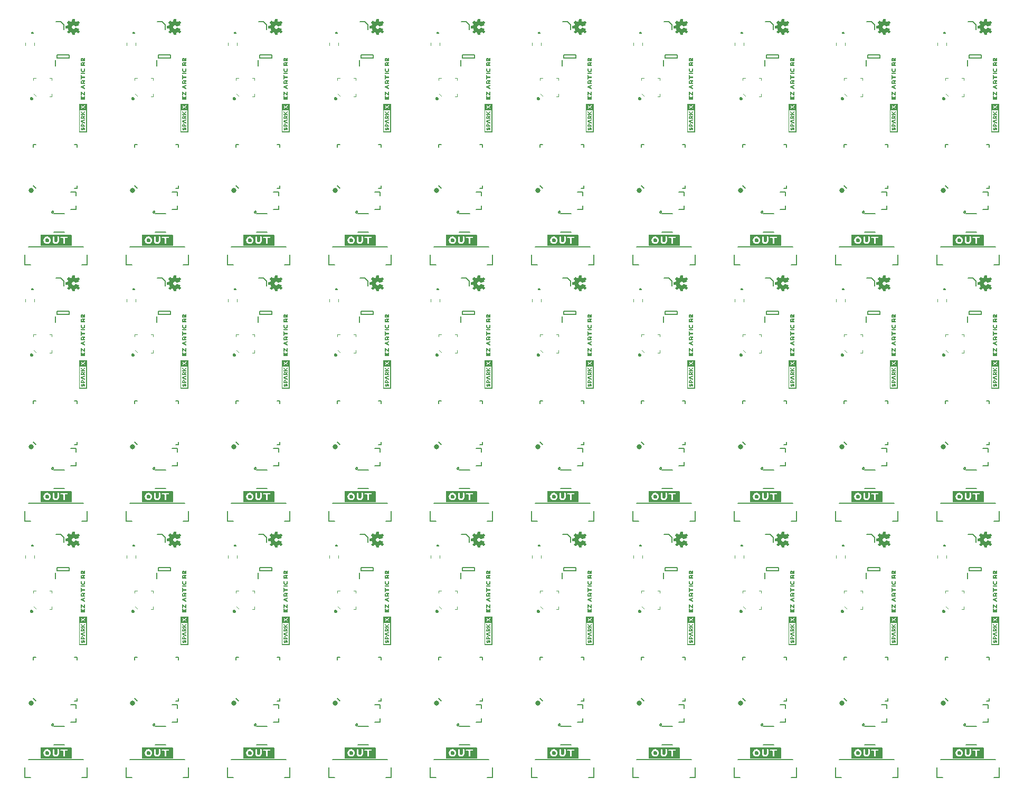
<source format=gto>
G04 EAGLE Gerber RS-274X export*
G75*
%MOMM*%
%FSLAX34Y34*%
%LPD*%
%INSilkscreen Top*%
%IPPOS*%
%AMOC8*
5,1,8,0,0,1.08239X$1,22.5*%
G01*
%ADD10C,0.203200*%
%ADD11C,0.824619*%
%ADD12C,0.250000*%
%ADD13C,0.100000*%
%ADD14C,0.200000*%
%ADD15C,0.152400*%

G36*
X240547Y40381D02*
X240547Y40381D01*
X240747Y41081D01*
X240744Y41091D01*
X240749Y41095D01*
X240749Y57095D01*
X240724Y57128D01*
X240722Y57139D01*
X240122Y57439D01*
X240106Y57436D01*
X240100Y57444D01*
X191500Y57444D01*
X191479Y57428D01*
X191465Y57430D01*
X191065Y57030D01*
X191063Y57013D01*
X191053Y57006D01*
X191057Y57000D01*
X191051Y56995D01*
X191051Y40895D01*
X191062Y40880D01*
X191058Y40870D01*
X191358Y40370D01*
X191392Y40356D01*
X191400Y40346D01*
X240500Y40346D01*
X240547Y40381D01*
G37*
G36*
X1215907Y40381D02*
X1215907Y40381D01*
X1216107Y41081D01*
X1216104Y41091D01*
X1216109Y41095D01*
X1216109Y57095D01*
X1216084Y57128D01*
X1216082Y57139D01*
X1215482Y57439D01*
X1215466Y57436D01*
X1215460Y57444D01*
X1166860Y57444D01*
X1166839Y57428D01*
X1166825Y57430D01*
X1166425Y57030D01*
X1166423Y57013D01*
X1166413Y57006D01*
X1166417Y57000D01*
X1166411Y56995D01*
X1166411Y40895D01*
X1166422Y40880D01*
X1166418Y40870D01*
X1166718Y40370D01*
X1166752Y40356D01*
X1166760Y40346D01*
X1215860Y40346D01*
X1215907Y40381D01*
G37*
G36*
X1541027Y40381D02*
X1541027Y40381D01*
X1541227Y41081D01*
X1541224Y41091D01*
X1541229Y41095D01*
X1541229Y57095D01*
X1541204Y57128D01*
X1541202Y57139D01*
X1540602Y57439D01*
X1540586Y57436D01*
X1540580Y57444D01*
X1491980Y57444D01*
X1491959Y57428D01*
X1491945Y57430D01*
X1491545Y57030D01*
X1491543Y57013D01*
X1491533Y57006D01*
X1491537Y57000D01*
X1491531Y56995D01*
X1491531Y40895D01*
X1491542Y40880D01*
X1491538Y40870D01*
X1491838Y40370D01*
X1491872Y40356D01*
X1491880Y40346D01*
X1540980Y40346D01*
X1541027Y40381D01*
G37*
G36*
X1215907Y863341D02*
X1215907Y863341D01*
X1216107Y864041D01*
X1216104Y864051D01*
X1216109Y864055D01*
X1216109Y880055D01*
X1216084Y880088D01*
X1216082Y880099D01*
X1215482Y880399D01*
X1215466Y880396D01*
X1215460Y880404D01*
X1166860Y880404D01*
X1166839Y880388D01*
X1166825Y880390D01*
X1166425Y879990D01*
X1166423Y879973D01*
X1166413Y879966D01*
X1166417Y879960D01*
X1166411Y879955D01*
X1166411Y863855D01*
X1166422Y863840D01*
X1166418Y863830D01*
X1166718Y863330D01*
X1166752Y863316D01*
X1166760Y863306D01*
X1215860Y863306D01*
X1215907Y863341D01*
G37*
G36*
X1053347Y863341D02*
X1053347Y863341D01*
X1053547Y864041D01*
X1053544Y864051D01*
X1053549Y864055D01*
X1053549Y880055D01*
X1053524Y880088D01*
X1053522Y880099D01*
X1052922Y880399D01*
X1052906Y880396D01*
X1052900Y880404D01*
X1004300Y880404D01*
X1004279Y880388D01*
X1004265Y880390D01*
X1003865Y879990D01*
X1003863Y879973D01*
X1003853Y879966D01*
X1003857Y879960D01*
X1003851Y879955D01*
X1003851Y863855D01*
X1003862Y863840D01*
X1003858Y863830D01*
X1004158Y863330D01*
X1004192Y863316D01*
X1004200Y863306D01*
X1053300Y863306D01*
X1053347Y863341D01*
G37*
G36*
X1053347Y40381D02*
X1053347Y40381D01*
X1053547Y41081D01*
X1053544Y41091D01*
X1053549Y41095D01*
X1053549Y57095D01*
X1053524Y57128D01*
X1053522Y57139D01*
X1052922Y57439D01*
X1052906Y57436D01*
X1052900Y57444D01*
X1004300Y57444D01*
X1004279Y57428D01*
X1004265Y57430D01*
X1003865Y57030D01*
X1003863Y57013D01*
X1003853Y57006D01*
X1003857Y57000D01*
X1003851Y56995D01*
X1003851Y40895D01*
X1003862Y40880D01*
X1003858Y40870D01*
X1004158Y40370D01*
X1004192Y40356D01*
X1004200Y40346D01*
X1053300Y40346D01*
X1053347Y40381D01*
G37*
G36*
X728227Y863341D02*
X728227Y863341D01*
X728427Y864041D01*
X728424Y864051D01*
X728429Y864055D01*
X728429Y880055D01*
X728404Y880088D01*
X728402Y880099D01*
X727802Y880399D01*
X727786Y880396D01*
X727780Y880404D01*
X679180Y880404D01*
X679159Y880388D01*
X679145Y880390D01*
X678745Y879990D01*
X678743Y879973D01*
X678733Y879966D01*
X678737Y879960D01*
X678731Y879955D01*
X678731Y863855D01*
X678742Y863840D01*
X678738Y863830D01*
X679038Y863330D01*
X679072Y863316D01*
X679080Y863306D01*
X728180Y863306D01*
X728227Y863341D01*
G37*
G36*
X890787Y863341D02*
X890787Y863341D01*
X890987Y864041D01*
X890984Y864051D01*
X890989Y864055D01*
X890989Y880055D01*
X890964Y880088D01*
X890962Y880099D01*
X890362Y880399D01*
X890346Y880396D01*
X890340Y880404D01*
X841740Y880404D01*
X841719Y880388D01*
X841705Y880390D01*
X841305Y879990D01*
X841303Y879973D01*
X841293Y879966D01*
X841297Y879960D01*
X841291Y879955D01*
X841291Y863855D01*
X841302Y863840D01*
X841298Y863830D01*
X841598Y863330D01*
X841632Y863316D01*
X841640Y863306D01*
X890740Y863306D01*
X890787Y863341D01*
G37*
G36*
X1378467Y40381D02*
X1378467Y40381D01*
X1378667Y41081D01*
X1378664Y41091D01*
X1378669Y41095D01*
X1378669Y57095D01*
X1378644Y57128D01*
X1378642Y57139D01*
X1378042Y57439D01*
X1378026Y57436D01*
X1378020Y57444D01*
X1329420Y57444D01*
X1329399Y57428D01*
X1329385Y57430D01*
X1328985Y57030D01*
X1328983Y57013D01*
X1328973Y57006D01*
X1328977Y57000D01*
X1328971Y56995D01*
X1328971Y40895D01*
X1328982Y40880D01*
X1328978Y40870D01*
X1329278Y40370D01*
X1329312Y40356D01*
X1329320Y40346D01*
X1378420Y40346D01*
X1378467Y40381D01*
G37*
G36*
X77987Y863341D02*
X77987Y863341D01*
X78187Y864041D01*
X78184Y864051D01*
X78189Y864055D01*
X78189Y880055D01*
X78164Y880088D01*
X78162Y880099D01*
X77562Y880399D01*
X77546Y880396D01*
X77540Y880404D01*
X28940Y880404D01*
X28919Y880388D01*
X28905Y880390D01*
X28505Y879990D01*
X28503Y879973D01*
X28493Y879966D01*
X28497Y879960D01*
X28491Y879955D01*
X28491Y863855D01*
X28502Y863840D01*
X28498Y863830D01*
X28798Y863330D01*
X28832Y863316D01*
X28840Y863306D01*
X77940Y863306D01*
X77987Y863341D01*
G37*
G36*
X890787Y40381D02*
X890787Y40381D01*
X890987Y41081D01*
X890984Y41091D01*
X890989Y41095D01*
X890989Y57095D01*
X890964Y57128D01*
X890962Y57139D01*
X890362Y57439D01*
X890346Y57436D01*
X890340Y57444D01*
X841740Y57444D01*
X841719Y57428D01*
X841705Y57430D01*
X841305Y57030D01*
X841303Y57013D01*
X841293Y57006D01*
X841297Y57000D01*
X841291Y56995D01*
X841291Y40895D01*
X841302Y40880D01*
X841298Y40870D01*
X841598Y40370D01*
X841632Y40356D01*
X841640Y40346D01*
X890740Y40346D01*
X890787Y40381D01*
G37*
G36*
X565667Y40381D02*
X565667Y40381D01*
X565867Y41081D01*
X565864Y41091D01*
X565869Y41095D01*
X565869Y57095D01*
X565844Y57128D01*
X565842Y57139D01*
X565242Y57439D01*
X565226Y57436D01*
X565220Y57444D01*
X516620Y57444D01*
X516599Y57428D01*
X516585Y57430D01*
X516185Y57030D01*
X516183Y57013D01*
X516173Y57006D01*
X516177Y57000D01*
X516171Y56995D01*
X516171Y40895D01*
X516182Y40880D01*
X516178Y40870D01*
X516478Y40370D01*
X516512Y40356D01*
X516520Y40346D01*
X565620Y40346D01*
X565667Y40381D01*
G37*
G36*
X403107Y40381D02*
X403107Y40381D01*
X403307Y41081D01*
X403304Y41091D01*
X403309Y41095D01*
X403309Y57095D01*
X403284Y57128D01*
X403282Y57139D01*
X402682Y57439D01*
X402666Y57436D01*
X402660Y57444D01*
X354060Y57444D01*
X354039Y57428D01*
X354025Y57430D01*
X353625Y57030D01*
X353623Y57013D01*
X353613Y57006D01*
X353617Y57000D01*
X353611Y56995D01*
X353611Y40895D01*
X353622Y40880D01*
X353618Y40870D01*
X353918Y40370D01*
X353952Y40356D01*
X353960Y40346D01*
X403060Y40346D01*
X403107Y40381D01*
G37*
G36*
X77987Y40381D02*
X77987Y40381D01*
X78187Y41081D01*
X78184Y41091D01*
X78189Y41095D01*
X78189Y57095D01*
X78164Y57128D01*
X78162Y57139D01*
X77562Y57439D01*
X77546Y57436D01*
X77540Y57444D01*
X28940Y57444D01*
X28919Y57428D01*
X28905Y57430D01*
X28505Y57030D01*
X28503Y57013D01*
X28493Y57006D01*
X28497Y57000D01*
X28491Y56995D01*
X28491Y40895D01*
X28502Y40880D01*
X28498Y40870D01*
X28798Y40370D01*
X28832Y40356D01*
X28840Y40346D01*
X77940Y40346D01*
X77987Y40381D01*
G37*
G36*
X240547Y863341D02*
X240547Y863341D01*
X240747Y864041D01*
X240744Y864051D01*
X240749Y864055D01*
X240749Y880055D01*
X240724Y880088D01*
X240722Y880099D01*
X240122Y880399D01*
X240106Y880396D01*
X240100Y880404D01*
X191500Y880404D01*
X191479Y880388D01*
X191465Y880390D01*
X191065Y879990D01*
X191063Y879973D01*
X191053Y879966D01*
X191057Y879960D01*
X191051Y879955D01*
X191051Y863855D01*
X191062Y863840D01*
X191058Y863830D01*
X191358Y863330D01*
X191392Y863316D01*
X191400Y863306D01*
X240500Y863306D01*
X240547Y863341D01*
G37*
G36*
X728227Y40381D02*
X728227Y40381D01*
X728427Y41081D01*
X728424Y41091D01*
X728429Y41095D01*
X728429Y57095D01*
X728404Y57128D01*
X728402Y57139D01*
X727802Y57439D01*
X727786Y57436D01*
X727780Y57444D01*
X679180Y57444D01*
X679159Y57428D01*
X679145Y57430D01*
X678745Y57030D01*
X678743Y57013D01*
X678733Y57006D01*
X678737Y57000D01*
X678731Y56995D01*
X678731Y40895D01*
X678742Y40880D01*
X678738Y40870D01*
X679038Y40370D01*
X679072Y40356D01*
X679080Y40346D01*
X728180Y40346D01*
X728227Y40381D01*
G37*
G36*
X565667Y863341D02*
X565667Y863341D01*
X565867Y864041D01*
X565864Y864051D01*
X565869Y864055D01*
X565869Y880055D01*
X565844Y880088D01*
X565842Y880099D01*
X565242Y880399D01*
X565226Y880396D01*
X565220Y880404D01*
X516620Y880404D01*
X516599Y880388D01*
X516585Y880390D01*
X516185Y879990D01*
X516183Y879973D01*
X516173Y879966D01*
X516177Y879960D01*
X516171Y879955D01*
X516171Y863855D01*
X516182Y863840D01*
X516178Y863830D01*
X516478Y863330D01*
X516512Y863316D01*
X516520Y863306D01*
X565620Y863306D01*
X565667Y863341D01*
G37*
G36*
X1541027Y863341D02*
X1541027Y863341D01*
X1541227Y864041D01*
X1541224Y864051D01*
X1541229Y864055D01*
X1541229Y880055D01*
X1541204Y880088D01*
X1541202Y880099D01*
X1540602Y880399D01*
X1540586Y880396D01*
X1540580Y880404D01*
X1491980Y880404D01*
X1491959Y880388D01*
X1491945Y880390D01*
X1491545Y879990D01*
X1491543Y879973D01*
X1491533Y879966D01*
X1491537Y879960D01*
X1491531Y879955D01*
X1491531Y863855D01*
X1491542Y863840D01*
X1491538Y863830D01*
X1491838Y863330D01*
X1491872Y863316D01*
X1491880Y863306D01*
X1540980Y863306D01*
X1541027Y863341D01*
G37*
G36*
X1378467Y863341D02*
X1378467Y863341D01*
X1378667Y864041D01*
X1378664Y864051D01*
X1378669Y864055D01*
X1378669Y880055D01*
X1378644Y880088D01*
X1378642Y880099D01*
X1378042Y880399D01*
X1378026Y880396D01*
X1378020Y880404D01*
X1329420Y880404D01*
X1329399Y880388D01*
X1329385Y880390D01*
X1328985Y879990D01*
X1328983Y879973D01*
X1328973Y879966D01*
X1328977Y879960D01*
X1328971Y879955D01*
X1328971Y863855D01*
X1328982Y863840D01*
X1328978Y863830D01*
X1329278Y863330D01*
X1329312Y863316D01*
X1329320Y863306D01*
X1378420Y863306D01*
X1378467Y863341D01*
G37*
G36*
X403107Y863341D02*
X403107Y863341D01*
X403307Y864041D01*
X403304Y864051D01*
X403309Y864055D01*
X403309Y880055D01*
X403284Y880088D01*
X403282Y880099D01*
X402682Y880399D01*
X402666Y880396D01*
X402660Y880404D01*
X354060Y880404D01*
X354039Y880388D01*
X354025Y880390D01*
X353625Y879990D01*
X353623Y879973D01*
X353613Y879966D01*
X353617Y879960D01*
X353611Y879955D01*
X353611Y863855D01*
X353622Y863840D01*
X353618Y863830D01*
X353918Y863330D01*
X353952Y863316D01*
X353960Y863306D01*
X403060Y863306D01*
X403107Y863341D01*
G37*
G36*
X890787Y451861D02*
X890787Y451861D01*
X890987Y452561D01*
X890984Y452571D01*
X890989Y452575D01*
X890989Y468575D01*
X890964Y468608D01*
X890962Y468619D01*
X890362Y468919D01*
X890346Y468916D01*
X890340Y468924D01*
X841740Y468924D01*
X841719Y468908D01*
X841705Y468910D01*
X841305Y468510D01*
X841303Y468493D01*
X841293Y468486D01*
X841297Y468480D01*
X841291Y468475D01*
X841291Y452375D01*
X841302Y452360D01*
X841298Y452350D01*
X841598Y451850D01*
X841632Y451836D01*
X841640Y451826D01*
X890740Y451826D01*
X890787Y451861D01*
G37*
G36*
X1053347Y451861D02*
X1053347Y451861D01*
X1053547Y452561D01*
X1053544Y452571D01*
X1053549Y452575D01*
X1053549Y468575D01*
X1053524Y468608D01*
X1053522Y468619D01*
X1052922Y468919D01*
X1052906Y468916D01*
X1052900Y468924D01*
X1004300Y468924D01*
X1004279Y468908D01*
X1004265Y468910D01*
X1003865Y468510D01*
X1003863Y468493D01*
X1003853Y468486D01*
X1003857Y468480D01*
X1003851Y468475D01*
X1003851Y452375D01*
X1003862Y452360D01*
X1003858Y452350D01*
X1004158Y451850D01*
X1004192Y451836D01*
X1004200Y451826D01*
X1053300Y451826D01*
X1053347Y451861D01*
G37*
G36*
X1541027Y451861D02*
X1541027Y451861D01*
X1541227Y452561D01*
X1541224Y452571D01*
X1541229Y452575D01*
X1541229Y468575D01*
X1541204Y468608D01*
X1541202Y468619D01*
X1540602Y468919D01*
X1540586Y468916D01*
X1540580Y468924D01*
X1491980Y468924D01*
X1491959Y468908D01*
X1491945Y468910D01*
X1491545Y468510D01*
X1491543Y468493D01*
X1491533Y468486D01*
X1491537Y468480D01*
X1491531Y468475D01*
X1491531Y452375D01*
X1491542Y452360D01*
X1491538Y452350D01*
X1491838Y451850D01*
X1491872Y451836D01*
X1491880Y451826D01*
X1540980Y451826D01*
X1541027Y451861D01*
G37*
G36*
X1378467Y451861D02*
X1378467Y451861D01*
X1378667Y452561D01*
X1378664Y452571D01*
X1378669Y452575D01*
X1378669Y468575D01*
X1378644Y468608D01*
X1378642Y468619D01*
X1378042Y468919D01*
X1378026Y468916D01*
X1378020Y468924D01*
X1329420Y468924D01*
X1329399Y468908D01*
X1329385Y468910D01*
X1328985Y468510D01*
X1328983Y468493D01*
X1328973Y468486D01*
X1328977Y468480D01*
X1328971Y468475D01*
X1328971Y452375D01*
X1328982Y452360D01*
X1328978Y452350D01*
X1329278Y451850D01*
X1329312Y451836D01*
X1329320Y451826D01*
X1378420Y451826D01*
X1378467Y451861D01*
G37*
G36*
X728227Y451861D02*
X728227Y451861D01*
X728427Y452561D01*
X728424Y452571D01*
X728429Y452575D01*
X728429Y468575D01*
X728404Y468608D01*
X728402Y468619D01*
X727802Y468919D01*
X727786Y468916D01*
X727780Y468924D01*
X679180Y468924D01*
X679159Y468908D01*
X679145Y468910D01*
X678745Y468510D01*
X678743Y468493D01*
X678733Y468486D01*
X678737Y468480D01*
X678731Y468475D01*
X678731Y452375D01*
X678742Y452360D01*
X678738Y452350D01*
X679038Y451850D01*
X679072Y451836D01*
X679080Y451826D01*
X728180Y451826D01*
X728227Y451861D01*
G37*
G36*
X403107Y451861D02*
X403107Y451861D01*
X403307Y452561D01*
X403304Y452571D01*
X403309Y452575D01*
X403309Y468575D01*
X403284Y468608D01*
X403282Y468619D01*
X402682Y468919D01*
X402666Y468916D01*
X402660Y468924D01*
X354060Y468924D01*
X354039Y468908D01*
X354025Y468910D01*
X353625Y468510D01*
X353623Y468493D01*
X353613Y468486D01*
X353617Y468480D01*
X353611Y468475D01*
X353611Y452375D01*
X353622Y452360D01*
X353618Y452350D01*
X353918Y451850D01*
X353952Y451836D01*
X353960Y451826D01*
X403060Y451826D01*
X403107Y451861D01*
G37*
G36*
X565667Y451861D02*
X565667Y451861D01*
X565867Y452561D01*
X565864Y452571D01*
X565869Y452575D01*
X565869Y468575D01*
X565844Y468608D01*
X565842Y468619D01*
X565242Y468919D01*
X565226Y468916D01*
X565220Y468924D01*
X516620Y468924D01*
X516599Y468908D01*
X516585Y468910D01*
X516185Y468510D01*
X516183Y468493D01*
X516173Y468486D01*
X516177Y468480D01*
X516171Y468475D01*
X516171Y452375D01*
X516182Y452360D01*
X516178Y452350D01*
X516478Y451850D01*
X516512Y451836D01*
X516520Y451826D01*
X565620Y451826D01*
X565667Y451861D01*
G37*
G36*
X240547Y451861D02*
X240547Y451861D01*
X240747Y452561D01*
X240744Y452571D01*
X240749Y452575D01*
X240749Y468575D01*
X240724Y468608D01*
X240722Y468619D01*
X240122Y468919D01*
X240106Y468916D01*
X240100Y468924D01*
X191500Y468924D01*
X191479Y468908D01*
X191465Y468910D01*
X191065Y468510D01*
X191063Y468493D01*
X191053Y468486D01*
X191057Y468480D01*
X191051Y468475D01*
X191051Y452375D01*
X191062Y452360D01*
X191058Y452350D01*
X191358Y451850D01*
X191392Y451836D01*
X191400Y451826D01*
X240500Y451826D01*
X240547Y451861D01*
G37*
G36*
X1215907Y451861D02*
X1215907Y451861D01*
X1216107Y452561D01*
X1216104Y452571D01*
X1216109Y452575D01*
X1216109Y468575D01*
X1216084Y468608D01*
X1216082Y468619D01*
X1215482Y468919D01*
X1215466Y468916D01*
X1215460Y468924D01*
X1166860Y468924D01*
X1166839Y468908D01*
X1166825Y468910D01*
X1166425Y468510D01*
X1166423Y468493D01*
X1166413Y468486D01*
X1166417Y468480D01*
X1166411Y468475D01*
X1166411Y452375D01*
X1166422Y452360D01*
X1166418Y452350D01*
X1166718Y451850D01*
X1166752Y451836D01*
X1166760Y451826D01*
X1215860Y451826D01*
X1215907Y451861D01*
G37*
G36*
X77987Y451861D02*
X77987Y451861D01*
X78187Y452561D01*
X78184Y452571D01*
X78189Y452575D01*
X78189Y468575D01*
X78164Y468608D01*
X78162Y468619D01*
X77562Y468919D01*
X77546Y468916D01*
X77540Y468924D01*
X28940Y468924D01*
X28919Y468908D01*
X28905Y468910D01*
X28505Y468510D01*
X28503Y468493D01*
X28493Y468486D01*
X28497Y468480D01*
X28491Y468475D01*
X28491Y452375D01*
X28502Y452360D01*
X28498Y452350D01*
X28798Y451850D01*
X28832Y451836D01*
X28840Y451826D01*
X77940Y451826D01*
X77987Y451861D01*
G37*
G36*
X590575Y633717D02*
X590575Y633717D01*
X590569Y633724D01*
X590577Y633730D01*
X590577Y679450D01*
X590541Y679497D01*
X590533Y679492D01*
X590528Y679499D01*
X577872Y679499D01*
X577825Y679463D01*
X577831Y679456D01*
X577823Y679450D01*
X577823Y633730D01*
X577859Y633683D01*
X577867Y633688D01*
X577872Y633681D01*
X590528Y633681D01*
X590575Y633717D01*
G37*
G36*
X1565935Y633717D02*
X1565935Y633717D01*
X1565929Y633724D01*
X1565937Y633730D01*
X1565937Y679450D01*
X1565901Y679497D01*
X1565893Y679492D01*
X1565888Y679499D01*
X1553232Y679499D01*
X1553185Y679463D01*
X1553191Y679456D01*
X1553183Y679450D01*
X1553183Y633730D01*
X1553219Y633683D01*
X1553227Y633688D01*
X1553232Y633681D01*
X1565888Y633681D01*
X1565935Y633717D01*
G37*
G36*
X1403375Y633717D02*
X1403375Y633717D01*
X1403369Y633724D01*
X1403377Y633730D01*
X1403377Y679450D01*
X1403341Y679497D01*
X1403333Y679492D01*
X1403328Y679499D01*
X1390672Y679499D01*
X1390625Y679463D01*
X1390631Y679456D01*
X1390623Y679450D01*
X1390623Y633730D01*
X1390659Y633683D01*
X1390667Y633688D01*
X1390672Y633681D01*
X1403328Y633681D01*
X1403375Y633717D01*
G37*
G36*
X102895Y633717D02*
X102895Y633717D01*
X102889Y633724D01*
X102897Y633730D01*
X102897Y679450D01*
X102861Y679497D01*
X102853Y679492D01*
X102848Y679499D01*
X90192Y679499D01*
X90145Y679463D01*
X90151Y679456D01*
X90143Y679450D01*
X90143Y633730D01*
X90179Y633683D01*
X90187Y633688D01*
X90192Y633681D01*
X102848Y633681D01*
X102895Y633717D01*
G37*
G36*
X915695Y633717D02*
X915695Y633717D01*
X915689Y633724D01*
X915697Y633730D01*
X915697Y679450D01*
X915661Y679497D01*
X915653Y679492D01*
X915648Y679499D01*
X902992Y679499D01*
X902945Y679463D01*
X902951Y679456D01*
X902943Y679450D01*
X902943Y633730D01*
X902979Y633683D01*
X902987Y633688D01*
X902992Y633681D01*
X915648Y633681D01*
X915695Y633717D01*
G37*
G36*
X428015Y633717D02*
X428015Y633717D01*
X428009Y633724D01*
X428017Y633730D01*
X428017Y679450D01*
X427981Y679497D01*
X427973Y679492D01*
X427968Y679499D01*
X415312Y679499D01*
X415265Y679463D01*
X415271Y679456D01*
X415263Y679450D01*
X415263Y633730D01*
X415299Y633683D01*
X415307Y633688D01*
X415312Y633681D01*
X427968Y633681D01*
X428015Y633717D01*
G37*
G36*
X1240815Y633717D02*
X1240815Y633717D01*
X1240809Y633724D01*
X1240817Y633730D01*
X1240817Y679450D01*
X1240781Y679497D01*
X1240773Y679492D01*
X1240768Y679499D01*
X1228112Y679499D01*
X1228065Y679463D01*
X1228071Y679456D01*
X1228063Y679450D01*
X1228063Y633730D01*
X1228099Y633683D01*
X1228107Y633688D01*
X1228112Y633681D01*
X1240768Y633681D01*
X1240815Y633717D01*
G37*
G36*
X1078255Y633717D02*
X1078255Y633717D01*
X1078249Y633724D01*
X1078257Y633730D01*
X1078257Y679450D01*
X1078221Y679497D01*
X1078213Y679492D01*
X1078208Y679499D01*
X1065552Y679499D01*
X1065505Y679463D01*
X1065511Y679456D01*
X1065503Y679450D01*
X1065503Y633730D01*
X1065539Y633683D01*
X1065547Y633688D01*
X1065552Y633681D01*
X1078208Y633681D01*
X1078255Y633717D01*
G37*
G36*
X1240815Y222237D02*
X1240815Y222237D01*
X1240809Y222244D01*
X1240817Y222250D01*
X1240817Y267970D01*
X1240781Y268017D01*
X1240773Y268012D01*
X1240768Y268019D01*
X1228112Y268019D01*
X1228065Y267983D01*
X1228071Y267976D01*
X1228063Y267970D01*
X1228063Y222250D01*
X1228099Y222203D01*
X1228107Y222208D01*
X1228112Y222201D01*
X1240768Y222201D01*
X1240815Y222237D01*
G37*
G36*
X428015Y222237D02*
X428015Y222237D01*
X428009Y222244D01*
X428017Y222250D01*
X428017Y267970D01*
X427981Y268017D01*
X427973Y268012D01*
X427968Y268019D01*
X415312Y268019D01*
X415265Y267983D01*
X415271Y267976D01*
X415263Y267970D01*
X415263Y222250D01*
X415299Y222203D01*
X415307Y222208D01*
X415312Y222201D01*
X427968Y222201D01*
X428015Y222237D01*
G37*
G36*
X1565935Y1045197D02*
X1565935Y1045197D01*
X1565929Y1045204D01*
X1565937Y1045210D01*
X1565937Y1090930D01*
X1565901Y1090977D01*
X1565893Y1090972D01*
X1565888Y1090979D01*
X1553232Y1090979D01*
X1553185Y1090943D01*
X1553191Y1090936D01*
X1553183Y1090930D01*
X1553183Y1045210D01*
X1553219Y1045163D01*
X1553227Y1045168D01*
X1553232Y1045161D01*
X1565888Y1045161D01*
X1565935Y1045197D01*
G37*
G36*
X265455Y222237D02*
X265455Y222237D01*
X265449Y222244D01*
X265457Y222250D01*
X265457Y267970D01*
X265421Y268017D01*
X265413Y268012D01*
X265408Y268019D01*
X252752Y268019D01*
X252705Y267983D01*
X252711Y267976D01*
X252703Y267970D01*
X252703Y222250D01*
X252739Y222203D01*
X252747Y222208D01*
X252752Y222201D01*
X265408Y222201D01*
X265455Y222237D01*
G37*
G36*
X1078255Y222237D02*
X1078255Y222237D01*
X1078249Y222244D01*
X1078257Y222250D01*
X1078257Y267970D01*
X1078221Y268017D01*
X1078213Y268012D01*
X1078208Y268019D01*
X1065552Y268019D01*
X1065505Y267983D01*
X1065511Y267976D01*
X1065503Y267970D01*
X1065503Y222250D01*
X1065539Y222203D01*
X1065547Y222208D01*
X1065552Y222201D01*
X1078208Y222201D01*
X1078255Y222237D01*
G37*
G36*
X753135Y222237D02*
X753135Y222237D01*
X753129Y222244D01*
X753137Y222250D01*
X753137Y267970D01*
X753101Y268017D01*
X753093Y268012D01*
X753088Y268019D01*
X740432Y268019D01*
X740385Y267983D01*
X740391Y267976D01*
X740383Y267970D01*
X740383Y222250D01*
X740419Y222203D01*
X740427Y222208D01*
X740432Y222201D01*
X753088Y222201D01*
X753135Y222237D01*
G37*
G36*
X102895Y222237D02*
X102895Y222237D01*
X102889Y222244D01*
X102897Y222250D01*
X102897Y267970D01*
X102861Y268017D01*
X102853Y268012D01*
X102848Y268019D01*
X90192Y268019D01*
X90145Y267983D01*
X90151Y267976D01*
X90143Y267970D01*
X90143Y222250D01*
X90179Y222203D01*
X90187Y222208D01*
X90192Y222201D01*
X102848Y222201D01*
X102895Y222237D01*
G37*
G36*
X590575Y222237D02*
X590575Y222237D01*
X590569Y222244D01*
X590577Y222250D01*
X590577Y267970D01*
X590541Y268017D01*
X590533Y268012D01*
X590528Y268019D01*
X577872Y268019D01*
X577825Y267983D01*
X577831Y267976D01*
X577823Y267970D01*
X577823Y222250D01*
X577859Y222203D01*
X577867Y222208D01*
X577872Y222201D01*
X590528Y222201D01*
X590575Y222237D01*
G37*
G36*
X1403375Y222237D02*
X1403375Y222237D01*
X1403369Y222244D01*
X1403377Y222250D01*
X1403377Y267970D01*
X1403341Y268017D01*
X1403333Y268012D01*
X1403328Y268019D01*
X1390672Y268019D01*
X1390625Y267983D01*
X1390631Y267976D01*
X1390623Y267970D01*
X1390623Y222250D01*
X1390659Y222203D01*
X1390667Y222208D01*
X1390672Y222201D01*
X1403328Y222201D01*
X1403375Y222237D01*
G37*
G36*
X102895Y1045197D02*
X102895Y1045197D01*
X102889Y1045204D01*
X102897Y1045210D01*
X102897Y1090930D01*
X102861Y1090977D01*
X102853Y1090972D01*
X102848Y1090979D01*
X90192Y1090979D01*
X90145Y1090943D01*
X90151Y1090936D01*
X90143Y1090930D01*
X90143Y1045210D01*
X90179Y1045163D01*
X90187Y1045168D01*
X90192Y1045161D01*
X102848Y1045161D01*
X102895Y1045197D01*
G37*
G36*
X1078255Y1045197D02*
X1078255Y1045197D01*
X1078249Y1045204D01*
X1078257Y1045210D01*
X1078257Y1090930D01*
X1078221Y1090977D01*
X1078213Y1090972D01*
X1078208Y1090979D01*
X1065552Y1090979D01*
X1065505Y1090943D01*
X1065511Y1090936D01*
X1065503Y1090930D01*
X1065503Y1045210D01*
X1065539Y1045163D01*
X1065547Y1045168D01*
X1065552Y1045161D01*
X1078208Y1045161D01*
X1078255Y1045197D01*
G37*
G36*
X915695Y1045197D02*
X915695Y1045197D01*
X915689Y1045204D01*
X915697Y1045210D01*
X915697Y1090930D01*
X915661Y1090977D01*
X915653Y1090972D01*
X915648Y1090979D01*
X902992Y1090979D01*
X902945Y1090943D01*
X902951Y1090936D01*
X902943Y1090930D01*
X902943Y1045210D01*
X902979Y1045163D01*
X902987Y1045168D01*
X902992Y1045161D01*
X915648Y1045161D01*
X915695Y1045197D01*
G37*
G36*
X265455Y633717D02*
X265455Y633717D01*
X265449Y633724D01*
X265457Y633730D01*
X265457Y679450D01*
X265421Y679497D01*
X265413Y679492D01*
X265408Y679499D01*
X252752Y679499D01*
X252705Y679463D01*
X252711Y679456D01*
X252703Y679450D01*
X252703Y633730D01*
X252739Y633683D01*
X252747Y633688D01*
X252752Y633681D01*
X265408Y633681D01*
X265455Y633717D01*
G37*
G36*
X1403375Y1045197D02*
X1403375Y1045197D01*
X1403369Y1045204D01*
X1403377Y1045210D01*
X1403377Y1090930D01*
X1403341Y1090977D01*
X1403333Y1090972D01*
X1403328Y1090979D01*
X1390672Y1090979D01*
X1390625Y1090943D01*
X1390631Y1090936D01*
X1390623Y1090930D01*
X1390623Y1045210D01*
X1390659Y1045163D01*
X1390667Y1045168D01*
X1390672Y1045161D01*
X1403328Y1045161D01*
X1403375Y1045197D01*
G37*
G36*
X265455Y1045197D02*
X265455Y1045197D01*
X265449Y1045204D01*
X265457Y1045210D01*
X265457Y1090930D01*
X265421Y1090977D01*
X265413Y1090972D01*
X265408Y1090979D01*
X252752Y1090979D01*
X252705Y1090943D01*
X252711Y1090936D01*
X252703Y1090930D01*
X252703Y1045210D01*
X252739Y1045163D01*
X252747Y1045168D01*
X252752Y1045161D01*
X265408Y1045161D01*
X265455Y1045197D01*
G37*
G36*
X753135Y1045197D02*
X753135Y1045197D01*
X753129Y1045204D01*
X753137Y1045210D01*
X753137Y1090930D01*
X753101Y1090977D01*
X753093Y1090972D01*
X753088Y1090979D01*
X740432Y1090979D01*
X740385Y1090943D01*
X740391Y1090936D01*
X740383Y1090930D01*
X740383Y1045210D01*
X740419Y1045163D01*
X740427Y1045168D01*
X740432Y1045161D01*
X753088Y1045161D01*
X753135Y1045197D01*
G37*
G36*
X428015Y1045197D02*
X428015Y1045197D01*
X428009Y1045204D01*
X428017Y1045210D01*
X428017Y1090930D01*
X427981Y1090977D01*
X427973Y1090972D01*
X427968Y1090979D01*
X415312Y1090979D01*
X415265Y1090943D01*
X415271Y1090936D01*
X415263Y1090930D01*
X415263Y1045210D01*
X415299Y1045163D01*
X415307Y1045168D01*
X415312Y1045161D01*
X427968Y1045161D01*
X428015Y1045197D01*
G37*
G36*
X590575Y1045197D02*
X590575Y1045197D01*
X590569Y1045204D01*
X590577Y1045210D01*
X590577Y1090930D01*
X590541Y1090977D01*
X590533Y1090972D01*
X590528Y1090979D01*
X577872Y1090979D01*
X577825Y1090943D01*
X577831Y1090936D01*
X577823Y1090930D01*
X577823Y1045210D01*
X577859Y1045163D01*
X577867Y1045168D01*
X577872Y1045161D01*
X590528Y1045161D01*
X590575Y1045197D01*
G37*
G36*
X1240815Y1045197D02*
X1240815Y1045197D01*
X1240809Y1045204D01*
X1240817Y1045210D01*
X1240817Y1090930D01*
X1240781Y1090977D01*
X1240773Y1090972D01*
X1240768Y1090979D01*
X1228112Y1090979D01*
X1228065Y1090943D01*
X1228071Y1090936D01*
X1228063Y1090930D01*
X1228063Y1045210D01*
X1228099Y1045163D01*
X1228107Y1045168D01*
X1228112Y1045161D01*
X1240768Y1045161D01*
X1240815Y1045197D01*
G37*
G36*
X753135Y633717D02*
X753135Y633717D01*
X753129Y633724D01*
X753137Y633730D01*
X753137Y679450D01*
X753101Y679497D01*
X753093Y679492D01*
X753088Y679499D01*
X740432Y679499D01*
X740385Y679463D01*
X740391Y679456D01*
X740383Y679450D01*
X740383Y633730D01*
X740419Y633683D01*
X740427Y633688D01*
X740432Y633681D01*
X753088Y633681D01*
X753135Y633717D01*
G37*
G36*
X1565935Y222237D02*
X1565935Y222237D01*
X1565929Y222244D01*
X1565937Y222250D01*
X1565937Y267970D01*
X1565901Y268017D01*
X1565893Y268012D01*
X1565888Y268019D01*
X1553232Y268019D01*
X1553185Y267983D01*
X1553191Y267976D01*
X1553183Y267970D01*
X1553183Y222250D01*
X1553219Y222203D01*
X1553227Y222208D01*
X1553232Y222201D01*
X1565888Y222201D01*
X1565935Y222237D01*
G37*
G36*
X915695Y222237D02*
X915695Y222237D01*
X915689Y222244D01*
X915697Y222250D01*
X915697Y267970D01*
X915661Y268017D01*
X915653Y268012D01*
X915648Y268019D01*
X902992Y268019D01*
X902945Y267983D01*
X902951Y267976D01*
X902943Y267970D01*
X902943Y222250D01*
X902979Y222203D01*
X902987Y222208D01*
X902992Y222201D01*
X915648Y222201D01*
X915695Y222237D01*
G37*
%LPC*%
G36*
X904217Y634954D02*
X904217Y634954D01*
X904217Y669187D01*
X914423Y669187D01*
X914423Y634954D01*
X904217Y634954D01*
G37*
%LPD*%
%LPC*%
G36*
X1554457Y634954D02*
X1554457Y634954D01*
X1554457Y669187D01*
X1564663Y669187D01*
X1564663Y634954D01*
X1554457Y634954D01*
G37*
%LPD*%
%LPC*%
G36*
X1229337Y1046434D02*
X1229337Y1046434D01*
X1229337Y1080667D01*
X1239543Y1080667D01*
X1239543Y1046434D01*
X1229337Y1046434D01*
G37*
%LPD*%
%LPC*%
G36*
X1391897Y1046434D02*
X1391897Y1046434D01*
X1391897Y1080667D01*
X1402103Y1080667D01*
X1402103Y1046434D01*
X1391897Y1046434D01*
G37*
%LPD*%
%LPC*%
G36*
X1066777Y1046434D02*
X1066777Y1046434D01*
X1066777Y1080667D01*
X1076983Y1080667D01*
X1076983Y1046434D01*
X1066777Y1046434D01*
G37*
%LPD*%
%LPC*%
G36*
X741657Y1046434D02*
X741657Y1046434D01*
X741657Y1080667D01*
X751863Y1080667D01*
X751863Y1046434D01*
X741657Y1046434D01*
G37*
%LPD*%
%LPC*%
G36*
X253977Y1046434D02*
X253977Y1046434D01*
X253977Y1080667D01*
X264183Y1080667D01*
X264183Y1046434D01*
X253977Y1046434D01*
G37*
%LPD*%
%LPC*%
G36*
X1554457Y1046434D02*
X1554457Y1046434D01*
X1554457Y1080667D01*
X1564663Y1080667D01*
X1564663Y1046434D01*
X1554457Y1046434D01*
G37*
%LPD*%
%LPC*%
G36*
X579097Y1046434D02*
X579097Y1046434D01*
X579097Y1080667D01*
X589303Y1080667D01*
X589303Y1046434D01*
X579097Y1046434D01*
G37*
%LPD*%
%LPC*%
G36*
X904217Y223474D02*
X904217Y223474D01*
X904217Y257707D01*
X914423Y257707D01*
X914423Y223474D01*
X904217Y223474D01*
G37*
%LPD*%
%LPC*%
G36*
X416537Y223474D02*
X416537Y223474D01*
X416537Y257707D01*
X426743Y257707D01*
X426743Y223474D01*
X416537Y223474D01*
G37*
%LPD*%
%LPC*%
G36*
X91417Y223474D02*
X91417Y223474D01*
X91417Y257707D01*
X101623Y257707D01*
X101623Y223474D01*
X91417Y223474D01*
G37*
%LPD*%
%LPC*%
G36*
X579097Y223474D02*
X579097Y223474D01*
X579097Y257707D01*
X589303Y257707D01*
X589303Y223474D01*
X579097Y223474D01*
G37*
%LPD*%
%LPC*%
G36*
X1554457Y223474D02*
X1554457Y223474D01*
X1554457Y257707D01*
X1564663Y257707D01*
X1564663Y223474D01*
X1554457Y223474D01*
G37*
%LPD*%
%LPC*%
G36*
X741657Y223474D02*
X741657Y223474D01*
X741657Y257707D01*
X751863Y257707D01*
X751863Y223474D01*
X741657Y223474D01*
G37*
%LPD*%
%LPC*%
G36*
X1066777Y223474D02*
X1066777Y223474D01*
X1066777Y257707D01*
X1076983Y257707D01*
X1076983Y223474D01*
X1066777Y223474D01*
G37*
%LPD*%
%LPC*%
G36*
X91417Y1046434D02*
X91417Y1046434D01*
X91417Y1080667D01*
X101623Y1080667D01*
X101623Y1046434D01*
X91417Y1046434D01*
G37*
%LPD*%
%LPC*%
G36*
X253977Y223474D02*
X253977Y223474D01*
X253977Y257707D01*
X264183Y257707D01*
X264183Y223474D01*
X253977Y223474D01*
G37*
%LPD*%
%LPC*%
G36*
X579097Y634954D02*
X579097Y634954D01*
X579097Y669187D01*
X589303Y669187D01*
X589303Y634954D01*
X579097Y634954D01*
G37*
%LPD*%
%LPC*%
G36*
X1229337Y634954D02*
X1229337Y634954D01*
X1229337Y669187D01*
X1239543Y669187D01*
X1239543Y634954D01*
X1229337Y634954D01*
G37*
%LPD*%
%LPC*%
G36*
X1066777Y634954D02*
X1066777Y634954D01*
X1066777Y669187D01*
X1076983Y669187D01*
X1076983Y634954D01*
X1066777Y634954D01*
G37*
%LPD*%
%LPC*%
G36*
X1391897Y634954D02*
X1391897Y634954D01*
X1391897Y669187D01*
X1402103Y669187D01*
X1402103Y634954D01*
X1391897Y634954D01*
G37*
%LPD*%
%LPC*%
G36*
X741657Y634954D02*
X741657Y634954D01*
X741657Y669187D01*
X751863Y669187D01*
X751863Y634954D01*
X741657Y634954D01*
G37*
%LPD*%
%LPC*%
G36*
X416537Y634954D02*
X416537Y634954D01*
X416537Y669187D01*
X426743Y669187D01*
X426743Y634954D01*
X416537Y634954D01*
G37*
%LPD*%
%LPC*%
G36*
X91417Y634954D02*
X91417Y634954D01*
X91417Y669187D01*
X101623Y669187D01*
X101623Y634954D01*
X91417Y634954D01*
G37*
%LPD*%
%LPC*%
G36*
X1391897Y223474D02*
X1391897Y223474D01*
X1391897Y257707D01*
X1402103Y257707D01*
X1402103Y223474D01*
X1391897Y223474D01*
G37*
%LPD*%
%LPC*%
G36*
X253977Y634954D02*
X253977Y634954D01*
X253977Y669187D01*
X264183Y669187D01*
X264183Y634954D01*
X253977Y634954D01*
G37*
%LPD*%
%LPC*%
G36*
X416537Y1046434D02*
X416537Y1046434D01*
X416537Y1080667D01*
X426743Y1080667D01*
X426743Y1046434D01*
X416537Y1046434D01*
G37*
%LPD*%
%LPC*%
G36*
X904217Y1046434D02*
X904217Y1046434D01*
X904217Y1080667D01*
X914423Y1080667D01*
X914423Y1046434D01*
X904217Y1046434D01*
G37*
%LPD*%
%LPC*%
G36*
X1229337Y223474D02*
X1229337Y223474D01*
X1229337Y257707D01*
X1239543Y257707D01*
X1239543Y223474D01*
X1229337Y223474D01*
G37*
%LPD*%
G36*
X83025Y789931D02*
X83025Y789931D01*
X83044Y789929D01*
X83109Y789951D01*
X83175Y789966D01*
X83190Y789979D01*
X83208Y789985D01*
X83256Y790033D01*
X83308Y790076D01*
X83316Y790094D01*
X83330Y790108D01*
X83370Y790214D01*
X83379Y790234D01*
X83379Y790238D01*
X83380Y790242D01*
X83938Y793498D01*
X83996Y793527D01*
X84106Y793527D01*
X84181Y793544D01*
X84256Y793558D01*
X84266Y793564D01*
X84275Y793566D01*
X84302Y793589D01*
X84358Y793627D01*
X84406Y793627D01*
X84481Y793644D01*
X84556Y793658D01*
X84566Y793664D01*
X84575Y793666D01*
X84602Y793689D01*
X84674Y793738D01*
X84731Y793794D01*
X84796Y793827D01*
X84906Y793827D01*
X84981Y793844D01*
X85056Y793858D01*
X85066Y793864D01*
X85075Y793866D01*
X85102Y793889D01*
X85158Y793927D01*
X85206Y793927D01*
X85281Y793944D01*
X85356Y793958D01*
X85366Y793964D01*
X85375Y793966D01*
X85402Y793989D01*
X85474Y794038D01*
X85531Y794094D01*
X85676Y794167D01*
X85704Y794190D01*
X85774Y794238D01*
X85831Y794294D01*
X85896Y794327D01*
X85906Y794327D01*
X85922Y794330D01*
X85938Y794328D01*
X86069Y794365D01*
X86071Y794365D01*
X88686Y792497D01*
X88701Y792491D01*
X88712Y792480D01*
X88780Y792459D01*
X88846Y792432D01*
X88862Y792433D01*
X88877Y792428D01*
X88947Y792439D01*
X89019Y792444D01*
X89032Y792452D01*
X89048Y792454D01*
X89164Y792529D01*
X89168Y792531D01*
X89168Y792532D01*
X91468Y794732D01*
X91480Y794750D01*
X91497Y794763D01*
X91527Y794822D01*
X91563Y794877D01*
X91565Y794898D01*
X91575Y794917D01*
X91575Y794983D01*
X91583Y795049D01*
X91576Y795069D01*
X91576Y795090D01*
X91534Y795185D01*
X91525Y795212D01*
X91521Y795215D01*
X91519Y795221D01*
X89642Y797942D01*
X89659Y797965D01*
X89661Y797977D01*
X89666Y797985D01*
X89669Y798020D01*
X89672Y798035D01*
X89674Y798038D01*
X89715Y798103D01*
X89759Y798165D01*
X89761Y798177D01*
X89766Y798185D01*
X89769Y798220D01*
X89772Y798235D01*
X89774Y798238D01*
X89815Y798303D01*
X89859Y798365D01*
X89861Y798377D01*
X89866Y798385D01*
X89869Y798420D01*
X89872Y798435D01*
X89874Y798438D01*
X89915Y798503D01*
X89959Y798565D01*
X89961Y798577D01*
X89966Y798585D01*
X89969Y798620D01*
X89972Y798635D01*
X89974Y798638D01*
X90015Y798703D01*
X90059Y798765D01*
X90061Y798777D01*
X90066Y798785D01*
X90069Y798820D01*
X90072Y798835D01*
X90074Y798838D01*
X90115Y798903D01*
X90159Y798965D01*
X90161Y798977D01*
X90166Y798985D01*
X90169Y799020D01*
X90186Y799106D01*
X90186Y799156D01*
X90196Y799173D01*
X90203Y799178D01*
X90205Y799183D01*
X90231Y799210D01*
X90244Y799249D01*
X90266Y799285D01*
X90270Y799328D01*
X90273Y799336D01*
X90273Y799340D01*
X90284Y799374D01*
X90278Y799416D01*
X90282Y799457D01*
X90267Y799497D01*
X90266Y799509D01*
X90264Y799515D01*
X90259Y799545D01*
X90235Y799580D01*
X90220Y799619D01*
X90193Y799644D01*
X90183Y799661D01*
X90174Y799667D01*
X90161Y799687D01*
X90118Y799713D01*
X90093Y799736D01*
X90068Y799743D01*
X90049Y799755D01*
X90042Y799760D01*
X90040Y799761D01*
X90038Y799762D01*
X84638Y801762D01*
X84581Y801769D01*
X84526Y801785D01*
X84496Y801779D01*
X84466Y801783D01*
X84412Y801764D01*
X84356Y801754D01*
X84331Y801736D01*
X84303Y801726D01*
X84263Y801685D01*
X84217Y801651D01*
X84200Y801621D01*
X84182Y801602D01*
X84172Y801570D01*
X84147Y801526D01*
X84055Y801252D01*
X83895Y800931D01*
X83738Y800774D01*
X83719Y800744D01*
X83667Y800676D01*
X83595Y800531D01*
X83482Y800418D01*
X83337Y800345D01*
X83309Y800322D01*
X83238Y800274D01*
X83082Y800118D01*
X82761Y799957D01*
X82486Y799866D01*
X82467Y799854D01*
X82437Y799845D01*
X82117Y799685D01*
X81906Y799685D01*
X81871Y799677D01*
X81786Y799666D01*
X81545Y799585D01*
X81068Y799585D01*
X79974Y799950D01*
X79448Y800301D01*
X79301Y800448D01*
X79122Y800716D01*
X79099Y800738D01*
X79074Y800774D01*
X78901Y800948D01*
X78750Y801174D01*
X78666Y801426D01*
X78647Y801458D01*
X78622Y801516D01*
X78486Y801721D01*
X78486Y801906D01*
X78477Y801941D01*
X78474Y801998D01*
X78386Y802353D01*
X78386Y802944D01*
X78466Y803186D01*
X78469Y803222D01*
X78486Y803306D01*
X78486Y803491D01*
X78622Y803696D01*
X78635Y803731D01*
X78666Y803786D01*
X78750Y804038D01*
X79101Y804565D01*
X79448Y804911D01*
X79974Y805262D01*
X80226Y805346D01*
X80258Y805366D01*
X80317Y805390D01*
X80521Y805527D01*
X80706Y805527D01*
X80741Y805535D01*
X80826Y805546D01*
X81068Y805627D01*
X81845Y805627D01*
X82086Y805546D01*
X82122Y805543D01*
X82206Y805527D01*
X82317Y805527D01*
X82437Y805467D01*
X82459Y805461D01*
X82486Y805446D01*
X82761Y805355D01*
X82882Y805294D01*
X83038Y805138D01*
X83069Y805119D01*
X83137Y805067D01*
X83282Y804994D01*
X83595Y804681D01*
X83667Y804536D01*
X83690Y804509D01*
X83710Y804480D01*
X83718Y804464D01*
X83722Y804462D01*
X83738Y804438D01*
X83895Y804281D01*
X84167Y803736D01*
X84187Y803713D01*
X84199Y803684D01*
X84242Y803647D01*
X84278Y803603D01*
X84306Y803591D01*
X84329Y803571D01*
X84384Y803556D01*
X84436Y803533D01*
X84467Y803535D01*
X84497Y803527D01*
X84571Y803539D01*
X84609Y803541D01*
X84621Y803548D01*
X84638Y803550D01*
X90038Y805550D01*
X90055Y805562D01*
X90075Y805566D01*
X90126Y805609D01*
X90182Y805646D01*
X90193Y805664D01*
X90208Y805676D01*
X90235Y805738D01*
X90269Y805796D01*
X90270Y805816D01*
X90279Y805834D01*
X90276Y805901D01*
X90280Y805968D01*
X90273Y805987D01*
X90272Y806007D01*
X90240Y806066D01*
X90214Y806128D01*
X90199Y806141D01*
X90189Y806159D01*
X90170Y806172D01*
X90168Y806180D01*
X90155Y806256D01*
X90148Y806265D01*
X90146Y806274D01*
X90123Y806302D01*
X90074Y806374D01*
X90068Y806381D01*
X90055Y806456D01*
X90048Y806465D01*
X90046Y806474D01*
X90023Y806502D01*
X89974Y806574D01*
X89968Y806581D01*
X89955Y806656D01*
X89948Y806665D01*
X89946Y806674D01*
X89923Y806702D01*
X89886Y806758D01*
X89886Y806806D01*
X89868Y806880D01*
X89855Y806956D01*
X89848Y806965D01*
X89846Y806974D01*
X89823Y807002D01*
X89774Y807074D01*
X89773Y807076D01*
X89772Y807094D01*
X89763Y807111D01*
X89755Y807156D01*
X89748Y807165D01*
X89746Y807174D01*
X89723Y807202D01*
X89674Y807274D01*
X89657Y807292D01*
X91519Y809991D01*
X91525Y810007D01*
X91536Y810019D01*
X91556Y810087D01*
X91582Y810152D01*
X91580Y810169D01*
X91585Y810185D01*
X91573Y810254D01*
X91567Y810324D01*
X91558Y810339D01*
X91555Y810356D01*
X91483Y810462D01*
X91477Y810472D01*
X91475Y810473D01*
X91474Y810474D01*
X89174Y812774D01*
X89154Y812787D01*
X89138Y812806D01*
X89081Y812832D01*
X89027Y812865D01*
X89003Y812868D01*
X88980Y812878D01*
X88918Y812876D01*
X88855Y812882D01*
X88832Y812873D01*
X88807Y812872D01*
X88725Y812832D01*
X88694Y812820D01*
X88688Y812814D01*
X88679Y812809D01*
X86085Y810864D01*
X86074Y810874D01*
X86044Y810893D01*
X85976Y810945D01*
X85776Y811045D01*
X85760Y811049D01*
X85747Y811058D01*
X85613Y811084D01*
X85608Y811085D01*
X85607Y811085D01*
X85606Y811085D01*
X85596Y811085D01*
X85531Y811118D01*
X85474Y811174D01*
X85444Y811193D01*
X85376Y811245D01*
X85176Y811345D01*
X85160Y811349D01*
X85147Y811358D01*
X85013Y811384D01*
X85008Y811385D01*
X85007Y811385D01*
X85006Y811385D01*
X84996Y811385D01*
X84676Y811545D01*
X84660Y811549D01*
X84647Y811558D01*
X84513Y811584D01*
X84508Y811585D01*
X84507Y811585D01*
X84506Y811585D01*
X84496Y811585D01*
X84376Y811645D01*
X84360Y811649D01*
X84347Y811658D01*
X84213Y811684D01*
X84208Y811685D01*
X84207Y811685D01*
X84206Y811685D01*
X84196Y811685D01*
X84076Y811745D01*
X84060Y811749D01*
X84047Y811758D01*
X83945Y811778D01*
X83380Y815070D01*
X83373Y815088D01*
X83372Y815107D01*
X83339Y815167D01*
X83313Y815229D01*
X83298Y815242D01*
X83289Y815259D01*
X83233Y815298D01*
X83182Y815342D01*
X83163Y815347D01*
X83147Y815358D01*
X83036Y815380D01*
X83014Y815385D01*
X83010Y815384D01*
X83006Y815385D01*
X79806Y815385D01*
X79787Y815381D01*
X79766Y815383D01*
X79703Y815361D01*
X79638Y815346D01*
X79622Y815333D01*
X79603Y815326D01*
X79556Y815278D01*
X79504Y815236D01*
X79496Y815217D01*
X79482Y815203D01*
X79444Y815101D01*
X79434Y815078D01*
X79434Y815073D01*
X79432Y815068D01*
X78885Y811785D01*
X78806Y811785D01*
X78732Y811768D01*
X78657Y811754D01*
X78647Y811748D01*
X78638Y811746D01*
X78610Y811723D01*
X78555Y811685D01*
X78506Y811685D01*
X78432Y811668D01*
X78357Y811654D01*
X78347Y811648D01*
X78338Y811646D01*
X78310Y811623D01*
X78238Y811574D01*
X78182Y811518D01*
X78117Y811485D01*
X78006Y811485D01*
X77932Y811468D01*
X77857Y811454D01*
X77847Y811448D01*
X77838Y811446D01*
X77810Y811423D01*
X77755Y811385D01*
X77706Y811385D01*
X77632Y811368D01*
X77557Y811354D01*
X77547Y811348D01*
X77538Y811346D01*
X77510Y811323D01*
X77438Y811274D01*
X77382Y811218D01*
X77237Y811145D01*
X77209Y811122D01*
X77155Y811085D01*
X77106Y811085D01*
X77032Y811068D01*
X76957Y811054D01*
X76947Y811048D01*
X76938Y811046D01*
X76910Y811023D01*
X76838Y810974D01*
X76782Y810918D01*
X76702Y810878D01*
X74029Y812813D01*
X74005Y812823D01*
X73986Y812840D01*
X73926Y812856D01*
X73869Y812880D01*
X73844Y812878D01*
X73819Y812885D01*
X73758Y812873D01*
X73696Y812869D01*
X73674Y812856D01*
X73649Y812851D01*
X73577Y812800D01*
X73547Y812782D01*
X73542Y812775D01*
X73532Y812768D01*
X71332Y810468D01*
X71326Y810457D01*
X71315Y810449D01*
X71282Y810383D01*
X71244Y810319D01*
X71243Y810306D01*
X71238Y810295D01*
X71237Y810221D01*
X71232Y810147D01*
X71237Y810135D01*
X71237Y810122D01*
X71294Y809991D01*
X73138Y807317D01*
X73067Y807176D01*
X73063Y807160D01*
X73054Y807147D01*
X73042Y807082D01*
X73034Y807065D01*
X73035Y807045D01*
X73028Y807013D01*
X73027Y807007D01*
X73027Y807006D01*
X73027Y806996D01*
X72995Y806931D01*
X72938Y806874D01*
X72926Y806855D01*
X72912Y806843D01*
X72903Y806822D01*
X72867Y806776D01*
X72767Y806576D01*
X72763Y806560D01*
X72754Y806547D01*
X72728Y806413D01*
X72727Y806407D01*
X72727Y806406D01*
X72727Y806396D01*
X72695Y806331D01*
X72638Y806274D01*
X72598Y806209D01*
X72554Y806147D01*
X72552Y806135D01*
X72547Y806127D01*
X72544Y806092D01*
X72527Y806006D01*
X72527Y805896D01*
X72467Y805776D01*
X72463Y805760D01*
X72454Y805747D01*
X72428Y805613D01*
X72427Y805607D01*
X72427Y805606D01*
X72427Y805596D01*
X72367Y805476D01*
X72363Y805460D01*
X72354Y805447D01*
X72328Y805313D01*
X72327Y805307D01*
X72327Y805306D01*
X72327Y805296D01*
X72267Y805176D01*
X72263Y805160D01*
X72254Y805147D01*
X72251Y805130D01*
X69042Y804580D01*
X69024Y804572D01*
X69005Y804571D01*
X68946Y804539D01*
X68883Y804512D01*
X68870Y804498D01*
X68853Y804488D01*
X68814Y804433D01*
X68770Y804381D01*
X68765Y804362D01*
X68754Y804347D01*
X68733Y804236D01*
X68727Y804214D01*
X68728Y804210D01*
X68727Y804206D01*
X68727Y801006D01*
X68731Y800987D01*
X68729Y800968D01*
X68751Y800904D01*
X68767Y800838D01*
X68779Y800823D01*
X68785Y800804D01*
X68833Y800757D01*
X68877Y800704D01*
X68894Y800696D01*
X68908Y800683D01*
X69014Y800643D01*
X69035Y800634D01*
X69038Y800634D01*
X69042Y800632D01*
X72298Y800074D01*
X72327Y800016D01*
X72327Y799906D01*
X72345Y799832D01*
X72358Y799756D01*
X72364Y799747D01*
X72367Y799738D01*
X72389Y799710D01*
X72427Y799654D01*
X72427Y799606D01*
X72431Y799590D01*
X72428Y799574D01*
X72465Y799443D01*
X72467Y799438D01*
X72467Y799437D01*
X72467Y799436D01*
X72527Y799316D01*
X72527Y799306D01*
X72531Y799290D01*
X72528Y799274D01*
X72565Y799143D01*
X72567Y799138D01*
X72567Y799137D01*
X72567Y799136D01*
X72667Y798936D01*
X72690Y798909D01*
X72727Y798854D01*
X72727Y798806D01*
X72745Y798732D01*
X72758Y798656D01*
X72764Y798647D01*
X72767Y798638D01*
X72789Y798610D01*
X72838Y798538D01*
X72895Y798481D01*
X72967Y798336D01*
X72990Y798309D01*
X73027Y798254D01*
X73027Y798206D01*
X73045Y798132D01*
X73058Y798056D01*
X73064Y798047D01*
X73067Y798038D01*
X73089Y798010D01*
X73138Y797938D01*
X73156Y797920D01*
X71294Y795221D01*
X71288Y795205D01*
X71276Y795193D01*
X71257Y795126D01*
X71231Y795060D01*
X71232Y795043D01*
X71228Y795027D01*
X71240Y794958D01*
X71246Y794888D01*
X71255Y794873D01*
X71258Y794856D01*
X71330Y794750D01*
X71336Y794740D01*
X71337Y794739D01*
X71338Y794738D01*
X73538Y792538D01*
X73553Y792529D01*
X73563Y792515D01*
X73626Y792484D01*
X73685Y792447D01*
X73702Y792445D01*
X73718Y792437D01*
X73788Y792437D01*
X73857Y792430D01*
X73873Y792436D01*
X73891Y792436D01*
X74008Y792488D01*
X74019Y792492D01*
X74020Y792493D01*
X74022Y792494D01*
X76705Y794345D01*
X76720Y794343D01*
X76806Y794327D01*
X76856Y794327D01*
X76869Y794319D01*
X76937Y794267D01*
X77082Y794194D01*
X77138Y794138D01*
X77203Y794098D01*
X77266Y794054D01*
X77277Y794052D01*
X77285Y794047D01*
X77320Y794043D01*
X77406Y794027D01*
X77456Y794027D01*
X77469Y794019D01*
X77537Y793967D01*
X77737Y793867D01*
X77752Y793863D01*
X77766Y793854D01*
X77900Y793828D01*
X77905Y793827D01*
X77906Y793827D01*
X77917Y793827D01*
X78237Y793667D01*
X78252Y793663D01*
X78266Y793654D01*
X78400Y793628D01*
X78405Y793627D01*
X78406Y793627D01*
X78417Y793627D01*
X78537Y793567D01*
X78552Y793563D01*
X78566Y793554D01*
X78700Y793528D01*
X78705Y793527D01*
X78706Y793527D01*
X78717Y793527D01*
X78837Y793467D01*
X78852Y793463D01*
X78866Y793454D01*
X78882Y793451D01*
X79433Y790242D01*
X79440Y790224D01*
X79441Y790205D01*
X79473Y790145D01*
X79500Y790083D01*
X79515Y790070D01*
X79524Y790053D01*
X79579Y790014D01*
X79631Y789970D01*
X79650Y789965D01*
X79666Y789954D01*
X79777Y789932D01*
X79799Y789927D01*
X79802Y789928D01*
X79806Y789927D01*
X83006Y789927D01*
X83025Y789931D01*
G37*
G36*
X895825Y789931D02*
X895825Y789931D01*
X895844Y789929D01*
X895909Y789951D01*
X895975Y789966D01*
X895990Y789979D01*
X896008Y789985D01*
X896056Y790033D01*
X896108Y790076D01*
X896116Y790094D01*
X896130Y790108D01*
X896170Y790214D01*
X896179Y790234D01*
X896179Y790238D01*
X896180Y790242D01*
X896738Y793498D01*
X896796Y793527D01*
X896906Y793527D01*
X896981Y793544D01*
X897056Y793558D01*
X897066Y793564D01*
X897075Y793566D01*
X897102Y793589D01*
X897158Y793627D01*
X897206Y793627D01*
X897281Y793644D01*
X897356Y793658D01*
X897366Y793664D01*
X897375Y793666D01*
X897402Y793689D01*
X897474Y793738D01*
X897531Y793794D01*
X897596Y793827D01*
X897706Y793827D01*
X897781Y793844D01*
X897856Y793858D01*
X897866Y793864D01*
X897875Y793866D01*
X897902Y793889D01*
X897958Y793927D01*
X898006Y793927D01*
X898081Y793944D01*
X898156Y793958D01*
X898166Y793964D01*
X898175Y793966D01*
X898202Y793989D01*
X898274Y794038D01*
X898331Y794094D01*
X898476Y794167D01*
X898504Y794190D01*
X898574Y794238D01*
X898631Y794294D01*
X898696Y794327D01*
X898706Y794327D01*
X898722Y794330D01*
X898738Y794328D01*
X898869Y794365D01*
X898871Y794365D01*
X901486Y792497D01*
X901501Y792491D01*
X901512Y792480D01*
X901580Y792459D01*
X901646Y792432D01*
X901662Y792433D01*
X901677Y792428D01*
X901747Y792439D01*
X901819Y792444D01*
X901832Y792452D01*
X901848Y792454D01*
X901964Y792529D01*
X901968Y792531D01*
X901968Y792532D01*
X904268Y794732D01*
X904280Y794750D01*
X904297Y794763D01*
X904327Y794822D01*
X904363Y794877D01*
X904365Y794898D01*
X904375Y794917D01*
X904375Y794983D01*
X904383Y795049D01*
X904376Y795069D01*
X904376Y795090D01*
X904334Y795185D01*
X904325Y795212D01*
X904321Y795215D01*
X904319Y795221D01*
X902442Y797942D01*
X902459Y797965D01*
X902461Y797977D01*
X902466Y797985D01*
X902469Y798020D01*
X902472Y798035D01*
X902474Y798038D01*
X902515Y798103D01*
X902559Y798165D01*
X902561Y798177D01*
X902566Y798185D01*
X902569Y798220D01*
X902572Y798235D01*
X902574Y798238D01*
X902615Y798303D01*
X902659Y798365D01*
X902661Y798377D01*
X902666Y798385D01*
X902669Y798420D01*
X902672Y798435D01*
X902674Y798438D01*
X902715Y798503D01*
X902759Y798565D01*
X902761Y798577D01*
X902766Y798585D01*
X902769Y798620D01*
X902772Y798635D01*
X902774Y798638D01*
X902815Y798703D01*
X902859Y798765D01*
X902861Y798777D01*
X902866Y798785D01*
X902869Y798820D01*
X902872Y798835D01*
X902874Y798838D01*
X902915Y798903D01*
X902959Y798965D01*
X902961Y798977D01*
X902966Y798985D01*
X902969Y799020D01*
X902986Y799106D01*
X902986Y799156D01*
X902996Y799173D01*
X903003Y799178D01*
X903005Y799183D01*
X903031Y799210D01*
X903044Y799249D01*
X903066Y799285D01*
X903070Y799328D01*
X903073Y799336D01*
X903073Y799340D01*
X903084Y799374D01*
X903078Y799416D01*
X903082Y799457D01*
X903067Y799497D01*
X903066Y799509D01*
X903064Y799515D01*
X903059Y799545D01*
X903035Y799580D01*
X903020Y799619D01*
X902993Y799644D01*
X902983Y799661D01*
X902974Y799667D01*
X902961Y799687D01*
X902918Y799713D01*
X902893Y799736D01*
X902868Y799743D01*
X902849Y799755D01*
X902842Y799760D01*
X902840Y799761D01*
X902838Y799762D01*
X897438Y801762D01*
X897381Y801769D01*
X897326Y801785D01*
X897296Y801779D01*
X897266Y801783D01*
X897212Y801764D01*
X897156Y801754D01*
X897131Y801736D01*
X897103Y801726D01*
X897063Y801685D01*
X897017Y801651D01*
X897000Y801621D01*
X896982Y801602D01*
X896972Y801570D01*
X896947Y801526D01*
X896855Y801252D01*
X896695Y800931D01*
X896538Y800774D01*
X896519Y800744D01*
X896467Y800676D01*
X896395Y800531D01*
X896282Y800418D01*
X896137Y800345D01*
X896109Y800322D01*
X896038Y800274D01*
X895882Y800118D01*
X895561Y799957D01*
X895286Y799866D01*
X895267Y799854D01*
X895237Y799845D01*
X894917Y799685D01*
X894706Y799685D01*
X894671Y799677D01*
X894586Y799666D01*
X894345Y799585D01*
X893868Y799585D01*
X892774Y799950D01*
X892248Y800301D01*
X892101Y800448D01*
X891922Y800716D01*
X891899Y800738D01*
X891874Y800774D01*
X891701Y800948D01*
X891550Y801174D01*
X891466Y801426D01*
X891447Y801458D01*
X891422Y801516D01*
X891286Y801721D01*
X891286Y801906D01*
X891277Y801941D01*
X891274Y801998D01*
X891186Y802353D01*
X891186Y802944D01*
X891266Y803186D01*
X891269Y803222D01*
X891286Y803306D01*
X891286Y803491D01*
X891422Y803696D01*
X891435Y803731D01*
X891466Y803786D01*
X891550Y804038D01*
X891901Y804565D01*
X892248Y804911D01*
X892774Y805262D01*
X893026Y805346D01*
X893058Y805366D01*
X893117Y805390D01*
X893321Y805527D01*
X893506Y805527D01*
X893541Y805535D01*
X893626Y805546D01*
X893868Y805627D01*
X894645Y805627D01*
X894886Y805546D01*
X894922Y805543D01*
X895006Y805527D01*
X895117Y805527D01*
X895237Y805467D01*
X895259Y805461D01*
X895286Y805446D01*
X895561Y805355D01*
X895682Y805294D01*
X895838Y805138D01*
X895869Y805119D01*
X895937Y805067D01*
X896082Y804994D01*
X896395Y804681D01*
X896467Y804536D01*
X896490Y804509D01*
X896510Y804480D01*
X896518Y804464D01*
X896522Y804462D01*
X896538Y804438D01*
X896695Y804281D01*
X896967Y803736D01*
X896987Y803713D01*
X896999Y803684D01*
X897042Y803647D01*
X897078Y803603D01*
X897106Y803591D01*
X897129Y803571D01*
X897184Y803556D01*
X897236Y803533D01*
X897267Y803535D01*
X897297Y803527D01*
X897371Y803539D01*
X897409Y803541D01*
X897421Y803548D01*
X897438Y803550D01*
X902838Y805550D01*
X902855Y805562D01*
X902875Y805566D01*
X902926Y805609D01*
X902982Y805646D01*
X902993Y805664D01*
X903008Y805676D01*
X903035Y805738D01*
X903069Y805796D01*
X903070Y805816D01*
X903079Y805834D01*
X903076Y805901D01*
X903080Y805968D01*
X903073Y805987D01*
X903072Y806007D01*
X903040Y806066D01*
X903014Y806128D01*
X902999Y806141D01*
X902989Y806159D01*
X902970Y806172D01*
X902968Y806180D01*
X902955Y806256D01*
X902948Y806265D01*
X902946Y806274D01*
X902923Y806302D01*
X902874Y806374D01*
X902868Y806381D01*
X902855Y806456D01*
X902848Y806465D01*
X902846Y806474D01*
X902823Y806502D01*
X902774Y806574D01*
X902768Y806581D01*
X902755Y806656D01*
X902748Y806665D01*
X902746Y806674D01*
X902723Y806702D01*
X902686Y806758D01*
X902686Y806806D01*
X902668Y806880D01*
X902655Y806956D01*
X902648Y806965D01*
X902646Y806974D01*
X902623Y807002D01*
X902574Y807074D01*
X902573Y807076D01*
X902572Y807094D01*
X902563Y807111D01*
X902555Y807156D01*
X902548Y807165D01*
X902546Y807174D01*
X902523Y807202D01*
X902474Y807274D01*
X902457Y807292D01*
X904319Y809991D01*
X904325Y810007D01*
X904336Y810019D01*
X904356Y810087D01*
X904382Y810152D01*
X904380Y810169D01*
X904385Y810185D01*
X904373Y810254D01*
X904367Y810324D01*
X904358Y810339D01*
X904355Y810356D01*
X904283Y810462D01*
X904277Y810472D01*
X904275Y810473D01*
X904274Y810474D01*
X901974Y812774D01*
X901954Y812787D01*
X901938Y812806D01*
X901881Y812832D01*
X901827Y812865D01*
X901803Y812868D01*
X901780Y812878D01*
X901718Y812876D01*
X901655Y812882D01*
X901632Y812873D01*
X901607Y812872D01*
X901525Y812832D01*
X901494Y812820D01*
X901488Y812814D01*
X901479Y812809D01*
X898885Y810864D01*
X898874Y810874D01*
X898844Y810893D01*
X898776Y810945D01*
X898576Y811045D01*
X898560Y811049D01*
X898547Y811058D01*
X898413Y811084D01*
X898408Y811085D01*
X898407Y811085D01*
X898406Y811085D01*
X898396Y811085D01*
X898331Y811118D01*
X898274Y811174D01*
X898244Y811193D01*
X898176Y811245D01*
X897976Y811345D01*
X897960Y811349D01*
X897947Y811358D01*
X897813Y811384D01*
X897808Y811385D01*
X897807Y811385D01*
X897806Y811385D01*
X897796Y811385D01*
X897476Y811545D01*
X897460Y811549D01*
X897447Y811558D01*
X897313Y811584D01*
X897308Y811585D01*
X897307Y811585D01*
X897306Y811585D01*
X897296Y811585D01*
X897176Y811645D01*
X897160Y811649D01*
X897147Y811658D01*
X897013Y811684D01*
X897008Y811685D01*
X897007Y811685D01*
X897006Y811685D01*
X896996Y811685D01*
X896876Y811745D01*
X896860Y811749D01*
X896847Y811758D01*
X896745Y811778D01*
X896180Y815070D01*
X896173Y815088D01*
X896172Y815107D01*
X896139Y815167D01*
X896113Y815229D01*
X896098Y815242D01*
X896089Y815259D01*
X896033Y815298D01*
X895982Y815342D01*
X895963Y815347D01*
X895947Y815358D01*
X895836Y815380D01*
X895814Y815385D01*
X895810Y815384D01*
X895806Y815385D01*
X892606Y815385D01*
X892587Y815381D01*
X892566Y815383D01*
X892503Y815361D01*
X892438Y815346D01*
X892422Y815333D01*
X892403Y815326D01*
X892356Y815278D01*
X892304Y815236D01*
X892296Y815217D01*
X892282Y815203D01*
X892244Y815101D01*
X892234Y815078D01*
X892234Y815073D01*
X892232Y815068D01*
X891685Y811785D01*
X891606Y811785D01*
X891532Y811768D01*
X891457Y811754D01*
X891447Y811748D01*
X891438Y811746D01*
X891410Y811723D01*
X891355Y811685D01*
X891306Y811685D01*
X891232Y811668D01*
X891157Y811654D01*
X891147Y811648D01*
X891138Y811646D01*
X891110Y811623D01*
X891038Y811574D01*
X890982Y811518D01*
X890917Y811485D01*
X890806Y811485D01*
X890732Y811468D01*
X890657Y811454D01*
X890647Y811448D01*
X890638Y811446D01*
X890610Y811423D01*
X890555Y811385D01*
X890506Y811385D01*
X890432Y811368D01*
X890357Y811354D01*
X890347Y811348D01*
X890338Y811346D01*
X890310Y811323D01*
X890238Y811274D01*
X890182Y811218D01*
X890037Y811145D01*
X890009Y811122D01*
X889955Y811085D01*
X889906Y811085D01*
X889832Y811068D01*
X889757Y811054D01*
X889747Y811048D01*
X889738Y811046D01*
X889710Y811023D01*
X889638Y810974D01*
X889582Y810918D01*
X889502Y810878D01*
X886829Y812813D01*
X886805Y812823D01*
X886786Y812840D01*
X886726Y812856D01*
X886669Y812880D01*
X886644Y812878D01*
X886619Y812885D01*
X886558Y812873D01*
X886496Y812869D01*
X886474Y812856D01*
X886449Y812851D01*
X886377Y812800D01*
X886347Y812782D01*
X886342Y812775D01*
X886332Y812768D01*
X884132Y810468D01*
X884126Y810457D01*
X884115Y810449D01*
X884082Y810383D01*
X884044Y810319D01*
X884043Y810306D01*
X884038Y810295D01*
X884037Y810221D01*
X884032Y810147D01*
X884037Y810135D01*
X884037Y810122D01*
X884094Y809991D01*
X885938Y807317D01*
X885867Y807176D01*
X885863Y807160D01*
X885854Y807147D01*
X885842Y807082D01*
X885834Y807065D01*
X885835Y807045D01*
X885828Y807013D01*
X885827Y807007D01*
X885827Y807006D01*
X885827Y806996D01*
X885795Y806931D01*
X885738Y806874D01*
X885726Y806855D01*
X885712Y806843D01*
X885703Y806822D01*
X885667Y806776D01*
X885567Y806576D01*
X885563Y806560D01*
X885554Y806547D01*
X885528Y806413D01*
X885527Y806407D01*
X885527Y806406D01*
X885527Y806396D01*
X885495Y806331D01*
X885438Y806274D01*
X885398Y806209D01*
X885354Y806147D01*
X885352Y806135D01*
X885347Y806127D01*
X885344Y806092D01*
X885327Y806006D01*
X885327Y805896D01*
X885267Y805776D01*
X885263Y805760D01*
X885254Y805747D01*
X885228Y805613D01*
X885227Y805607D01*
X885227Y805606D01*
X885227Y805596D01*
X885167Y805476D01*
X885163Y805460D01*
X885154Y805447D01*
X885128Y805313D01*
X885127Y805307D01*
X885127Y805306D01*
X885127Y805296D01*
X885067Y805176D01*
X885063Y805160D01*
X885054Y805147D01*
X885051Y805130D01*
X881842Y804580D01*
X881824Y804572D01*
X881805Y804571D01*
X881746Y804539D01*
X881683Y804512D01*
X881670Y804498D01*
X881653Y804488D01*
X881614Y804433D01*
X881570Y804381D01*
X881565Y804362D01*
X881554Y804347D01*
X881533Y804236D01*
X881527Y804214D01*
X881528Y804210D01*
X881527Y804206D01*
X881527Y801006D01*
X881531Y800987D01*
X881529Y800968D01*
X881551Y800904D01*
X881567Y800838D01*
X881579Y800823D01*
X881585Y800804D01*
X881633Y800757D01*
X881677Y800704D01*
X881694Y800696D01*
X881708Y800683D01*
X881814Y800643D01*
X881835Y800634D01*
X881838Y800634D01*
X881842Y800632D01*
X885098Y800074D01*
X885127Y800016D01*
X885127Y799906D01*
X885145Y799832D01*
X885158Y799756D01*
X885164Y799747D01*
X885167Y799738D01*
X885189Y799710D01*
X885227Y799654D01*
X885227Y799606D01*
X885231Y799590D01*
X885228Y799574D01*
X885265Y799443D01*
X885267Y799438D01*
X885267Y799437D01*
X885267Y799436D01*
X885327Y799316D01*
X885327Y799306D01*
X885331Y799290D01*
X885328Y799274D01*
X885365Y799143D01*
X885367Y799138D01*
X885367Y799137D01*
X885367Y799136D01*
X885467Y798936D01*
X885490Y798909D01*
X885527Y798854D01*
X885527Y798806D01*
X885545Y798732D01*
X885558Y798656D01*
X885564Y798647D01*
X885567Y798638D01*
X885589Y798610D01*
X885638Y798538D01*
X885695Y798481D01*
X885767Y798336D01*
X885790Y798309D01*
X885827Y798254D01*
X885827Y798206D01*
X885845Y798132D01*
X885858Y798056D01*
X885864Y798047D01*
X885867Y798038D01*
X885889Y798010D01*
X885938Y797938D01*
X885956Y797920D01*
X884094Y795221D01*
X884088Y795205D01*
X884076Y795193D01*
X884057Y795126D01*
X884031Y795060D01*
X884032Y795043D01*
X884028Y795027D01*
X884040Y794958D01*
X884046Y794888D01*
X884055Y794873D01*
X884058Y794856D01*
X884130Y794750D01*
X884136Y794740D01*
X884137Y794739D01*
X884138Y794738D01*
X886338Y792538D01*
X886353Y792529D01*
X886363Y792515D01*
X886426Y792484D01*
X886485Y792447D01*
X886502Y792445D01*
X886518Y792437D01*
X886588Y792437D01*
X886657Y792430D01*
X886673Y792436D01*
X886691Y792436D01*
X886808Y792488D01*
X886819Y792492D01*
X886820Y792493D01*
X886822Y792494D01*
X889505Y794345D01*
X889520Y794343D01*
X889606Y794327D01*
X889656Y794327D01*
X889669Y794319D01*
X889737Y794267D01*
X889882Y794194D01*
X889938Y794138D01*
X890003Y794098D01*
X890066Y794054D01*
X890077Y794052D01*
X890085Y794047D01*
X890120Y794043D01*
X890206Y794027D01*
X890256Y794027D01*
X890269Y794019D01*
X890337Y793967D01*
X890537Y793867D01*
X890552Y793863D01*
X890566Y793854D01*
X890700Y793828D01*
X890705Y793827D01*
X890706Y793827D01*
X890717Y793827D01*
X891037Y793667D01*
X891052Y793663D01*
X891066Y793654D01*
X891200Y793628D01*
X891205Y793627D01*
X891206Y793627D01*
X891217Y793627D01*
X891337Y793567D01*
X891352Y793563D01*
X891366Y793554D01*
X891500Y793528D01*
X891505Y793527D01*
X891506Y793527D01*
X891517Y793527D01*
X891637Y793467D01*
X891652Y793463D01*
X891666Y793454D01*
X891682Y793451D01*
X892233Y790242D01*
X892240Y790224D01*
X892241Y790205D01*
X892273Y790145D01*
X892300Y790083D01*
X892315Y790070D01*
X892324Y790053D01*
X892379Y790014D01*
X892431Y789970D01*
X892450Y789965D01*
X892466Y789954D01*
X892577Y789932D01*
X892599Y789927D01*
X892602Y789928D01*
X892606Y789927D01*
X895806Y789927D01*
X895825Y789931D01*
G37*
G36*
X1220945Y789931D02*
X1220945Y789931D01*
X1220964Y789929D01*
X1221029Y789951D01*
X1221095Y789966D01*
X1221110Y789979D01*
X1221128Y789985D01*
X1221176Y790033D01*
X1221228Y790076D01*
X1221236Y790094D01*
X1221250Y790108D01*
X1221290Y790214D01*
X1221299Y790234D01*
X1221299Y790238D01*
X1221300Y790242D01*
X1221858Y793498D01*
X1221916Y793527D01*
X1222026Y793527D01*
X1222101Y793544D01*
X1222176Y793558D01*
X1222186Y793564D01*
X1222195Y793566D01*
X1222222Y793589D01*
X1222278Y793627D01*
X1222326Y793627D01*
X1222401Y793644D01*
X1222476Y793658D01*
X1222486Y793664D01*
X1222495Y793666D01*
X1222522Y793689D01*
X1222594Y793738D01*
X1222651Y793794D01*
X1222716Y793827D01*
X1222826Y793827D01*
X1222901Y793844D01*
X1222976Y793858D01*
X1222986Y793864D01*
X1222995Y793866D01*
X1223022Y793889D01*
X1223078Y793927D01*
X1223126Y793927D01*
X1223201Y793944D01*
X1223276Y793958D01*
X1223286Y793964D01*
X1223295Y793966D01*
X1223322Y793989D01*
X1223394Y794038D01*
X1223451Y794094D01*
X1223596Y794167D01*
X1223624Y794190D01*
X1223694Y794238D01*
X1223751Y794294D01*
X1223816Y794327D01*
X1223826Y794327D01*
X1223842Y794330D01*
X1223858Y794328D01*
X1223989Y794365D01*
X1223991Y794365D01*
X1226606Y792497D01*
X1226621Y792491D01*
X1226632Y792480D01*
X1226700Y792459D01*
X1226766Y792432D01*
X1226782Y792433D01*
X1226797Y792428D01*
X1226867Y792439D01*
X1226939Y792444D01*
X1226952Y792452D01*
X1226968Y792454D01*
X1227084Y792529D01*
X1227088Y792531D01*
X1227088Y792532D01*
X1229388Y794732D01*
X1229400Y794750D01*
X1229417Y794763D01*
X1229447Y794822D01*
X1229483Y794877D01*
X1229485Y794898D01*
X1229495Y794917D01*
X1229495Y794983D01*
X1229503Y795049D01*
X1229496Y795069D01*
X1229496Y795090D01*
X1229454Y795185D01*
X1229445Y795212D01*
X1229441Y795215D01*
X1229439Y795221D01*
X1227562Y797942D01*
X1227579Y797965D01*
X1227581Y797977D01*
X1227586Y797985D01*
X1227589Y798020D01*
X1227592Y798035D01*
X1227594Y798038D01*
X1227635Y798103D01*
X1227679Y798165D01*
X1227681Y798177D01*
X1227686Y798185D01*
X1227689Y798220D01*
X1227692Y798235D01*
X1227694Y798238D01*
X1227735Y798303D01*
X1227779Y798365D01*
X1227781Y798377D01*
X1227786Y798385D01*
X1227789Y798420D01*
X1227792Y798435D01*
X1227794Y798438D01*
X1227835Y798503D01*
X1227879Y798565D01*
X1227881Y798577D01*
X1227886Y798585D01*
X1227889Y798620D01*
X1227892Y798635D01*
X1227894Y798638D01*
X1227935Y798703D01*
X1227979Y798765D01*
X1227981Y798777D01*
X1227986Y798785D01*
X1227989Y798820D01*
X1227992Y798835D01*
X1227994Y798838D01*
X1228035Y798903D01*
X1228079Y798965D01*
X1228081Y798977D01*
X1228086Y798985D01*
X1228089Y799020D01*
X1228106Y799106D01*
X1228106Y799156D01*
X1228116Y799173D01*
X1228123Y799178D01*
X1228125Y799183D01*
X1228151Y799210D01*
X1228164Y799249D01*
X1228186Y799285D01*
X1228190Y799328D01*
X1228193Y799336D01*
X1228193Y799340D01*
X1228204Y799374D01*
X1228198Y799416D01*
X1228202Y799457D01*
X1228187Y799497D01*
X1228186Y799509D01*
X1228184Y799515D01*
X1228179Y799545D01*
X1228155Y799580D01*
X1228140Y799619D01*
X1228113Y799644D01*
X1228103Y799661D01*
X1228094Y799667D01*
X1228081Y799687D01*
X1228038Y799713D01*
X1228013Y799736D01*
X1227988Y799743D01*
X1227969Y799755D01*
X1227962Y799760D01*
X1227960Y799761D01*
X1227958Y799762D01*
X1222558Y801762D01*
X1222501Y801769D01*
X1222446Y801785D01*
X1222416Y801779D01*
X1222386Y801783D01*
X1222332Y801764D01*
X1222276Y801754D01*
X1222251Y801736D01*
X1222223Y801726D01*
X1222183Y801685D01*
X1222137Y801651D01*
X1222120Y801621D01*
X1222102Y801602D01*
X1222092Y801570D01*
X1222067Y801526D01*
X1221975Y801252D01*
X1221815Y800931D01*
X1221658Y800774D01*
X1221639Y800744D01*
X1221587Y800676D01*
X1221515Y800531D01*
X1221402Y800418D01*
X1221257Y800345D01*
X1221229Y800322D01*
X1221158Y800274D01*
X1221002Y800118D01*
X1220681Y799957D01*
X1220406Y799866D01*
X1220387Y799854D01*
X1220357Y799845D01*
X1220037Y799685D01*
X1219826Y799685D01*
X1219791Y799677D01*
X1219706Y799666D01*
X1219465Y799585D01*
X1218988Y799585D01*
X1217894Y799950D01*
X1217368Y800301D01*
X1217221Y800448D01*
X1217042Y800716D01*
X1217019Y800738D01*
X1216994Y800774D01*
X1216821Y800948D01*
X1216670Y801174D01*
X1216586Y801426D01*
X1216567Y801458D01*
X1216542Y801516D01*
X1216406Y801721D01*
X1216406Y801906D01*
X1216397Y801941D01*
X1216394Y801998D01*
X1216306Y802353D01*
X1216306Y802944D01*
X1216386Y803186D01*
X1216389Y803222D01*
X1216406Y803306D01*
X1216406Y803491D01*
X1216542Y803696D01*
X1216555Y803731D01*
X1216586Y803786D01*
X1216670Y804038D01*
X1217021Y804565D01*
X1217368Y804911D01*
X1217894Y805262D01*
X1218146Y805346D01*
X1218178Y805366D01*
X1218237Y805390D01*
X1218441Y805527D01*
X1218626Y805527D01*
X1218661Y805535D01*
X1218746Y805546D01*
X1218988Y805627D01*
X1219765Y805627D01*
X1220006Y805546D01*
X1220042Y805543D01*
X1220126Y805527D01*
X1220237Y805527D01*
X1220357Y805467D01*
X1220379Y805461D01*
X1220406Y805446D01*
X1220681Y805355D01*
X1220802Y805294D01*
X1220958Y805138D01*
X1220989Y805119D01*
X1221057Y805067D01*
X1221202Y804994D01*
X1221515Y804681D01*
X1221587Y804536D01*
X1221610Y804509D01*
X1221630Y804480D01*
X1221638Y804464D01*
X1221642Y804462D01*
X1221658Y804438D01*
X1221815Y804281D01*
X1222087Y803736D01*
X1222107Y803713D01*
X1222119Y803684D01*
X1222162Y803647D01*
X1222198Y803603D01*
X1222226Y803591D01*
X1222249Y803571D01*
X1222304Y803556D01*
X1222356Y803533D01*
X1222387Y803535D01*
X1222417Y803527D01*
X1222491Y803539D01*
X1222529Y803541D01*
X1222541Y803548D01*
X1222558Y803550D01*
X1227958Y805550D01*
X1227975Y805562D01*
X1227995Y805566D01*
X1228046Y805609D01*
X1228102Y805646D01*
X1228113Y805664D01*
X1228128Y805676D01*
X1228155Y805738D01*
X1228189Y805796D01*
X1228190Y805816D01*
X1228199Y805834D01*
X1228196Y805901D01*
X1228200Y805968D01*
X1228193Y805987D01*
X1228192Y806007D01*
X1228160Y806066D01*
X1228134Y806128D01*
X1228119Y806141D01*
X1228109Y806159D01*
X1228090Y806172D01*
X1228088Y806180D01*
X1228075Y806256D01*
X1228068Y806265D01*
X1228066Y806274D01*
X1228043Y806302D01*
X1227994Y806374D01*
X1227988Y806381D01*
X1227975Y806456D01*
X1227968Y806465D01*
X1227966Y806474D01*
X1227943Y806502D01*
X1227894Y806574D01*
X1227888Y806581D01*
X1227875Y806656D01*
X1227868Y806665D01*
X1227866Y806674D01*
X1227843Y806702D01*
X1227806Y806758D01*
X1227806Y806806D01*
X1227788Y806880D01*
X1227775Y806956D01*
X1227768Y806965D01*
X1227766Y806974D01*
X1227743Y807002D01*
X1227694Y807074D01*
X1227693Y807076D01*
X1227692Y807094D01*
X1227683Y807111D01*
X1227675Y807156D01*
X1227668Y807165D01*
X1227666Y807174D01*
X1227643Y807202D01*
X1227594Y807274D01*
X1227577Y807292D01*
X1229439Y809991D01*
X1229445Y810007D01*
X1229456Y810019D01*
X1229476Y810087D01*
X1229502Y810152D01*
X1229500Y810169D01*
X1229505Y810185D01*
X1229493Y810254D01*
X1229487Y810324D01*
X1229478Y810339D01*
X1229475Y810356D01*
X1229403Y810462D01*
X1229397Y810472D01*
X1229395Y810473D01*
X1229394Y810474D01*
X1227094Y812774D01*
X1227074Y812787D01*
X1227058Y812806D01*
X1227001Y812832D01*
X1226947Y812865D01*
X1226923Y812868D01*
X1226900Y812878D01*
X1226838Y812876D01*
X1226775Y812882D01*
X1226752Y812873D01*
X1226727Y812872D01*
X1226645Y812832D01*
X1226614Y812820D01*
X1226608Y812814D01*
X1226599Y812809D01*
X1224005Y810864D01*
X1223994Y810874D01*
X1223964Y810893D01*
X1223896Y810945D01*
X1223696Y811045D01*
X1223680Y811049D01*
X1223667Y811058D01*
X1223533Y811084D01*
X1223528Y811085D01*
X1223527Y811085D01*
X1223526Y811085D01*
X1223516Y811085D01*
X1223451Y811118D01*
X1223394Y811174D01*
X1223364Y811193D01*
X1223296Y811245D01*
X1223096Y811345D01*
X1223080Y811349D01*
X1223067Y811358D01*
X1222933Y811384D01*
X1222928Y811385D01*
X1222927Y811385D01*
X1222926Y811385D01*
X1222916Y811385D01*
X1222596Y811545D01*
X1222580Y811549D01*
X1222567Y811558D01*
X1222433Y811584D01*
X1222428Y811585D01*
X1222427Y811585D01*
X1222426Y811585D01*
X1222416Y811585D01*
X1222296Y811645D01*
X1222280Y811649D01*
X1222267Y811658D01*
X1222133Y811684D01*
X1222128Y811685D01*
X1222127Y811685D01*
X1222126Y811685D01*
X1222116Y811685D01*
X1221996Y811745D01*
X1221980Y811749D01*
X1221967Y811758D01*
X1221865Y811778D01*
X1221300Y815070D01*
X1221293Y815088D01*
X1221292Y815107D01*
X1221259Y815167D01*
X1221233Y815229D01*
X1221218Y815242D01*
X1221209Y815259D01*
X1221153Y815298D01*
X1221102Y815342D01*
X1221083Y815347D01*
X1221067Y815358D01*
X1220956Y815380D01*
X1220934Y815385D01*
X1220930Y815384D01*
X1220926Y815385D01*
X1217726Y815385D01*
X1217707Y815381D01*
X1217686Y815383D01*
X1217623Y815361D01*
X1217558Y815346D01*
X1217542Y815333D01*
X1217523Y815326D01*
X1217476Y815278D01*
X1217424Y815236D01*
X1217416Y815217D01*
X1217402Y815203D01*
X1217364Y815101D01*
X1217354Y815078D01*
X1217354Y815073D01*
X1217352Y815068D01*
X1216805Y811785D01*
X1216726Y811785D01*
X1216652Y811768D01*
X1216577Y811754D01*
X1216567Y811748D01*
X1216558Y811746D01*
X1216530Y811723D01*
X1216475Y811685D01*
X1216426Y811685D01*
X1216352Y811668D01*
X1216277Y811654D01*
X1216267Y811648D01*
X1216258Y811646D01*
X1216230Y811623D01*
X1216158Y811574D01*
X1216102Y811518D01*
X1216037Y811485D01*
X1215926Y811485D01*
X1215852Y811468D01*
X1215777Y811454D01*
X1215767Y811448D01*
X1215758Y811446D01*
X1215730Y811423D01*
X1215675Y811385D01*
X1215626Y811385D01*
X1215552Y811368D01*
X1215477Y811354D01*
X1215467Y811348D01*
X1215458Y811346D01*
X1215430Y811323D01*
X1215358Y811274D01*
X1215302Y811218D01*
X1215157Y811145D01*
X1215129Y811122D01*
X1215075Y811085D01*
X1215026Y811085D01*
X1214952Y811068D01*
X1214877Y811054D01*
X1214867Y811048D01*
X1214858Y811046D01*
X1214830Y811023D01*
X1214758Y810974D01*
X1214702Y810918D01*
X1214622Y810878D01*
X1211949Y812813D01*
X1211925Y812823D01*
X1211906Y812840D01*
X1211846Y812856D01*
X1211789Y812880D01*
X1211764Y812878D01*
X1211739Y812885D01*
X1211678Y812873D01*
X1211616Y812869D01*
X1211594Y812856D01*
X1211569Y812851D01*
X1211497Y812800D01*
X1211467Y812782D01*
X1211462Y812775D01*
X1211452Y812768D01*
X1209252Y810468D01*
X1209246Y810457D01*
X1209235Y810449D01*
X1209202Y810383D01*
X1209164Y810319D01*
X1209163Y810306D01*
X1209158Y810295D01*
X1209157Y810221D01*
X1209152Y810147D01*
X1209157Y810135D01*
X1209157Y810122D01*
X1209214Y809991D01*
X1211058Y807317D01*
X1210987Y807176D01*
X1210983Y807160D01*
X1210974Y807147D01*
X1210962Y807082D01*
X1210954Y807065D01*
X1210955Y807045D01*
X1210948Y807013D01*
X1210947Y807007D01*
X1210947Y807006D01*
X1210947Y806996D01*
X1210915Y806931D01*
X1210858Y806874D01*
X1210846Y806855D01*
X1210832Y806843D01*
X1210823Y806822D01*
X1210787Y806776D01*
X1210687Y806576D01*
X1210683Y806560D01*
X1210674Y806547D01*
X1210648Y806413D01*
X1210647Y806407D01*
X1210647Y806406D01*
X1210647Y806396D01*
X1210615Y806331D01*
X1210558Y806274D01*
X1210518Y806209D01*
X1210474Y806147D01*
X1210472Y806135D01*
X1210467Y806127D01*
X1210464Y806092D01*
X1210447Y806006D01*
X1210447Y805896D01*
X1210387Y805776D01*
X1210383Y805760D01*
X1210374Y805747D01*
X1210348Y805613D01*
X1210347Y805607D01*
X1210347Y805606D01*
X1210347Y805596D01*
X1210287Y805476D01*
X1210283Y805460D01*
X1210274Y805447D01*
X1210248Y805313D01*
X1210247Y805307D01*
X1210247Y805306D01*
X1210247Y805296D01*
X1210187Y805176D01*
X1210183Y805160D01*
X1210174Y805147D01*
X1210171Y805130D01*
X1206962Y804580D01*
X1206944Y804572D01*
X1206925Y804571D01*
X1206866Y804539D01*
X1206803Y804512D01*
X1206790Y804498D01*
X1206773Y804488D01*
X1206734Y804433D01*
X1206690Y804381D01*
X1206685Y804362D01*
X1206674Y804347D01*
X1206653Y804236D01*
X1206647Y804214D01*
X1206648Y804210D01*
X1206647Y804206D01*
X1206647Y801006D01*
X1206651Y800987D01*
X1206649Y800968D01*
X1206671Y800904D01*
X1206687Y800838D01*
X1206699Y800823D01*
X1206705Y800804D01*
X1206753Y800757D01*
X1206797Y800704D01*
X1206814Y800696D01*
X1206828Y800683D01*
X1206934Y800643D01*
X1206955Y800634D01*
X1206958Y800634D01*
X1206962Y800632D01*
X1210218Y800074D01*
X1210247Y800016D01*
X1210247Y799906D01*
X1210265Y799832D01*
X1210278Y799756D01*
X1210284Y799747D01*
X1210287Y799738D01*
X1210309Y799710D01*
X1210347Y799654D01*
X1210347Y799606D01*
X1210351Y799590D01*
X1210348Y799574D01*
X1210385Y799443D01*
X1210387Y799438D01*
X1210387Y799437D01*
X1210387Y799436D01*
X1210447Y799316D01*
X1210447Y799306D01*
X1210451Y799290D01*
X1210448Y799274D01*
X1210485Y799143D01*
X1210487Y799138D01*
X1210487Y799137D01*
X1210487Y799136D01*
X1210587Y798936D01*
X1210610Y798909D01*
X1210647Y798854D01*
X1210647Y798806D01*
X1210665Y798732D01*
X1210678Y798656D01*
X1210684Y798647D01*
X1210687Y798638D01*
X1210709Y798610D01*
X1210758Y798538D01*
X1210815Y798481D01*
X1210887Y798336D01*
X1210910Y798309D01*
X1210947Y798254D01*
X1210947Y798206D01*
X1210965Y798132D01*
X1210978Y798056D01*
X1210984Y798047D01*
X1210987Y798038D01*
X1211009Y798010D01*
X1211058Y797938D01*
X1211076Y797920D01*
X1209214Y795221D01*
X1209208Y795205D01*
X1209196Y795193D01*
X1209177Y795126D01*
X1209151Y795060D01*
X1209152Y795043D01*
X1209148Y795027D01*
X1209160Y794958D01*
X1209166Y794888D01*
X1209175Y794873D01*
X1209178Y794856D01*
X1209250Y794750D01*
X1209256Y794740D01*
X1209257Y794739D01*
X1209258Y794738D01*
X1211458Y792538D01*
X1211473Y792529D01*
X1211483Y792515D01*
X1211546Y792484D01*
X1211605Y792447D01*
X1211622Y792445D01*
X1211638Y792437D01*
X1211708Y792437D01*
X1211777Y792430D01*
X1211793Y792436D01*
X1211811Y792436D01*
X1211928Y792488D01*
X1211939Y792492D01*
X1211940Y792493D01*
X1211942Y792494D01*
X1214625Y794345D01*
X1214640Y794343D01*
X1214726Y794327D01*
X1214776Y794327D01*
X1214789Y794319D01*
X1214857Y794267D01*
X1215002Y794194D01*
X1215058Y794138D01*
X1215123Y794098D01*
X1215186Y794054D01*
X1215197Y794052D01*
X1215205Y794047D01*
X1215240Y794043D01*
X1215326Y794027D01*
X1215376Y794027D01*
X1215389Y794019D01*
X1215457Y793967D01*
X1215657Y793867D01*
X1215672Y793863D01*
X1215686Y793854D01*
X1215820Y793828D01*
X1215825Y793827D01*
X1215826Y793827D01*
X1215837Y793827D01*
X1216157Y793667D01*
X1216172Y793663D01*
X1216186Y793654D01*
X1216320Y793628D01*
X1216325Y793627D01*
X1216326Y793627D01*
X1216337Y793627D01*
X1216457Y793567D01*
X1216472Y793563D01*
X1216486Y793554D01*
X1216620Y793528D01*
X1216625Y793527D01*
X1216626Y793527D01*
X1216637Y793527D01*
X1216757Y793467D01*
X1216772Y793463D01*
X1216786Y793454D01*
X1216802Y793451D01*
X1217353Y790242D01*
X1217360Y790224D01*
X1217361Y790205D01*
X1217393Y790145D01*
X1217420Y790083D01*
X1217435Y790070D01*
X1217444Y790053D01*
X1217499Y790014D01*
X1217551Y789970D01*
X1217570Y789965D01*
X1217586Y789954D01*
X1217697Y789932D01*
X1217719Y789927D01*
X1217722Y789928D01*
X1217726Y789927D01*
X1220926Y789927D01*
X1220945Y789931D01*
G37*
G36*
X1546065Y789931D02*
X1546065Y789931D01*
X1546084Y789929D01*
X1546149Y789951D01*
X1546215Y789966D01*
X1546230Y789979D01*
X1546248Y789985D01*
X1546296Y790033D01*
X1546348Y790076D01*
X1546356Y790094D01*
X1546370Y790108D01*
X1546410Y790214D01*
X1546419Y790234D01*
X1546419Y790238D01*
X1546420Y790242D01*
X1546978Y793498D01*
X1547036Y793527D01*
X1547146Y793527D01*
X1547221Y793544D01*
X1547296Y793558D01*
X1547306Y793564D01*
X1547315Y793566D01*
X1547342Y793589D01*
X1547398Y793627D01*
X1547446Y793627D01*
X1547521Y793644D01*
X1547596Y793658D01*
X1547606Y793664D01*
X1547615Y793666D01*
X1547642Y793689D01*
X1547714Y793738D01*
X1547771Y793794D01*
X1547836Y793827D01*
X1547946Y793827D01*
X1548021Y793844D01*
X1548096Y793858D01*
X1548106Y793864D01*
X1548115Y793866D01*
X1548142Y793889D01*
X1548198Y793927D01*
X1548246Y793927D01*
X1548321Y793944D01*
X1548396Y793958D01*
X1548406Y793964D01*
X1548415Y793966D01*
X1548442Y793989D01*
X1548514Y794038D01*
X1548571Y794094D01*
X1548716Y794167D01*
X1548744Y794190D01*
X1548814Y794238D01*
X1548871Y794294D01*
X1548936Y794327D01*
X1548946Y794327D01*
X1548962Y794330D01*
X1548978Y794328D01*
X1549109Y794365D01*
X1549111Y794365D01*
X1551726Y792497D01*
X1551741Y792491D01*
X1551752Y792480D01*
X1551820Y792459D01*
X1551886Y792432D01*
X1551902Y792433D01*
X1551917Y792428D01*
X1551987Y792439D01*
X1552059Y792444D01*
X1552072Y792452D01*
X1552088Y792454D01*
X1552204Y792529D01*
X1552208Y792531D01*
X1552208Y792532D01*
X1554508Y794732D01*
X1554520Y794750D01*
X1554537Y794763D01*
X1554567Y794822D01*
X1554603Y794877D01*
X1554605Y794898D01*
X1554615Y794917D01*
X1554615Y794983D01*
X1554623Y795049D01*
X1554616Y795069D01*
X1554616Y795090D01*
X1554574Y795185D01*
X1554565Y795212D01*
X1554561Y795215D01*
X1554559Y795221D01*
X1552682Y797942D01*
X1552699Y797965D01*
X1552701Y797977D01*
X1552706Y797985D01*
X1552709Y798020D01*
X1552712Y798035D01*
X1552714Y798038D01*
X1552755Y798103D01*
X1552799Y798165D01*
X1552801Y798177D01*
X1552806Y798185D01*
X1552809Y798220D01*
X1552812Y798235D01*
X1552814Y798238D01*
X1552855Y798303D01*
X1552899Y798365D01*
X1552901Y798377D01*
X1552906Y798385D01*
X1552909Y798420D01*
X1552912Y798435D01*
X1552914Y798438D01*
X1552955Y798503D01*
X1552999Y798565D01*
X1553001Y798577D01*
X1553006Y798585D01*
X1553009Y798620D01*
X1553012Y798635D01*
X1553014Y798638D01*
X1553055Y798703D01*
X1553099Y798765D01*
X1553101Y798777D01*
X1553106Y798785D01*
X1553109Y798820D01*
X1553112Y798835D01*
X1553114Y798838D01*
X1553155Y798903D01*
X1553199Y798965D01*
X1553201Y798977D01*
X1553206Y798985D01*
X1553209Y799020D01*
X1553226Y799106D01*
X1553226Y799156D01*
X1553236Y799173D01*
X1553243Y799178D01*
X1553245Y799183D01*
X1553271Y799210D01*
X1553284Y799249D01*
X1553306Y799285D01*
X1553310Y799328D01*
X1553313Y799336D01*
X1553313Y799340D01*
X1553324Y799374D01*
X1553318Y799416D01*
X1553322Y799457D01*
X1553307Y799497D01*
X1553306Y799509D01*
X1553304Y799515D01*
X1553299Y799545D01*
X1553275Y799580D01*
X1553260Y799619D01*
X1553233Y799644D01*
X1553223Y799661D01*
X1553214Y799667D01*
X1553201Y799687D01*
X1553158Y799713D01*
X1553133Y799736D01*
X1553108Y799743D01*
X1553089Y799755D01*
X1553082Y799760D01*
X1553080Y799761D01*
X1553078Y799762D01*
X1547678Y801762D01*
X1547621Y801769D01*
X1547566Y801785D01*
X1547536Y801779D01*
X1547506Y801783D01*
X1547452Y801764D01*
X1547396Y801754D01*
X1547371Y801736D01*
X1547343Y801726D01*
X1547303Y801685D01*
X1547257Y801651D01*
X1547240Y801621D01*
X1547222Y801602D01*
X1547212Y801570D01*
X1547187Y801526D01*
X1547095Y801252D01*
X1546935Y800931D01*
X1546778Y800774D01*
X1546759Y800744D01*
X1546707Y800676D01*
X1546635Y800531D01*
X1546522Y800418D01*
X1546377Y800345D01*
X1546349Y800322D01*
X1546278Y800274D01*
X1546122Y800118D01*
X1545801Y799957D01*
X1545526Y799866D01*
X1545507Y799854D01*
X1545477Y799845D01*
X1545157Y799685D01*
X1544946Y799685D01*
X1544911Y799677D01*
X1544826Y799666D01*
X1544585Y799585D01*
X1544108Y799585D01*
X1543014Y799950D01*
X1542488Y800301D01*
X1542341Y800448D01*
X1542162Y800716D01*
X1542139Y800738D01*
X1542114Y800774D01*
X1541941Y800948D01*
X1541790Y801174D01*
X1541706Y801426D01*
X1541687Y801458D01*
X1541662Y801516D01*
X1541526Y801721D01*
X1541526Y801906D01*
X1541517Y801941D01*
X1541514Y801998D01*
X1541426Y802353D01*
X1541426Y802944D01*
X1541506Y803186D01*
X1541509Y803222D01*
X1541526Y803306D01*
X1541526Y803491D01*
X1541662Y803696D01*
X1541675Y803731D01*
X1541706Y803786D01*
X1541790Y804038D01*
X1542141Y804565D01*
X1542488Y804911D01*
X1543014Y805262D01*
X1543266Y805346D01*
X1543298Y805366D01*
X1543357Y805390D01*
X1543561Y805527D01*
X1543746Y805527D01*
X1543781Y805535D01*
X1543866Y805546D01*
X1544108Y805627D01*
X1544885Y805627D01*
X1545126Y805546D01*
X1545162Y805543D01*
X1545246Y805527D01*
X1545357Y805527D01*
X1545477Y805467D01*
X1545499Y805461D01*
X1545526Y805446D01*
X1545801Y805355D01*
X1545922Y805294D01*
X1546078Y805138D01*
X1546109Y805119D01*
X1546177Y805067D01*
X1546322Y804994D01*
X1546635Y804681D01*
X1546707Y804536D01*
X1546730Y804509D01*
X1546750Y804480D01*
X1546758Y804464D01*
X1546762Y804462D01*
X1546778Y804438D01*
X1546935Y804281D01*
X1547207Y803736D01*
X1547227Y803713D01*
X1547239Y803684D01*
X1547282Y803647D01*
X1547318Y803603D01*
X1547346Y803591D01*
X1547369Y803571D01*
X1547424Y803556D01*
X1547476Y803533D01*
X1547507Y803535D01*
X1547537Y803527D01*
X1547611Y803539D01*
X1547649Y803541D01*
X1547661Y803548D01*
X1547678Y803550D01*
X1553078Y805550D01*
X1553095Y805562D01*
X1553115Y805566D01*
X1553166Y805609D01*
X1553222Y805646D01*
X1553233Y805664D01*
X1553248Y805676D01*
X1553275Y805738D01*
X1553309Y805796D01*
X1553310Y805816D01*
X1553319Y805834D01*
X1553316Y805901D01*
X1553320Y805968D01*
X1553313Y805987D01*
X1553312Y806007D01*
X1553280Y806066D01*
X1553254Y806128D01*
X1553239Y806141D01*
X1553229Y806159D01*
X1553210Y806172D01*
X1553208Y806180D01*
X1553195Y806256D01*
X1553188Y806265D01*
X1553186Y806274D01*
X1553163Y806302D01*
X1553114Y806374D01*
X1553108Y806381D01*
X1553095Y806456D01*
X1553088Y806465D01*
X1553086Y806474D01*
X1553063Y806502D01*
X1553014Y806574D01*
X1553008Y806581D01*
X1552995Y806656D01*
X1552988Y806665D01*
X1552986Y806674D01*
X1552963Y806702D01*
X1552926Y806758D01*
X1552926Y806806D01*
X1552908Y806880D01*
X1552895Y806956D01*
X1552888Y806965D01*
X1552886Y806974D01*
X1552863Y807002D01*
X1552814Y807074D01*
X1552813Y807076D01*
X1552812Y807094D01*
X1552803Y807111D01*
X1552795Y807156D01*
X1552788Y807165D01*
X1552786Y807174D01*
X1552763Y807202D01*
X1552714Y807274D01*
X1552697Y807292D01*
X1554559Y809991D01*
X1554565Y810007D01*
X1554576Y810019D01*
X1554596Y810087D01*
X1554622Y810152D01*
X1554620Y810169D01*
X1554625Y810185D01*
X1554613Y810254D01*
X1554607Y810324D01*
X1554598Y810339D01*
X1554595Y810356D01*
X1554523Y810462D01*
X1554517Y810472D01*
X1554515Y810473D01*
X1554514Y810474D01*
X1552214Y812774D01*
X1552194Y812787D01*
X1552178Y812806D01*
X1552121Y812832D01*
X1552067Y812865D01*
X1552043Y812868D01*
X1552020Y812878D01*
X1551958Y812876D01*
X1551895Y812882D01*
X1551872Y812873D01*
X1551847Y812872D01*
X1551765Y812832D01*
X1551734Y812820D01*
X1551728Y812814D01*
X1551719Y812809D01*
X1549125Y810864D01*
X1549114Y810874D01*
X1549084Y810893D01*
X1549016Y810945D01*
X1548816Y811045D01*
X1548800Y811049D01*
X1548787Y811058D01*
X1548653Y811084D01*
X1548648Y811085D01*
X1548647Y811085D01*
X1548646Y811085D01*
X1548636Y811085D01*
X1548571Y811118D01*
X1548514Y811174D01*
X1548484Y811193D01*
X1548416Y811245D01*
X1548216Y811345D01*
X1548200Y811349D01*
X1548187Y811358D01*
X1548053Y811384D01*
X1548048Y811385D01*
X1548047Y811385D01*
X1548046Y811385D01*
X1548036Y811385D01*
X1547716Y811545D01*
X1547700Y811549D01*
X1547687Y811558D01*
X1547553Y811584D01*
X1547548Y811585D01*
X1547547Y811585D01*
X1547546Y811585D01*
X1547536Y811585D01*
X1547416Y811645D01*
X1547400Y811649D01*
X1547387Y811658D01*
X1547253Y811684D01*
X1547248Y811685D01*
X1547247Y811685D01*
X1547246Y811685D01*
X1547236Y811685D01*
X1547116Y811745D01*
X1547100Y811749D01*
X1547087Y811758D01*
X1546985Y811778D01*
X1546420Y815070D01*
X1546413Y815088D01*
X1546412Y815107D01*
X1546379Y815167D01*
X1546353Y815229D01*
X1546338Y815242D01*
X1546329Y815259D01*
X1546273Y815298D01*
X1546222Y815342D01*
X1546203Y815347D01*
X1546187Y815358D01*
X1546076Y815380D01*
X1546054Y815385D01*
X1546050Y815384D01*
X1546046Y815385D01*
X1542846Y815385D01*
X1542827Y815381D01*
X1542806Y815383D01*
X1542743Y815361D01*
X1542678Y815346D01*
X1542662Y815333D01*
X1542643Y815326D01*
X1542596Y815278D01*
X1542544Y815236D01*
X1542536Y815217D01*
X1542522Y815203D01*
X1542484Y815101D01*
X1542474Y815078D01*
X1542474Y815073D01*
X1542472Y815068D01*
X1541925Y811785D01*
X1541846Y811785D01*
X1541772Y811768D01*
X1541697Y811754D01*
X1541687Y811748D01*
X1541678Y811746D01*
X1541650Y811723D01*
X1541595Y811685D01*
X1541546Y811685D01*
X1541472Y811668D01*
X1541397Y811654D01*
X1541387Y811648D01*
X1541378Y811646D01*
X1541350Y811623D01*
X1541278Y811574D01*
X1541222Y811518D01*
X1541157Y811485D01*
X1541046Y811485D01*
X1540972Y811468D01*
X1540897Y811454D01*
X1540887Y811448D01*
X1540878Y811446D01*
X1540850Y811423D01*
X1540795Y811385D01*
X1540746Y811385D01*
X1540672Y811368D01*
X1540597Y811354D01*
X1540587Y811348D01*
X1540578Y811346D01*
X1540550Y811323D01*
X1540478Y811274D01*
X1540422Y811218D01*
X1540277Y811145D01*
X1540249Y811122D01*
X1540195Y811085D01*
X1540146Y811085D01*
X1540072Y811068D01*
X1539997Y811054D01*
X1539987Y811048D01*
X1539978Y811046D01*
X1539950Y811023D01*
X1539878Y810974D01*
X1539822Y810918D01*
X1539742Y810878D01*
X1537069Y812813D01*
X1537045Y812823D01*
X1537026Y812840D01*
X1536966Y812856D01*
X1536909Y812880D01*
X1536884Y812878D01*
X1536859Y812885D01*
X1536798Y812873D01*
X1536736Y812869D01*
X1536714Y812856D01*
X1536689Y812851D01*
X1536617Y812800D01*
X1536587Y812782D01*
X1536582Y812775D01*
X1536572Y812768D01*
X1534372Y810468D01*
X1534366Y810457D01*
X1534355Y810449D01*
X1534322Y810383D01*
X1534284Y810319D01*
X1534283Y810306D01*
X1534278Y810295D01*
X1534277Y810221D01*
X1534272Y810147D01*
X1534277Y810135D01*
X1534277Y810122D01*
X1534334Y809991D01*
X1536178Y807317D01*
X1536107Y807176D01*
X1536103Y807160D01*
X1536094Y807147D01*
X1536082Y807082D01*
X1536074Y807065D01*
X1536075Y807045D01*
X1536068Y807013D01*
X1536067Y807007D01*
X1536067Y807006D01*
X1536067Y806996D01*
X1536035Y806931D01*
X1535978Y806874D01*
X1535966Y806855D01*
X1535952Y806843D01*
X1535943Y806822D01*
X1535907Y806776D01*
X1535807Y806576D01*
X1535803Y806560D01*
X1535794Y806547D01*
X1535768Y806413D01*
X1535767Y806407D01*
X1535767Y806406D01*
X1535767Y806396D01*
X1535735Y806331D01*
X1535678Y806274D01*
X1535638Y806209D01*
X1535594Y806147D01*
X1535592Y806135D01*
X1535587Y806127D01*
X1535584Y806092D01*
X1535567Y806006D01*
X1535567Y805896D01*
X1535507Y805776D01*
X1535503Y805760D01*
X1535494Y805747D01*
X1535468Y805613D01*
X1535467Y805607D01*
X1535467Y805606D01*
X1535467Y805596D01*
X1535407Y805476D01*
X1535403Y805460D01*
X1535394Y805447D01*
X1535368Y805313D01*
X1535367Y805307D01*
X1535367Y805306D01*
X1535367Y805296D01*
X1535307Y805176D01*
X1535303Y805160D01*
X1535294Y805147D01*
X1535291Y805130D01*
X1532082Y804580D01*
X1532064Y804572D01*
X1532045Y804571D01*
X1531986Y804539D01*
X1531923Y804512D01*
X1531910Y804498D01*
X1531893Y804488D01*
X1531854Y804433D01*
X1531810Y804381D01*
X1531805Y804362D01*
X1531794Y804347D01*
X1531773Y804236D01*
X1531767Y804214D01*
X1531768Y804210D01*
X1531767Y804206D01*
X1531767Y801006D01*
X1531771Y800987D01*
X1531769Y800968D01*
X1531791Y800904D01*
X1531807Y800838D01*
X1531819Y800823D01*
X1531825Y800804D01*
X1531873Y800757D01*
X1531917Y800704D01*
X1531934Y800696D01*
X1531948Y800683D01*
X1532054Y800643D01*
X1532075Y800634D01*
X1532078Y800634D01*
X1532082Y800632D01*
X1535338Y800074D01*
X1535367Y800016D01*
X1535367Y799906D01*
X1535385Y799832D01*
X1535398Y799756D01*
X1535404Y799747D01*
X1535407Y799738D01*
X1535429Y799710D01*
X1535467Y799654D01*
X1535467Y799606D01*
X1535471Y799590D01*
X1535468Y799574D01*
X1535505Y799443D01*
X1535507Y799438D01*
X1535507Y799437D01*
X1535507Y799436D01*
X1535567Y799316D01*
X1535567Y799306D01*
X1535571Y799290D01*
X1535568Y799274D01*
X1535605Y799143D01*
X1535607Y799138D01*
X1535607Y799137D01*
X1535607Y799136D01*
X1535707Y798936D01*
X1535730Y798909D01*
X1535767Y798854D01*
X1535767Y798806D01*
X1535785Y798732D01*
X1535798Y798656D01*
X1535804Y798647D01*
X1535807Y798638D01*
X1535829Y798610D01*
X1535878Y798538D01*
X1535935Y798481D01*
X1536007Y798336D01*
X1536030Y798309D01*
X1536067Y798254D01*
X1536067Y798206D01*
X1536085Y798132D01*
X1536098Y798056D01*
X1536104Y798047D01*
X1536107Y798038D01*
X1536129Y798010D01*
X1536178Y797938D01*
X1536196Y797920D01*
X1534334Y795221D01*
X1534328Y795205D01*
X1534316Y795193D01*
X1534297Y795126D01*
X1534271Y795060D01*
X1534272Y795043D01*
X1534268Y795027D01*
X1534280Y794958D01*
X1534286Y794888D01*
X1534295Y794873D01*
X1534298Y794856D01*
X1534370Y794750D01*
X1534376Y794740D01*
X1534377Y794739D01*
X1534378Y794738D01*
X1536578Y792538D01*
X1536593Y792529D01*
X1536603Y792515D01*
X1536666Y792484D01*
X1536725Y792447D01*
X1536742Y792445D01*
X1536758Y792437D01*
X1536828Y792437D01*
X1536897Y792430D01*
X1536913Y792436D01*
X1536931Y792436D01*
X1537048Y792488D01*
X1537059Y792492D01*
X1537060Y792493D01*
X1537062Y792494D01*
X1539745Y794345D01*
X1539760Y794343D01*
X1539846Y794327D01*
X1539896Y794327D01*
X1539909Y794319D01*
X1539977Y794267D01*
X1540122Y794194D01*
X1540178Y794138D01*
X1540243Y794098D01*
X1540306Y794054D01*
X1540317Y794052D01*
X1540325Y794047D01*
X1540360Y794043D01*
X1540446Y794027D01*
X1540496Y794027D01*
X1540509Y794019D01*
X1540577Y793967D01*
X1540777Y793867D01*
X1540792Y793863D01*
X1540806Y793854D01*
X1540940Y793828D01*
X1540945Y793827D01*
X1540946Y793827D01*
X1540957Y793827D01*
X1541277Y793667D01*
X1541292Y793663D01*
X1541306Y793654D01*
X1541440Y793628D01*
X1541445Y793627D01*
X1541446Y793627D01*
X1541457Y793627D01*
X1541577Y793567D01*
X1541592Y793563D01*
X1541606Y793554D01*
X1541740Y793528D01*
X1541745Y793527D01*
X1541746Y793527D01*
X1541757Y793527D01*
X1541877Y793467D01*
X1541892Y793463D01*
X1541906Y793454D01*
X1541922Y793451D01*
X1542473Y790242D01*
X1542480Y790224D01*
X1542481Y790205D01*
X1542513Y790145D01*
X1542540Y790083D01*
X1542555Y790070D01*
X1542564Y790053D01*
X1542619Y790014D01*
X1542671Y789970D01*
X1542690Y789965D01*
X1542706Y789954D01*
X1542817Y789932D01*
X1542839Y789927D01*
X1542842Y789928D01*
X1542846Y789927D01*
X1546046Y789927D01*
X1546065Y789931D01*
G37*
G36*
X1058385Y789931D02*
X1058385Y789931D01*
X1058404Y789929D01*
X1058469Y789951D01*
X1058535Y789966D01*
X1058550Y789979D01*
X1058568Y789985D01*
X1058616Y790033D01*
X1058668Y790076D01*
X1058676Y790094D01*
X1058690Y790108D01*
X1058730Y790214D01*
X1058739Y790234D01*
X1058739Y790238D01*
X1058740Y790242D01*
X1059298Y793498D01*
X1059356Y793527D01*
X1059466Y793527D01*
X1059541Y793544D01*
X1059616Y793558D01*
X1059626Y793564D01*
X1059635Y793566D01*
X1059662Y793589D01*
X1059718Y793627D01*
X1059766Y793627D01*
X1059841Y793644D01*
X1059916Y793658D01*
X1059926Y793664D01*
X1059935Y793666D01*
X1059962Y793689D01*
X1060034Y793738D01*
X1060091Y793794D01*
X1060156Y793827D01*
X1060266Y793827D01*
X1060341Y793844D01*
X1060416Y793858D01*
X1060426Y793864D01*
X1060435Y793866D01*
X1060462Y793889D01*
X1060518Y793927D01*
X1060566Y793927D01*
X1060641Y793944D01*
X1060716Y793958D01*
X1060726Y793964D01*
X1060735Y793966D01*
X1060762Y793989D01*
X1060834Y794038D01*
X1060891Y794094D01*
X1061036Y794167D01*
X1061064Y794190D01*
X1061134Y794238D01*
X1061191Y794294D01*
X1061256Y794327D01*
X1061266Y794327D01*
X1061282Y794330D01*
X1061298Y794328D01*
X1061429Y794365D01*
X1061431Y794365D01*
X1064046Y792497D01*
X1064061Y792491D01*
X1064072Y792480D01*
X1064140Y792459D01*
X1064206Y792432D01*
X1064222Y792433D01*
X1064237Y792428D01*
X1064307Y792439D01*
X1064379Y792444D01*
X1064392Y792452D01*
X1064408Y792454D01*
X1064524Y792529D01*
X1064528Y792531D01*
X1064528Y792532D01*
X1066828Y794732D01*
X1066840Y794750D01*
X1066857Y794763D01*
X1066887Y794822D01*
X1066923Y794877D01*
X1066925Y794898D01*
X1066935Y794917D01*
X1066935Y794983D01*
X1066943Y795049D01*
X1066936Y795069D01*
X1066936Y795090D01*
X1066894Y795185D01*
X1066885Y795212D01*
X1066881Y795215D01*
X1066879Y795221D01*
X1065002Y797942D01*
X1065019Y797965D01*
X1065021Y797977D01*
X1065026Y797985D01*
X1065029Y798020D01*
X1065032Y798035D01*
X1065034Y798038D01*
X1065075Y798103D01*
X1065119Y798165D01*
X1065121Y798177D01*
X1065126Y798185D01*
X1065129Y798220D01*
X1065132Y798235D01*
X1065134Y798238D01*
X1065175Y798303D01*
X1065219Y798365D01*
X1065221Y798377D01*
X1065226Y798385D01*
X1065229Y798420D01*
X1065232Y798435D01*
X1065234Y798438D01*
X1065275Y798503D01*
X1065319Y798565D01*
X1065321Y798577D01*
X1065326Y798585D01*
X1065329Y798620D01*
X1065332Y798635D01*
X1065334Y798638D01*
X1065375Y798703D01*
X1065419Y798765D01*
X1065421Y798777D01*
X1065426Y798785D01*
X1065429Y798820D01*
X1065432Y798835D01*
X1065434Y798838D01*
X1065475Y798903D01*
X1065519Y798965D01*
X1065521Y798977D01*
X1065526Y798985D01*
X1065529Y799020D01*
X1065546Y799106D01*
X1065546Y799156D01*
X1065556Y799173D01*
X1065563Y799178D01*
X1065565Y799183D01*
X1065591Y799210D01*
X1065604Y799249D01*
X1065626Y799285D01*
X1065630Y799328D01*
X1065633Y799336D01*
X1065633Y799340D01*
X1065644Y799374D01*
X1065638Y799416D01*
X1065642Y799457D01*
X1065627Y799497D01*
X1065626Y799509D01*
X1065624Y799515D01*
X1065619Y799545D01*
X1065595Y799580D01*
X1065580Y799619D01*
X1065553Y799644D01*
X1065543Y799661D01*
X1065534Y799667D01*
X1065521Y799687D01*
X1065478Y799713D01*
X1065453Y799736D01*
X1065428Y799743D01*
X1065409Y799755D01*
X1065402Y799760D01*
X1065400Y799761D01*
X1065398Y799762D01*
X1059998Y801762D01*
X1059941Y801769D01*
X1059886Y801785D01*
X1059856Y801779D01*
X1059826Y801783D01*
X1059772Y801764D01*
X1059716Y801754D01*
X1059691Y801736D01*
X1059663Y801726D01*
X1059623Y801685D01*
X1059577Y801651D01*
X1059560Y801621D01*
X1059542Y801602D01*
X1059532Y801570D01*
X1059507Y801526D01*
X1059415Y801252D01*
X1059255Y800931D01*
X1059098Y800774D01*
X1059079Y800744D01*
X1059027Y800676D01*
X1058955Y800531D01*
X1058842Y800418D01*
X1058697Y800345D01*
X1058669Y800322D01*
X1058598Y800274D01*
X1058442Y800118D01*
X1058121Y799957D01*
X1057846Y799866D01*
X1057827Y799854D01*
X1057797Y799845D01*
X1057477Y799685D01*
X1057266Y799685D01*
X1057231Y799677D01*
X1057146Y799666D01*
X1056905Y799585D01*
X1056428Y799585D01*
X1055334Y799950D01*
X1054808Y800301D01*
X1054661Y800448D01*
X1054482Y800716D01*
X1054459Y800738D01*
X1054434Y800774D01*
X1054261Y800948D01*
X1054110Y801174D01*
X1054026Y801426D01*
X1054007Y801458D01*
X1053982Y801516D01*
X1053846Y801721D01*
X1053846Y801906D01*
X1053837Y801941D01*
X1053834Y801998D01*
X1053746Y802353D01*
X1053746Y802944D01*
X1053826Y803186D01*
X1053829Y803222D01*
X1053846Y803306D01*
X1053846Y803491D01*
X1053982Y803696D01*
X1053995Y803731D01*
X1054026Y803786D01*
X1054110Y804038D01*
X1054461Y804565D01*
X1054808Y804911D01*
X1055334Y805262D01*
X1055586Y805346D01*
X1055618Y805366D01*
X1055677Y805390D01*
X1055881Y805527D01*
X1056066Y805527D01*
X1056101Y805535D01*
X1056186Y805546D01*
X1056428Y805627D01*
X1057205Y805627D01*
X1057446Y805546D01*
X1057482Y805543D01*
X1057566Y805527D01*
X1057677Y805527D01*
X1057797Y805467D01*
X1057819Y805461D01*
X1057846Y805446D01*
X1058121Y805355D01*
X1058242Y805294D01*
X1058398Y805138D01*
X1058429Y805119D01*
X1058497Y805067D01*
X1058642Y804994D01*
X1058955Y804681D01*
X1059027Y804536D01*
X1059050Y804509D01*
X1059070Y804480D01*
X1059078Y804464D01*
X1059082Y804462D01*
X1059098Y804438D01*
X1059255Y804281D01*
X1059527Y803736D01*
X1059547Y803713D01*
X1059559Y803684D01*
X1059602Y803647D01*
X1059638Y803603D01*
X1059666Y803591D01*
X1059689Y803571D01*
X1059744Y803556D01*
X1059796Y803533D01*
X1059827Y803535D01*
X1059857Y803527D01*
X1059931Y803539D01*
X1059969Y803541D01*
X1059981Y803548D01*
X1059998Y803550D01*
X1065398Y805550D01*
X1065415Y805562D01*
X1065435Y805566D01*
X1065486Y805609D01*
X1065542Y805646D01*
X1065553Y805664D01*
X1065568Y805676D01*
X1065595Y805738D01*
X1065629Y805796D01*
X1065630Y805816D01*
X1065639Y805834D01*
X1065636Y805901D01*
X1065640Y805968D01*
X1065633Y805987D01*
X1065632Y806007D01*
X1065600Y806066D01*
X1065574Y806128D01*
X1065559Y806141D01*
X1065549Y806159D01*
X1065530Y806172D01*
X1065528Y806180D01*
X1065515Y806256D01*
X1065508Y806265D01*
X1065506Y806274D01*
X1065483Y806302D01*
X1065434Y806374D01*
X1065428Y806381D01*
X1065415Y806456D01*
X1065408Y806465D01*
X1065406Y806474D01*
X1065383Y806502D01*
X1065334Y806574D01*
X1065328Y806581D01*
X1065315Y806656D01*
X1065308Y806665D01*
X1065306Y806674D01*
X1065283Y806702D01*
X1065246Y806758D01*
X1065246Y806806D01*
X1065228Y806880D01*
X1065215Y806956D01*
X1065208Y806965D01*
X1065206Y806974D01*
X1065183Y807002D01*
X1065134Y807074D01*
X1065133Y807076D01*
X1065132Y807094D01*
X1065123Y807111D01*
X1065115Y807156D01*
X1065108Y807165D01*
X1065106Y807174D01*
X1065083Y807202D01*
X1065034Y807274D01*
X1065017Y807292D01*
X1066879Y809991D01*
X1066885Y810007D01*
X1066896Y810019D01*
X1066916Y810087D01*
X1066942Y810152D01*
X1066940Y810169D01*
X1066945Y810185D01*
X1066933Y810254D01*
X1066927Y810324D01*
X1066918Y810339D01*
X1066915Y810356D01*
X1066843Y810462D01*
X1066837Y810472D01*
X1066835Y810473D01*
X1066834Y810474D01*
X1064534Y812774D01*
X1064514Y812787D01*
X1064498Y812806D01*
X1064441Y812832D01*
X1064387Y812865D01*
X1064363Y812868D01*
X1064340Y812878D01*
X1064278Y812876D01*
X1064215Y812882D01*
X1064192Y812873D01*
X1064167Y812872D01*
X1064085Y812832D01*
X1064054Y812820D01*
X1064048Y812814D01*
X1064039Y812809D01*
X1061445Y810864D01*
X1061434Y810874D01*
X1061404Y810893D01*
X1061336Y810945D01*
X1061136Y811045D01*
X1061120Y811049D01*
X1061107Y811058D01*
X1060973Y811084D01*
X1060968Y811085D01*
X1060967Y811085D01*
X1060966Y811085D01*
X1060956Y811085D01*
X1060891Y811118D01*
X1060834Y811174D01*
X1060804Y811193D01*
X1060736Y811245D01*
X1060536Y811345D01*
X1060520Y811349D01*
X1060507Y811358D01*
X1060373Y811384D01*
X1060368Y811385D01*
X1060367Y811385D01*
X1060366Y811385D01*
X1060356Y811385D01*
X1060036Y811545D01*
X1060020Y811549D01*
X1060007Y811558D01*
X1059873Y811584D01*
X1059868Y811585D01*
X1059867Y811585D01*
X1059866Y811585D01*
X1059856Y811585D01*
X1059736Y811645D01*
X1059720Y811649D01*
X1059707Y811658D01*
X1059573Y811684D01*
X1059568Y811685D01*
X1059567Y811685D01*
X1059566Y811685D01*
X1059556Y811685D01*
X1059436Y811745D01*
X1059420Y811749D01*
X1059407Y811758D01*
X1059305Y811778D01*
X1058740Y815070D01*
X1058733Y815088D01*
X1058732Y815107D01*
X1058699Y815167D01*
X1058673Y815229D01*
X1058658Y815242D01*
X1058649Y815259D01*
X1058593Y815298D01*
X1058542Y815342D01*
X1058523Y815347D01*
X1058507Y815358D01*
X1058396Y815380D01*
X1058374Y815385D01*
X1058370Y815384D01*
X1058366Y815385D01*
X1055166Y815385D01*
X1055147Y815381D01*
X1055126Y815383D01*
X1055063Y815361D01*
X1054998Y815346D01*
X1054982Y815333D01*
X1054963Y815326D01*
X1054916Y815278D01*
X1054864Y815236D01*
X1054856Y815217D01*
X1054842Y815203D01*
X1054804Y815101D01*
X1054794Y815078D01*
X1054794Y815073D01*
X1054792Y815068D01*
X1054245Y811785D01*
X1054166Y811785D01*
X1054092Y811768D01*
X1054017Y811754D01*
X1054007Y811748D01*
X1053998Y811746D01*
X1053970Y811723D01*
X1053915Y811685D01*
X1053866Y811685D01*
X1053792Y811668D01*
X1053717Y811654D01*
X1053707Y811648D01*
X1053698Y811646D01*
X1053670Y811623D01*
X1053598Y811574D01*
X1053542Y811518D01*
X1053477Y811485D01*
X1053366Y811485D01*
X1053292Y811468D01*
X1053217Y811454D01*
X1053207Y811448D01*
X1053198Y811446D01*
X1053170Y811423D01*
X1053115Y811385D01*
X1053066Y811385D01*
X1052992Y811368D01*
X1052917Y811354D01*
X1052907Y811348D01*
X1052898Y811346D01*
X1052870Y811323D01*
X1052798Y811274D01*
X1052742Y811218D01*
X1052597Y811145D01*
X1052569Y811122D01*
X1052515Y811085D01*
X1052466Y811085D01*
X1052392Y811068D01*
X1052317Y811054D01*
X1052307Y811048D01*
X1052298Y811046D01*
X1052270Y811023D01*
X1052198Y810974D01*
X1052142Y810918D01*
X1052062Y810878D01*
X1049389Y812813D01*
X1049365Y812823D01*
X1049346Y812840D01*
X1049286Y812856D01*
X1049229Y812880D01*
X1049204Y812878D01*
X1049179Y812885D01*
X1049118Y812873D01*
X1049056Y812869D01*
X1049034Y812856D01*
X1049009Y812851D01*
X1048937Y812800D01*
X1048907Y812782D01*
X1048902Y812775D01*
X1048892Y812768D01*
X1046692Y810468D01*
X1046686Y810457D01*
X1046675Y810449D01*
X1046642Y810383D01*
X1046604Y810319D01*
X1046603Y810306D01*
X1046598Y810295D01*
X1046597Y810221D01*
X1046592Y810147D01*
X1046597Y810135D01*
X1046597Y810122D01*
X1046654Y809991D01*
X1048498Y807317D01*
X1048427Y807176D01*
X1048423Y807160D01*
X1048414Y807147D01*
X1048402Y807082D01*
X1048394Y807065D01*
X1048395Y807045D01*
X1048388Y807013D01*
X1048387Y807007D01*
X1048387Y807006D01*
X1048387Y806996D01*
X1048355Y806931D01*
X1048298Y806874D01*
X1048286Y806855D01*
X1048272Y806843D01*
X1048263Y806822D01*
X1048227Y806776D01*
X1048127Y806576D01*
X1048123Y806560D01*
X1048114Y806547D01*
X1048088Y806413D01*
X1048087Y806407D01*
X1048087Y806406D01*
X1048087Y806396D01*
X1048055Y806331D01*
X1047998Y806274D01*
X1047958Y806209D01*
X1047914Y806147D01*
X1047912Y806135D01*
X1047907Y806127D01*
X1047904Y806092D01*
X1047887Y806006D01*
X1047887Y805896D01*
X1047827Y805776D01*
X1047823Y805760D01*
X1047814Y805747D01*
X1047788Y805613D01*
X1047787Y805607D01*
X1047787Y805606D01*
X1047787Y805596D01*
X1047727Y805476D01*
X1047723Y805460D01*
X1047714Y805447D01*
X1047688Y805313D01*
X1047687Y805307D01*
X1047687Y805306D01*
X1047687Y805296D01*
X1047627Y805176D01*
X1047623Y805160D01*
X1047614Y805147D01*
X1047611Y805130D01*
X1044402Y804580D01*
X1044384Y804572D01*
X1044365Y804571D01*
X1044306Y804539D01*
X1044243Y804512D01*
X1044230Y804498D01*
X1044213Y804488D01*
X1044174Y804433D01*
X1044130Y804381D01*
X1044125Y804362D01*
X1044114Y804347D01*
X1044093Y804236D01*
X1044087Y804214D01*
X1044088Y804210D01*
X1044087Y804206D01*
X1044087Y801006D01*
X1044091Y800987D01*
X1044089Y800968D01*
X1044111Y800904D01*
X1044127Y800838D01*
X1044139Y800823D01*
X1044145Y800804D01*
X1044193Y800757D01*
X1044237Y800704D01*
X1044254Y800696D01*
X1044268Y800683D01*
X1044374Y800643D01*
X1044395Y800634D01*
X1044398Y800634D01*
X1044402Y800632D01*
X1047658Y800074D01*
X1047687Y800016D01*
X1047687Y799906D01*
X1047705Y799832D01*
X1047718Y799756D01*
X1047724Y799747D01*
X1047727Y799738D01*
X1047749Y799710D01*
X1047787Y799654D01*
X1047787Y799606D01*
X1047791Y799590D01*
X1047788Y799574D01*
X1047825Y799443D01*
X1047827Y799438D01*
X1047827Y799437D01*
X1047827Y799436D01*
X1047887Y799316D01*
X1047887Y799306D01*
X1047891Y799290D01*
X1047888Y799274D01*
X1047925Y799143D01*
X1047927Y799138D01*
X1047927Y799137D01*
X1047927Y799136D01*
X1048027Y798936D01*
X1048050Y798909D01*
X1048087Y798854D01*
X1048087Y798806D01*
X1048105Y798732D01*
X1048118Y798656D01*
X1048124Y798647D01*
X1048127Y798638D01*
X1048149Y798610D01*
X1048198Y798538D01*
X1048255Y798481D01*
X1048327Y798336D01*
X1048350Y798309D01*
X1048387Y798254D01*
X1048387Y798206D01*
X1048405Y798132D01*
X1048418Y798056D01*
X1048424Y798047D01*
X1048427Y798038D01*
X1048449Y798010D01*
X1048498Y797938D01*
X1048516Y797920D01*
X1046654Y795221D01*
X1046648Y795205D01*
X1046636Y795193D01*
X1046617Y795126D01*
X1046591Y795060D01*
X1046592Y795043D01*
X1046588Y795027D01*
X1046600Y794958D01*
X1046606Y794888D01*
X1046615Y794873D01*
X1046618Y794856D01*
X1046690Y794750D01*
X1046696Y794740D01*
X1046697Y794739D01*
X1046698Y794738D01*
X1048898Y792538D01*
X1048913Y792529D01*
X1048923Y792515D01*
X1048986Y792484D01*
X1049045Y792447D01*
X1049062Y792445D01*
X1049078Y792437D01*
X1049148Y792437D01*
X1049217Y792430D01*
X1049233Y792436D01*
X1049251Y792436D01*
X1049368Y792488D01*
X1049379Y792492D01*
X1049380Y792493D01*
X1049382Y792494D01*
X1052065Y794345D01*
X1052080Y794343D01*
X1052166Y794327D01*
X1052216Y794327D01*
X1052229Y794319D01*
X1052297Y794267D01*
X1052442Y794194D01*
X1052498Y794138D01*
X1052563Y794098D01*
X1052626Y794054D01*
X1052637Y794052D01*
X1052645Y794047D01*
X1052680Y794043D01*
X1052766Y794027D01*
X1052816Y794027D01*
X1052829Y794019D01*
X1052897Y793967D01*
X1053097Y793867D01*
X1053112Y793863D01*
X1053126Y793854D01*
X1053260Y793828D01*
X1053265Y793827D01*
X1053266Y793827D01*
X1053277Y793827D01*
X1053597Y793667D01*
X1053612Y793663D01*
X1053626Y793654D01*
X1053760Y793628D01*
X1053765Y793627D01*
X1053766Y793627D01*
X1053777Y793627D01*
X1053897Y793567D01*
X1053912Y793563D01*
X1053926Y793554D01*
X1054060Y793528D01*
X1054065Y793527D01*
X1054066Y793527D01*
X1054077Y793527D01*
X1054197Y793467D01*
X1054212Y793463D01*
X1054226Y793454D01*
X1054242Y793451D01*
X1054793Y790242D01*
X1054800Y790224D01*
X1054801Y790205D01*
X1054833Y790145D01*
X1054860Y790083D01*
X1054875Y790070D01*
X1054884Y790053D01*
X1054939Y790014D01*
X1054991Y789970D01*
X1055010Y789965D01*
X1055026Y789954D01*
X1055137Y789932D01*
X1055159Y789927D01*
X1055162Y789928D01*
X1055166Y789927D01*
X1058366Y789927D01*
X1058385Y789931D01*
G37*
G36*
X245585Y789931D02*
X245585Y789931D01*
X245604Y789929D01*
X245669Y789951D01*
X245735Y789966D01*
X245750Y789979D01*
X245768Y789985D01*
X245816Y790033D01*
X245868Y790076D01*
X245876Y790094D01*
X245890Y790108D01*
X245930Y790214D01*
X245939Y790234D01*
X245939Y790238D01*
X245940Y790242D01*
X246498Y793498D01*
X246556Y793527D01*
X246666Y793527D01*
X246741Y793544D01*
X246816Y793558D01*
X246826Y793564D01*
X246835Y793566D01*
X246862Y793589D01*
X246918Y793627D01*
X246966Y793627D01*
X247041Y793644D01*
X247116Y793658D01*
X247126Y793664D01*
X247135Y793666D01*
X247162Y793689D01*
X247234Y793738D01*
X247291Y793794D01*
X247356Y793827D01*
X247466Y793827D01*
X247541Y793844D01*
X247616Y793858D01*
X247626Y793864D01*
X247635Y793866D01*
X247662Y793889D01*
X247718Y793927D01*
X247766Y793927D01*
X247841Y793944D01*
X247916Y793958D01*
X247926Y793964D01*
X247935Y793966D01*
X247962Y793989D01*
X248034Y794038D01*
X248091Y794094D01*
X248236Y794167D01*
X248264Y794190D01*
X248334Y794238D01*
X248391Y794294D01*
X248456Y794327D01*
X248466Y794327D01*
X248482Y794330D01*
X248498Y794328D01*
X248629Y794365D01*
X248631Y794365D01*
X251246Y792497D01*
X251261Y792491D01*
X251272Y792480D01*
X251340Y792459D01*
X251406Y792432D01*
X251422Y792433D01*
X251437Y792428D01*
X251507Y792439D01*
X251579Y792444D01*
X251592Y792452D01*
X251608Y792454D01*
X251724Y792529D01*
X251728Y792531D01*
X251728Y792532D01*
X254028Y794732D01*
X254040Y794750D01*
X254057Y794763D01*
X254087Y794822D01*
X254123Y794877D01*
X254125Y794898D01*
X254135Y794917D01*
X254135Y794983D01*
X254143Y795049D01*
X254136Y795069D01*
X254136Y795090D01*
X254094Y795185D01*
X254085Y795212D01*
X254081Y795215D01*
X254079Y795221D01*
X252202Y797942D01*
X252219Y797965D01*
X252221Y797977D01*
X252226Y797985D01*
X252229Y798020D01*
X252232Y798035D01*
X252234Y798038D01*
X252275Y798103D01*
X252319Y798165D01*
X252321Y798177D01*
X252326Y798185D01*
X252329Y798220D01*
X252332Y798235D01*
X252334Y798238D01*
X252375Y798303D01*
X252419Y798365D01*
X252421Y798377D01*
X252426Y798385D01*
X252429Y798420D01*
X252432Y798435D01*
X252434Y798438D01*
X252475Y798503D01*
X252519Y798565D01*
X252521Y798577D01*
X252526Y798585D01*
X252529Y798620D01*
X252532Y798635D01*
X252534Y798638D01*
X252575Y798703D01*
X252619Y798765D01*
X252621Y798777D01*
X252626Y798785D01*
X252629Y798820D01*
X252632Y798835D01*
X252634Y798838D01*
X252675Y798903D01*
X252719Y798965D01*
X252721Y798977D01*
X252726Y798985D01*
X252729Y799020D01*
X252746Y799106D01*
X252746Y799156D01*
X252756Y799173D01*
X252763Y799178D01*
X252765Y799183D01*
X252791Y799210D01*
X252804Y799249D01*
X252826Y799285D01*
X252830Y799328D01*
X252833Y799336D01*
X252833Y799340D01*
X252844Y799374D01*
X252838Y799416D01*
X252842Y799457D01*
X252827Y799497D01*
X252826Y799509D01*
X252824Y799515D01*
X252819Y799545D01*
X252795Y799580D01*
X252780Y799619D01*
X252753Y799644D01*
X252743Y799661D01*
X252734Y799667D01*
X252721Y799687D01*
X252678Y799713D01*
X252653Y799736D01*
X252628Y799743D01*
X252609Y799755D01*
X252602Y799760D01*
X252600Y799761D01*
X252598Y799762D01*
X247198Y801762D01*
X247141Y801769D01*
X247086Y801785D01*
X247056Y801779D01*
X247026Y801783D01*
X246972Y801764D01*
X246916Y801754D01*
X246891Y801736D01*
X246863Y801726D01*
X246823Y801685D01*
X246777Y801651D01*
X246760Y801621D01*
X246742Y801602D01*
X246732Y801570D01*
X246707Y801526D01*
X246615Y801252D01*
X246455Y800931D01*
X246298Y800774D01*
X246279Y800744D01*
X246227Y800676D01*
X246155Y800531D01*
X246042Y800418D01*
X245897Y800345D01*
X245869Y800322D01*
X245798Y800274D01*
X245642Y800118D01*
X245321Y799957D01*
X245046Y799866D01*
X245027Y799854D01*
X244997Y799845D01*
X244677Y799685D01*
X244466Y799685D01*
X244431Y799677D01*
X244346Y799666D01*
X244105Y799585D01*
X243628Y799585D01*
X242534Y799950D01*
X242008Y800301D01*
X241861Y800448D01*
X241682Y800716D01*
X241659Y800738D01*
X241634Y800774D01*
X241461Y800948D01*
X241310Y801174D01*
X241226Y801426D01*
X241207Y801458D01*
X241182Y801516D01*
X241046Y801721D01*
X241046Y801906D01*
X241037Y801941D01*
X241034Y801998D01*
X240946Y802353D01*
X240946Y802944D01*
X241026Y803186D01*
X241029Y803222D01*
X241046Y803306D01*
X241046Y803491D01*
X241182Y803696D01*
X241195Y803731D01*
X241226Y803786D01*
X241310Y804038D01*
X241661Y804565D01*
X242008Y804911D01*
X242534Y805262D01*
X242786Y805346D01*
X242818Y805366D01*
X242877Y805390D01*
X243081Y805527D01*
X243266Y805527D01*
X243301Y805535D01*
X243386Y805546D01*
X243628Y805627D01*
X244405Y805627D01*
X244646Y805546D01*
X244682Y805543D01*
X244766Y805527D01*
X244877Y805527D01*
X244997Y805467D01*
X245019Y805461D01*
X245046Y805446D01*
X245321Y805355D01*
X245442Y805294D01*
X245598Y805138D01*
X245629Y805119D01*
X245697Y805067D01*
X245842Y804994D01*
X246155Y804681D01*
X246227Y804536D01*
X246250Y804509D01*
X246270Y804480D01*
X246278Y804464D01*
X246282Y804462D01*
X246298Y804438D01*
X246455Y804281D01*
X246727Y803736D01*
X246747Y803713D01*
X246759Y803684D01*
X246802Y803647D01*
X246838Y803603D01*
X246866Y803591D01*
X246889Y803571D01*
X246944Y803556D01*
X246996Y803533D01*
X247027Y803535D01*
X247057Y803527D01*
X247131Y803539D01*
X247169Y803541D01*
X247181Y803548D01*
X247198Y803550D01*
X252598Y805550D01*
X252615Y805562D01*
X252635Y805566D01*
X252686Y805609D01*
X252742Y805646D01*
X252753Y805664D01*
X252768Y805676D01*
X252795Y805738D01*
X252829Y805796D01*
X252830Y805816D01*
X252839Y805834D01*
X252836Y805901D01*
X252840Y805968D01*
X252833Y805987D01*
X252832Y806007D01*
X252800Y806066D01*
X252774Y806128D01*
X252759Y806141D01*
X252749Y806159D01*
X252730Y806172D01*
X252728Y806180D01*
X252715Y806256D01*
X252708Y806265D01*
X252706Y806274D01*
X252683Y806302D01*
X252634Y806374D01*
X252628Y806381D01*
X252615Y806456D01*
X252608Y806465D01*
X252606Y806474D01*
X252583Y806502D01*
X252534Y806574D01*
X252528Y806581D01*
X252515Y806656D01*
X252508Y806665D01*
X252506Y806674D01*
X252483Y806702D01*
X252446Y806758D01*
X252446Y806806D01*
X252428Y806880D01*
X252415Y806956D01*
X252408Y806965D01*
X252406Y806974D01*
X252383Y807002D01*
X252334Y807074D01*
X252333Y807076D01*
X252332Y807094D01*
X252323Y807111D01*
X252315Y807156D01*
X252308Y807165D01*
X252306Y807174D01*
X252283Y807202D01*
X252234Y807274D01*
X252217Y807292D01*
X254079Y809991D01*
X254085Y810007D01*
X254096Y810019D01*
X254116Y810087D01*
X254142Y810152D01*
X254140Y810169D01*
X254145Y810185D01*
X254133Y810254D01*
X254127Y810324D01*
X254118Y810339D01*
X254115Y810356D01*
X254043Y810462D01*
X254037Y810472D01*
X254035Y810473D01*
X254034Y810474D01*
X251734Y812774D01*
X251714Y812787D01*
X251698Y812806D01*
X251641Y812832D01*
X251587Y812865D01*
X251563Y812868D01*
X251540Y812878D01*
X251478Y812876D01*
X251415Y812882D01*
X251392Y812873D01*
X251367Y812872D01*
X251285Y812832D01*
X251254Y812820D01*
X251248Y812814D01*
X251239Y812809D01*
X248645Y810864D01*
X248634Y810874D01*
X248604Y810893D01*
X248536Y810945D01*
X248336Y811045D01*
X248320Y811049D01*
X248307Y811058D01*
X248173Y811084D01*
X248168Y811085D01*
X248167Y811085D01*
X248166Y811085D01*
X248156Y811085D01*
X248091Y811118D01*
X248034Y811174D01*
X248004Y811193D01*
X247936Y811245D01*
X247736Y811345D01*
X247720Y811349D01*
X247707Y811358D01*
X247573Y811384D01*
X247568Y811385D01*
X247567Y811385D01*
X247566Y811385D01*
X247556Y811385D01*
X247236Y811545D01*
X247220Y811549D01*
X247207Y811558D01*
X247073Y811584D01*
X247068Y811585D01*
X247067Y811585D01*
X247066Y811585D01*
X247056Y811585D01*
X246936Y811645D01*
X246920Y811649D01*
X246907Y811658D01*
X246773Y811684D01*
X246768Y811685D01*
X246767Y811685D01*
X246766Y811685D01*
X246756Y811685D01*
X246636Y811745D01*
X246620Y811749D01*
X246607Y811758D01*
X246505Y811778D01*
X245940Y815070D01*
X245933Y815088D01*
X245932Y815107D01*
X245899Y815167D01*
X245873Y815229D01*
X245858Y815242D01*
X245849Y815259D01*
X245793Y815298D01*
X245742Y815342D01*
X245723Y815347D01*
X245707Y815358D01*
X245596Y815380D01*
X245574Y815385D01*
X245570Y815384D01*
X245566Y815385D01*
X242366Y815385D01*
X242347Y815381D01*
X242326Y815383D01*
X242263Y815361D01*
X242198Y815346D01*
X242182Y815333D01*
X242163Y815326D01*
X242116Y815278D01*
X242064Y815236D01*
X242056Y815217D01*
X242042Y815203D01*
X242004Y815101D01*
X241994Y815078D01*
X241994Y815073D01*
X241992Y815068D01*
X241445Y811785D01*
X241366Y811785D01*
X241292Y811768D01*
X241217Y811754D01*
X241207Y811748D01*
X241198Y811746D01*
X241170Y811723D01*
X241115Y811685D01*
X241066Y811685D01*
X240992Y811668D01*
X240917Y811654D01*
X240907Y811648D01*
X240898Y811646D01*
X240870Y811623D01*
X240798Y811574D01*
X240742Y811518D01*
X240677Y811485D01*
X240566Y811485D01*
X240492Y811468D01*
X240417Y811454D01*
X240407Y811448D01*
X240398Y811446D01*
X240370Y811423D01*
X240315Y811385D01*
X240266Y811385D01*
X240192Y811368D01*
X240117Y811354D01*
X240107Y811348D01*
X240098Y811346D01*
X240070Y811323D01*
X239998Y811274D01*
X239942Y811218D01*
X239797Y811145D01*
X239769Y811122D01*
X239715Y811085D01*
X239666Y811085D01*
X239592Y811068D01*
X239517Y811054D01*
X239507Y811048D01*
X239498Y811046D01*
X239470Y811023D01*
X239398Y810974D01*
X239342Y810918D01*
X239262Y810878D01*
X236589Y812813D01*
X236565Y812823D01*
X236546Y812840D01*
X236486Y812856D01*
X236429Y812880D01*
X236404Y812878D01*
X236379Y812885D01*
X236318Y812873D01*
X236256Y812869D01*
X236234Y812856D01*
X236209Y812851D01*
X236137Y812800D01*
X236107Y812782D01*
X236102Y812775D01*
X236092Y812768D01*
X233892Y810468D01*
X233886Y810457D01*
X233875Y810449D01*
X233842Y810383D01*
X233804Y810319D01*
X233803Y810306D01*
X233798Y810295D01*
X233797Y810221D01*
X233792Y810147D01*
X233797Y810135D01*
X233797Y810122D01*
X233854Y809991D01*
X235698Y807317D01*
X235627Y807176D01*
X235623Y807160D01*
X235614Y807147D01*
X235602Y807082D01*
X235594Y807065D01*
X235595Y807045D01*
X235588Y807013D01*
X235587Y807007D01*
X235587Y807006D01*
X235587Y806996D01*
X235555Y806931D01*
X235498Y806874D01*
X235486Y806855D01*
X235472Y806843D01*
X235463Y806822D01*
X235427Y806776D01*
X235327Y806576D01*
X235323Y806560D01*
X235314Y806547D01*
X235288Y806413D01*
X235287Y806407D01*
X235287Y806406D01*
X235287Y806396D01*
X235255Y806331D01*
X235198Y806274D01*
X235158Y806209D01*
X235114Y806147D01*
X235112Y806135D01*
X235107Y806127D01*
X235104Y806092D01*
X235087Y806006D01*
X235087Y805896D01*
X235027Y805776D01*
X235023Y805760D01*
X235014Y805747D01*
X234988Y805613D01*
X234987Y805607D01*
X234987Y805606D01*
X234987Y805596D01*
X234927Y805476D01*
X234923Y805460D01*
X234914Y805447D01*
X234888Y805313D01*
X234887Y805307D01*
X234887Y805306D01*
X234887Y805296D01*
X234827Y805176D01*
X234823Y805160D01*
X234814Y805147D01*
X234811Y805130D01*
X231602Y804580D01*
X231584Y804572D01*
X231565Y804571D01*
X231506Y804539D01*
X231443Y804512D01*
X231430Y804498D01*
X231413Y804488D01*
X231374Y804433D01*
X231330Y804381D01*
X231325Y804362D01*
X231314Y804347D01*
X231293Y804236D01*
X231287Y804214D01*
X231288Y804210D01*
X231287Y804206D01*
X231287Y801006D01*
X231291Y800987D01*
X231289Y800968D01*
X231311Y800904D01*
X231327Y800838D01*
X231339Y800823D01*
X231345Y800804D01*
X231393Y800757D01*
X231437Y800704D01*
X231454Y800696D01*
X231468Y800683D01*
X231574Y800643D01*
X231595Y800634D01*
X231598Y800634D01*
X231602Y800632D01*
X234858Y800074D01*
X234887Y800016D01*
X234887Y799906D01*
X234905Y799832D01*
X234918Y799756D01*
X234924Y799747D01*
X234927Y799738D01*
X234949Y799710D01*
X234987Y799654D01*
X234987Y799606D01*
X234991Y799590D01*
X234988Y799574D01*
X235025Y799443D01*
X235027Y799438D01*
X235027Y799437D01*
X235027Y799436D01*
X235087Y799316D01*
X235087Y799306D01*
X235091Y799290D01*
X235088Y799274D01*
X235125Y799143D01*
X235127Y799138D01*
X235127Y799137D01*
X235127Y799136D01*
X235227Y798936D01*
X235250Y798909D01*
X235287Y798854D01*
X235287Y798806D01*
X235305Y798732D01*
X235318Y798656D01*
X235324Y798647D01*
X235327Y798638D01*
X235349Y798610D01*
X235398Y798538D01*
X235455Y798481D01*
X235527Y798336D01*
X235550Y798309D01*
X235587Y798254D01*
X235587Y798206D01*
X235605Y798132D01*
X235618Y798056D01*
X235624Y798047D01*
X235627Y798038D01*
X235649Y798010D01*
X235698Y797938D01*
X235716Y797920D01*
X233854Y795221D01*
X233848Y795205D01*
X233836Y795193D01*
X233817Y795126D01*
X233791Y795060D01*
X233792Y795043D01*
X233788Y795027D01*
X233800Y794958D01*
X233806Y794888D01*
X233815Y794873D01*
X233818Y794856D01*
X233890Y794750D01*
X233896Y794740D01*
X233897Y794739D01*
X233898Y794738D01*
X236098Y792538D01*
X236113Y792529D01*
X236123Y792515D01*
X236186Y792484D01*
X236245Y792447D01*
X236262Y792445D01*
X236278Y792437D01*
X236348Y792437D01*
X236417Y792430D01*
X236433Y792436D01*
X236451Y792436D01*
X236568Y792488D01*
X236579Y792492D01*
X236580Y792493D01*
X236582Y792494D01*
X239265Y794345D01*
X239280Y794343D01*
X239366Y794327D01*
X239416Y794327D01*
X239429Y794319D01*
X239497Y794267D01*
X239642Y794194D01*
X239698Y794138D01*
X239763Y794098D01*
X239826Y794054D01*
X239837Y794052D01*
X239845Y794047D01*
X239880Y794043D01*
X239966Y794027D01*
X240016Y794027D01*
X240029Y794019D01*
X240097Y793967D01*
X240297Y793867D01*
X240312Y793863D01*
X240326Y793854D01*
X240460Y793828D01*
X240465Y793827D01*
X240466Y793827D01*
X240477Y793827D01*
X240797Y793667D01*
X240812Y793663D01*
X240826Y793654D01*
X240960Y793628D01*
X240965Y793627D01*
X240966Y793627D01*
X240977Y793627D01*
X241097Y793567D01*
X241112Y793563D01*
X241126Y793554D01*
X241260Y793528D01*
X241265Y793527D01*
X241266Y793527D01*
X241277Y793527D01*
X241397Y793467D01*
X241412Y793463D01*
X241426Y793454D01*
X241442Y793451D01*
X241993Y790242D01*
X242000Y790224D01*
X242001Y790205D01*
X242033Y790145D01*
X242060Y790083D01*
X242075Y790070D01*
X242084Y790053D01*
X242139Y790014D01*
X242191Y789970D01*
X242210Y789965D01*
X242226Y789954D01*
X242337Y789932D01*
X242359Y789927D01*
X242362Y789928D01*
X242366Y789927D01*
X245566Y789927D01*
X245585Y789931D01*
G37*
G36*
X408145Y789931D02*
X408145Y789931D01*
X408164Y789929D01*
X408229Y789951D01*
X408295Y789966D01*
X408310Y789979D01*
X408328Y789985D01*
X408376Y790033D01*
X408428Y790076D01*
X408436Y790094D01*
X408450Y790108D01*
X408490Y790214D01*
X408499Y790234D01*
X408499Y790238D01*
X408500Y790242D01*
X409058Y793498D01*
X409116Y793527D01*
X409226Y793527D01*
X409301Y793544D01*
X409376Y793558D01*
X409386Y793564D01*
X409395Y793566D01*
X409422Y793589D01*
X409478Y793627D01*
X409526Y793627D01*
X409601Y793644D01*
X409676Y793658D01*
X409686Y793664D01*
X409695Y793666D01*
X409722Y793689D01*
X409794Y793738D01*
X409851Y793794D01*
X409916Y793827D01*
X410026Y793827D01*
X410101Y793844D01*
X410176Y793858D01*
X410186Y793864D01*
X410195Y793866D01*
X410222Y793889D01*
X410278Y793927D01*
X410326Y793927D01*
X410401Y793944D01*
X410476Y793958D01*
X410486Y793964D01*
X410495Y793966D01*
X410522Y793989D01*
X410594Y794038D01*
X410651Y794094D01*
X410796Y794167D01*
X410824Y794190D01*
X410894Y794238D01*
X410951Y794294D01*
X411016Y794327D01*
X411026Y794327D01*
X411042Y794330D01*
X411058Y794328D01*
X411189Y794365D01*
X411191Y794365D01*
X413806Y792497D01*
X413821Y792491D01*
X413832Y792480D01*
X413900Y792459D01*
X413966Y792432D01*
X413982Y792433D01*
X413997Y792428D01*
X414067Y792439D01*
X414139Y792444D01*
X414152Y792452D01*
X414168Y792454D01*
X414284Y792529D01*
X414288Y792531D01*
X414288Y792532D01*
X416588Y794732D01*
X416600Y794750D01*
X416617Y794763D01*
X416647Y794822D01*
X416683Y794877D01*
X416685Y794898D01*
X416695Y794917D01*
X416695Y794983D01*
X416703Y795049D01*
X416696Y795069D01*
X416696Y795090D01*
X416654Y795185D01*
X416645Y795212D01*
X416641Y795215D01*
X416639Y795221D01*
X414762Y797942D01*
X414779Y797965D01*
X414781Y797977D01*
X414786Y797985D01*
X414789Y798020D01*
X414792Y798035D01*
X414794Y798038D01*
X414835Y798103D01*
X414879Y798165D01*
X414881Y798177D01*
X414886Y798185D01*
X414889Y798220D01*
X414892Y798235D01*
X414894Y798238D01*
X414935Y798303D01*
X414979Y798365D01*
X414981Y798377D01*
X414986Y798385D01*
X414989Y798420D01*
X414992Y798435D01*
X414994Y798438D01*
X415035Y798503D01*
X415079Y798565D01*
X415081Y798577D01*
X415086Y798585D01*
X415089Y798620D01*
X415092Y798635D01*
X415094Y798638D01*
X415135Y798703D01*
X415179Y798765D01*
X415181Y798777D01*
X415186Y798785D01*
X415189Y798820D01*
X415192Y798835D01*
X415194Y798838D01*
X415235Y798903D01*
X415279Y798965D01*
X415281Y798977D01*
X415286Y798985D01*
X415289Y799020D01*
X415306Y799106D01*
X415306Y799156D01*
X415316Y799173D01*
X415323Y799178D01*
X415325Y799183D01*
X415351Y799210D01*
X415364Y799249D01*
X415386Y799285D01*
X415390Y799328D01*
X415393Y799336D01*
X415393Y799340D01*
X415404Y799374D01*
X415398Y799416D01*
X415402Y799457D01*
X415387Y799497D01*
X415386Y799509D01*
X415384Y799515D01*
X415379Y799545D01*
X415355Y799580D01*
X415340Y799619D01*
X415313Y799644D01*
X415303Y799661D01*
X415294Y799667D01*
X415281Y799687D01*
X415238Y799713D01*
X415213Y799736D01*
X415188Y799743D01*
X415169Y799755D01*
X415162Y799760D01*
X415160Y799761D01*
X415158Y799762D01*
X409758Y801762D01*
X409701Y801769D01*
X409646Y801785D01*
X409616Y801779D01*
X409586Y801783D01*
X409532Y801764D01*
X409476Y801754D01*
X409451Y801736D01*
X409423Y801726D01*
X409383Y801685D01*
X409337Y801651D01*
X409320Y801621D01*
X409302Y801602D01*
X409292Y801570D01*
X409267Y801526D01*
X409175Y801252D01*
X409015Y800931D01*
X408858Y800774D01*
X408839Y800744D01*
X408787Y800676D01*
X408715Y800531D01*
X408602Y800418D01*
X408457Y800345D01*
X408429Y800322D01*
X408358Y800274D01*
X408202Y800118D01*
X407881Y799957D01*
X407606Y799866D01*
X407587Y799854D01*
X407557Y799845D01*
X407237Y799685D01*
X407026Y799685D01*
X406991Y799677D01*
X406906Y799666D01*
X406665Y799585D01*
X406188Y799585D01*
X405094Y799950D01*
X404568Y800301D01*
X404421Y800448D01*
X404242Y800716D01*
X404219Y800738D01*
X404194Y800774D01*
X404021Y800948D01*
X403870Y801174D01*
X403786Y801426D01*
X403767Y801458D01*
X403742Y801516D01*
X403606Y801721D01*
X403606Y801906D01*
X403597Y801941D01*
X403594Y801998D01*
X403506Y802353D01*
X403506Y802944D01*
X403586Y803186D01*
X403589Y803222D01*
X403606Y803306D01*
X403606Y803491D01*
X403742Y803696D01*
X403755Y803731D01*
X403786Y803786D01*
X403870Y804038D01*
X404221Y804565D01*
X404568Y804911D01*
X405094Y805262D01*
X405346Y805346D01*
X405378Y805366D01*
X405437Y805390D01*
X405641Y805527D01*
X405826Y805527D01*
X405861Y805535D01*
X405946Y805546D01*
X406188Y805627D01*
X406965Y805627D01*
X407206Y805546D01*
X407242Y805543D01*
X407326Y805527D01*
X407437Y805527D01*
X407557Y805467D01*
X407579Y805461D01*
X407606Y805446D01*
X407881Y805355D01*
X408002Y805294D01*
X408158Y805138D01*
X408189Y805119D01*
X408257Y805067D01*
X408402Y804994D01*
X408715Y804681D01*
X408787Y804536D01*
X408810Y804509D01*
X408830Y804480D01*
X408838Y804464D01*
X408842Y804462D01*
X408858Y804438D01*
X409015Y804281D01*
X409287Y803736D01*
X409307Y803713D01*
X409319Y803684D01*
X409362Y803647D01*
X409398Y803603D01*
X409426Y803591D01*
X409449Y803571D01*
X409504Y803556D01*
X409556Y803533D01*
X409587Y803535D01*
X409617Y803527D01*
X409691Y803539D01*
X409729Y803541D01*
X409741Y803548D01*
X409758Y803550D01*
X415158Y805550D01*
X415175Y805562D01*
X415195Y805566D01*
X415246Y805609D01*
X415302Y805646D01*
X415313Y805664D01*
X415328Y805676D01*
X415355Y805738D01*
X415389Y805796D01*
X415390Y805816D01*
X415399Y805834D01*
X415396Y805901D01*
X415400Y805968D01*
X415393Y805987D01*
X415392Y806007D01*
X415360Y806066D01*
X415334Y806128D01*
X415319Y806141D01*
X415309Y806159D01*
X415290Y806172D01*
X415288Y806180D01*
X415275Y806256D01*
X415268Y806265D01*
X415266Y806274D01*
X415243Y806302D01*
X415194Y806374D01*
X415188Y806381D01*
X415175Y806456D01*
X415168Y806465D01*
X415166Y806474D01*
X415143Y806502D01*
X415094Y806574D01*
X415088Y806581D01*
X415075Y806656D01*
X415068Y806665D01*
X415066Y806674D01*
X415043Y806702D01*
X415006Y806758D01*
X415006Y806806D01*
X414988Y806880D01*
X414975Y806956D01*
X414968Y806965D01*
X414966Y806974D01*
X414943Y807002D01*
X414894Y807074D01*
X414893Y807076D01*
X414892Y807094D01*
X414883Y807111D01*
X414875Y807156D01*
X414868Y807165D01*
X414866Y807174D01*
X414843Y807202D01*
X414794Y807274D01*
X414777Y807292D01*
X416639Y809991D01*
X416645Y810007D01*
X416656Y810019D01*
X416676Y810087D01*
X416702Y810152D01*
X416700Y810169D01*
X416705Y810185D01*
X416693Y810254D01*
X416687Y810324D01*
X416678Y810339D01*
X416675Y810356D01*
X416603Y810462D01*
X416597Y810472D01*
X416595Y810473D01*
X416594Y810474D01*
X414294Y812774D01*
X414274Y812787D01*
X414258Y812806D01*
X414201Y812832D01*
X414147Y812865D01*
X414123Y812868D01*
X414100Y812878D01*
X414038Y812876D01*
X413975Y812882D01*
X413952Y812873D01*
X413927Y812872D01*
X413845Y812832D01*
X413814Y812820D01*
X413808Y812814D01*
X413799Y812809D01*
X411205Y810864D01*
X411194Y810874D01*
X411164Y810893D01*
X411096Y810945D01*
X410896Y811045D01*
X410880Y811049D01*
X410867Y811058D01*
X410733Y811084D01*
X410728Y811085D01*
X410727Y811085D01*
X410726Y811085D01*
X410716Y811085D01*
X410651Y811118D01*
X410594Y811174D01*
X410564Y811193D01*
X410496Y811245D01*
X410296Y811345D01*
X410280Y811349D01*
X410267Y811358D01*
X410133Y811384D01*
X410128Y811385D01*
X410127Y811385D01*
X410126Y811385D01*
X410116Y811385D01*
X409796Y811545D01*
X409780Y811549D01*
X409767Y811558D01*
X409633Y811584D01*
X409628Y811585D01*
X409627Y811585D01*
X409626Y811585D01*
X409616Y811585D01*
X409496Y811645D01*
X409480Y811649D01*
X409467Y811658D01*
X409333Y811684D01*
X409328Y811685D01*
X409327Y811685D01*
X409326Y811685D01*
X409316Y811685D01*
X409196Y811745D01*
X409180Y811749D01*
X409167Y811758D01*
X409065Y811778D01*
X408500Y815070D01*
X408493Y815088D01*
X408492Y815107D01*
X408459Y815167D01*
X408433Y815229D01*
X408418Y815242D01*
X408409Y815259D01*
X408353Y815298D01*
X408302Y815342D01*
X408283Y815347D01*
X408267Y815358D01*
X408156Y815380D01*
X408134Y815385D01*
X408130Y815384D01*
X408126Y815385D01*
X404926Y815385D01*
X404907Y815381D01*
X404886Y815383D01*
X404823Y815361D01*
X404758Y815346D01*
X404742Y815333D01*
X404723Y815326D01*
X404676Y815278D01*
X404624Y815236D01*
X404616Y815217D01*
X404602Y815203D01*
X404564Y815101D01*
X404554Y815078D01*
X404554Y815073D01*
X404552Y815068D01*
X404005Y811785D01*
X403926Y811785D01*
X403852Y811768D01*
X403777Y811754D01*
X403767Y811748D01*
X403758Y811746D01*
X403730Y811723D01*
X403675Y811685D01*
X403626Y811685D01*
X403552Y811668D01*
X403477Y811654D01*
X403467Y811648D01*
X403458Y811646D01*
X403430Y811623D01*
X403358Y811574D01*
X403302Y811518D01*
X403237Y811485D01*
X403126Y811485D01*
X403052Y811468D01*
X402977Y811454D01*
X402967Y811448D01*
X402958Y811446D01*
X402930Y811423D01*
X402875Y811385D01*
X402826Y811385D01*
X402752Y811368D01*
X402677Y811354D01*
X402667Y811348D01*
X402658Y811346D01*
X402630Y811323D01*
X402558Y811274D01*
X402502Y811218D01*
X402357Y811145D01*
X402329Y811122D01*
X402275Y811085D01*
X402226Y811085D01*
X402152Y811068D01*
X402077Y811054D01*
X402067Y811048D01*
X402058Y811046D01*
X402030Y811023D01*
X401958Y810974D01*
X401902Y810918D01*
X401822Y810878D01*
X399149Y812813D01*
X399125Y812823D01*
X399106Y812840D01*
X399046Y812856D01*
X398989Y812880D01*
X398964Y812878D01*
X398939Y812885D01*
X398878Y812873D01*
X398816Y812869D01*
X398794Y812856D01*
X398769Y812851D01*
X398697Y812800D01*
X398667Y812782D01*
X398662Y812775D01*
X398652Y812768D01*
X396452Y810468D01*
X396446Y810457D01*
X396435Y810449D01*
X396402Y810383D01*
X396364Y810319D01*
X396363Y810306D01*
X396358Y810295D01*
X396357Y810221D01*
X396352Y810147D01*
X396357Y810135D01*
X396357Y810122D01*
X396414Y809991D01*
X398258Y807317D01*
X398187Y807176D01*
X398183Y807160D01*
X398174Y807147D01*
X398162Y807082D01*
X398154Y807065D01*
X398155Y807045D01*
X398148Y807013D01*
X398147Y807007D01*
X398147Y807006D01*
X398147Y806996D01*
X398115Y806931D01*
X398058Y806874D01*
X398046Y806855D01*
X398032Y806843D01*
X398023Y806822D01*
X397987Y806776D01*
X397887Y806576D01*
X397883Y806560D01*
X397874Y806547D01*
X397848Y806413D01*
X397847Y806407D01*
X397847Y806406D01*
X397847Y806396D01*
X397815Y806331D01*
X397758Y806274D01*
X397718Y806209D01*
X397674Y806147D01*
X397672Y806135D01*
X397667Y806127D01*
X397664Y806092D01*
X397647Y806006D01*
X397647Y805896D01*
X397587Y805776D01*
X397583Y805760D01*
X397574Y805747D01*
X397548Y805613D01*
X397547Y805607D01*
X397547Y805606D01*
X397547Y805596D01*
X397487Y805476D01*
X397483Y805460D01*
X397474Y805447D01*
X397448Y805313D01*
X397447Y805307D01*
X397447Y805306D01*
X397447Y805296D01*
X397387Y805176D01*
X397383Y805160D01*
X397374Y805147D01*
X397371Y805130D01*
X394162Y804580D01*
X394144Y804572D01*
X394125Y804571D01*
X394066Y804539D01*
X394003Y804512D01*
X393990Y804498D01*
X393973Y804488D01*
X393934Y804433D01*
X393890Y804381D01*
X393885Y804362D01*
X393874Y804347D01*
X393853Y804236D01*
X393847Y804214D01*
X393848Y804210D01*
X393847Y804206D01*
X393847Y801006D01*
X393851Y800987D01*
X393849Y800968D01*
X393871Y800904D01*
X393887Y800838D01*
X393899Y800823D01*
X393905Y800804D01*
X393953Y800757D01*
X393997Y800704D01*
X394014Y800696D01*
X394028Y800683D01*
X394134Y800643D01*
X394155Y800634D01*
X394158Y800634D01*
X394162Y800632D01*
X397418Y800074D01*
X397447Y800016D01*
X397447Y799906D01*
X397465Y799832D01*
X397478Y799756D01*
X397484Y799747D01*
X397487Y799738D01*
X397509Y799710D01*
X397547Y799654D01*
X397547Y799606D01*
X397551Y799590D01*
X397548Y799574D01*
X397585Y799443D01*
X397587Y799438D01*
X397587Y799437D01*
X397587Y799436D01*
X397647Y799316D01*
X397647Y799306D01*
X397651Y799290D01*
X397648Y799274D01*
X397685Y799143D01*
X397687Y799138D01*
X397687Y799137D01*
X397687Y799136D01*
X397787Y798936D01*
X397810Y798909D01*
X397847Y798854D01*
X397847Y798806D01*
X397865Y798732D01*
X397878Y798656D01*
X397884Y798647D01*
X397887Y798638D01*
X397909Y798610D01*
X397958Y798538D01*
X398015Y798481D01*
X398087Y798336D01*
X398110Y798309D01*
X398147Y798254D01*
X398147Y798206D01*
X398165Y798132D01*
X398178Y798056D01*
X398184Y798047D01*
X398187Y798038D01*
X398209Y798010D01*
X398258Y797938D01*
X398276Y797920D01*
X396414Y795221D01*
X396408Y795205D01*
X396396Y795193D01*
X396377Y795126D01*
X396351Y795060D01*
X396352Y795043D01*
X396348Y795027D01*
X396360Y794958D01*
X396366Y794888D01*
X396375Y794873D01*
X396378Y794856D01*
X396450Y794750D01*
X396456Y794740D01*
X396457Y794739D01*
X396458Y794738D01*
X398658Y792538D01*
X398673Y792529D01*
X398683Y792515D01*
X398746Y792484D01*
X398805Y792447D01*
X398822Y792445D01*
X398838Y792437D01*
X398908Y792437D01*
X398977Y792430D01*
X398993Y792436D01*
X399011Y792436D01*
X399128Y792488D01*
X399139Y792492D01*
X399140Y792493D01*
X399142Y792494D01*
X401825Y794345D01*
X401840Y794343D01*
X401926Y794327D01*
X401976Y794327D01*
X401989Y794319D01*
X402057Y794267D01*
X402202Y794194D01*
X402258Y794138D01*
X402323Y794098D01*
X402386Y794054D01*
X402397Y794052D01*
X402405Y794047D01*
X402440Y794043D01*
X402526Y794027D01*
X402576Y794027D01*
X402589Y794019D01*
X402657Y793967D01*
X402857Y793867D01*
X402872Y793863D01*
X402886Y793854D01*
X403020Y793828D01*
X403025Y793827D01*
X403026Y793827D01*
X403037Y793827D01*
X403357Y793667D01*
X403372Y793663D01*
X403386Y793654D01*
X403520Y793628D01*
X403525Y793627D01*
X403526Y793627D01*
X403537Y793627D01*
X403657Y793567D01*
X403672Y793563D01*
X403686Y793554D01*
X403820Y793528D01*
X403825Y793527D01*
X403826Y793527D01*
X403837Y793527D01*
X403957Y793467D01*
X403972Y793463D01*
X403986Y793454D01*
X404002Y793451D01*
X404553Y790242D01*
X404560Y790224D01*
X404561Y790205D01*
X404593Y790145D01*
X404620Y790083D01*
X404635Y790070D01*
X404644Y790053D01*
X404699Y790014D01*
X404751Y789970D01*
X404770Y789965D01*
X404786Y789954D01*
X404897Y789932D01*
X404919Y789927D01*
X404922Y789928D01*
X404926Y789927D01*
X408126Y789927D01*
X408145Y789931D01*
G37*
G36*
X733265Y789931D02*
X733265Y789931D01*
X733284Y789929D01*
X733349Y789951D01*
X733415Y789966D01*
X733430Y789979D01*
X733448Y789985D01*
X733496Y790033D01*
X733548Y790076D01*
X733556Y790094D01*
X733570Y790108D01*
X733610Y790214D01*
X733619Y790234D01*
X733619Y790238D01*
X733620Y790242D01*
X734178Y793498D01*
X734236Y793527D01*
X734346Y793527D01*
X734421Y793544D01*
X734496Y793558D01*
X734506Y793564D01*
X734515Y793566D01*
X734542Y793589D01*
X734598Y793627D01*
X734646Y793627D01*
X734721Y793644D01*
X734796Y793658D01*
X734806Y793664D01*
X734815Y793666D01*
X734842Y793689D01*
X734914Y793738D01*
X734971Y793794D01*
X735036Y793827D01*
X735146Y793827D01*
X735221Y793844D01*
X735296Y793858D01*
X735306Y793864D01*
X735315Y793866D01*
X735342Y793889D01*
X735398Y793927D01*
X735446Y793927D01*
X735521Y793944D01*
X735596Y793958D01*
X735606Y793964D01*
X735615Y793966D01*
X735642Y793989D01*
X735714Y794038D01*
X735771Y794094D01*
X735916Y794167D01*
X735944Y794190D01*
X736014Y794238D01*
X736071Y794294D01*
X736136Y794327D01*
X736146Y794327D01*
X736162Y794330D01*
X736178Y794328D01*
X736309Y794365D01*
X736311Y794365D01*
X738926Y792497D01*
X738941Y792491D01*
X738952Y792480D01*
X739020Y792459D01*
X739086Y792432D01*
X739102Y792433D01*
X739117Y792428D01*
X739187Y792439D01*
X739259Y792444D01*
X739272Y792452D01*
X739288Y792454D01*
X739404Y792529D01*
X739408Y792531D01*
X739408Y792532D01*
X741708Y794732D01*
X741720Y794750D01*
X741737Y794763D01*
X741767Y794822D01*
X741803Y794877D01*
X741805Y794898D01*
X741815Y794917D01*
X741815Y794983D01*
X741823Y795049D01*
X741816Y795069D01*
X741816Y795090D01*
X741774Y795185D01*
X741765Y795212D01*
X741761Y795215D01*
X741759Y795221D01*
X739882Y797942D01*
X739899Y797965D01*
X739901Y797977D01*
X739906Y797985D01*
X739909Y798020D01*
X739912Y798035D01*
X739914Y798038D01*
X739955Y798103D01*
X739999Y798165D01*
X740001Y798177D01*
X740006Y798185D01*
X740009Y798220D01*
X740012Y798235D01*
X740014Y798238D01*
X740055Y798303D01*
X740099Y798365D01*
X740101Y798377D01*
X740106Y798385D01*
X740109Y798420D01*
X740112Y798435D01*
X740114Y798438D01*
X740155Y798503D01*
X740199Y798565D01*
X740201Y798577D01*
X740206Y798585D01*
X740209Y798620D01*
X740212Y798635D01*
X740214Y798638D01*
X740255Y798703D01*
X740299Y798765D01*
X740301Y798777D01*
X740306Y798785D01*
X740309Y798820D01*
X740312Y798835D01*
X740314Y798838D01*
X740355Y798903D01*
X740399Y798965D01*
X740401Y798977D01*
X740406Y798985D01*
X740409Y799020D01*
X740426Y799106D01*
X740426Y799156D01*
X740436Y799173D01*
X740443Y799178D01*
X740445Y799183D01*
X740471Y799210D01*
X740484Y799249D01*
X740506Y799285D01*
X740510Y799328D01*
X740513Y799336D01*
X740513Y799340D01*
X740524Y799374D01*
X740518Y799416D01*
X740522Y799457D01*
X740507Y799497D01*
X740506Y799509D01*
X740504Y799515D01*
X740499Y799545D01*
X740475Y799580D01*
X740460Y799619D01*
X740433Y799644D01*
X740423Y799661D01*
X740414Y799667D01*
X740401Y799687D01*
X740358Y799713D01*
X740333Y799736D01*
X740308Y799743D01*
X740289Y799755D01*
X740282Y799760D01*
X740280Y799761D01*
X740278Y799762D01*
X734878Y801762D01*
X734821Y801769D01*
X734766Y801785D01*
X734736Y801779D01*
X734706Y801783D01*
X734652Y801764D01*
X734596Y801754D01*
X734571Y801736D01*
X734543Y801726D01*
X734503Y801685D01*
X734457Y801651D01*
X734440Y801621D01*
X734422Y801602D01*
X734412Y801570D01*
X734387Y801526D01*
X734295Y801252D01*
X734135Y800931D01*
X733978Y800774D01*
X733959Y800744D01*
X733907Y800676D01*
X733835Y800531D01*
X733722Y800418D01*
X733577Y800345D01*
X733549Y800322D01*
X733478Y800274D01*
X733322Y800118D01*
X733001Y799957D01*
X732726Y799866D01*
X732707Y799854D01*
X732677Y799845D01*
X732357Y799685D01*
X732146Y799685D01*
X732111Y799677D01*
X732026Y799666D01*
X731785Y799585D01*
X731308Y799585D01*
X730214Y799950D01*
X729688Y800301D01*
X729541Y800448D01*
X729362Y800716D01*
X729339Y800738D01*
X729314Y800774D01*
X729141Y800948D01*
X728990Y801174D01*
X728906Y801426D01*
X728887Y801458D01*
X728862Y801516D01*
X728726Y801721D01*
X728726Y801906D01*
X728717Y801941D01*
X728714Y801998D01*
X728626Y802353D01*
X728626Y802944D01*
X728706Y803186D01*
X728709Y803222D01*
X728726Y803306D01*
X728726Y803491D01*
X728862Y803696D01*
X728875Y803731D01*
X728906Y803786D01*
X728990Y804038D01*
X729341Y804565D01*
X729688Y804911D01*
X730214Y805262D01*
X730466Y805346D01*
X730498Y805366D01*
X730557Y805390D01*
X730761Y805527D01*
X730946Y805527D01*
X730981Y805535D01*
X731066Y805546D01*
X731308Y805627D01*
X732085Y805627D01*
X732326Y805546D01*
X732362Y805543D01*
X732446Y805527D01*
X732557Y805527D01*
X732677Y805467D01*
X732699Y805461D01*
X732726Y805446D01*
X733001Y805355D01*
X733122Y805294D01*
X733278Y805138D01*
X733309Y805119D01*
X733377Y805067D01*
X733522Y804994D01*
X733835Y804681D01*
X733907Y804536D01*
X733930Y804509D01*
X733950Y804480D01*
X733958Y804464D01*
X733962Y804462D01*
X733978Y804438D01*
X734135Y804281D01*
X734407Y803736D01*
X734427Y803713D01*
X734439Y803684D01*
X734482Y803647D01*
X734518Y803603D01*
X734546Y803591D01*
X734569Y803571D01*
X734624Y803556D01*
X734676Y803533D01*
X734707Y803535D01*
X734737Y803527D01*
X734811Y803539D01*
X734849Y803541D01*
X734861Y803548D01*
X734878Y803550D01*
X740278Y805550D01*
X740295Y805562D01*
X740315Y805566D01*
X740366Y805609D01*
X740422Y805646D01*
X740433Y805664D01*
X740448Y805676D01*
X740475Y805738D01*
X740509Y805796D01*
X740510Y805816D01*
X740519Y805834D01*
X740516Y805901D01*
X740520Y805968D01*
X740513Y805987D01*
X740512Y806007D01*
X740480Y806066D01*
X740454Y806128D01*
X740439Y806141D01*
X740429Y806159D01*
X740410Y806172D01*
X740408Y806180D01*
X740395Y806256D01*
X740388Y806265D01*
X740386Y806274D01*
X740363Y806302D01*
X740314Y806374D01*
X740308Y806381D01*
X740295Y806456D01*
X740288Y806465D01*
X740286Y806474D01*
X740263Y806502D01*
X740214Y806574D01*
X740208Y806581D01*
X740195Y806656D01*
X740188Y806665D01*
X740186Y806674D01*
X740163Y806702D01*
X740126Y806758D01*
X740126Y806806D01*
X740108Y806880D01*
X740095Y806956D01*
X740088Y806965D01*
X740086Y806974D01*
X740063Y807002D01*
X740014Y807074D01*
X740013Y807076D01*
X740012Y807094D01*
X740003Y807111D01*
X739995Y807156D01*
X739988Y807165D01*
X739986Y807174D01*
X739963Y807202D01*
X739914Y807274D01*
X739897Y807292D01*
X741759Y809991D01*
X741765Y810007D01*
X741776Y810019D01*
X741796Y810087D01*
X741822Y810152D01*
X741820Y810169D01*
X741825Y810185D01*
X741813Y810254D01*
X741807Y810324D01*
X741798Y810339D01*
X741795Y810356D01*
X741723Y810462D01*
X741717Y810472D01*
X741715Y810473D01*
X741714Y810474D01*
X739414Y812774D01*
X739394Y812787D01*
X739378Y812806D01*
X739321Y812832D01*
X739267Y812865D01*
X739243Y812868D01*
X739220Y812878D01*
X739158Y812876D01*
X739095Y812882D01*
X739072Y812873D01*
X739047Y812872D01*
X738965Y812832D01*
X738934Y812820D01*
X738928Y812814D01*
X738919Y812809D01*
X736325Y810864D01*
X736314Y810874D01*
X736284Y810893D01*
X736216Y810945D01*
X736016Y811045D01*
X736000Y811049D01*
X735987Y811058D01*
X735853Y811084D01*
X735848Y811085D01*
X735847Y811085D01*
X735846Y811085D01*
X735836Y811085D01*
X735771Y811118D01*
X735714Y811174D01*
X735684Y811193D01*
X735616Y811245D01*
X735416Y811345D01*
X735400Y811349D01*
X735387Y811358D01*
X735253Y811384D01*
X735248Y811385D01*
X735247Y811385D01*
X735246Y811385D01*
X735236Y811385D01*
X734916Y811545D01*
X734900Y811549D01*
X734887Y811558D01*
X734753Y811584D01*
X734748Y811585D01*
X734747Y811585D01*
X734746Y811585D01*
X734736Y811585D01*
X734616Y811645D01*
X734600Y811649D01*
X734587Y811658D01*
X734453Y811684D01*
X734448Y811685D01*
X734447Y811685D01*
X734446Y811685D01*
X734436Y811685D01*
X734316Y811745D01*
X734300Y811749D01*
X734287Y811758D01*
X734185Y811778D01*
X733620Y815070D01*
X733613Y815088D01*
X733612Y815107D01*
X733579Y815167D01*
X733553Y815229D01*
X733538Y815242D01*
X733529Y815259D01*
X733473Y815298D01*
X733422Y815342D01*
X733403Y815347D01*
X733387Y815358D01*
X733276Y815380D01*
X733254Y815385D01*
X733250Y815384D01*
X733246Y815385D01*
X730046Y815385D01*
X730027Y815381D01*
X730006Y815383D01*
X729943Y815361D01*
X729878Y815346D01*
X729862Y815333D01*
X729843Y815326D01*
X729796Y815278D01*
X729744Y815236D01*
X729736Y815217D01*
X729722Y815203D01*
X729684Y815101D01*
X729674Y815078D01*
X729674Y815073D01*
X729672Y815068D01*
X729125Y811785D01*
X729046Y811785D01*
X728972Y811768D01*
X728897Y811754D01*
X728887Y811748D01*
X728878Y811746D01*
X728850Y811723D01*
X728795Y811685D01*
X728746Y811685D01*
X728672Y811668D01*
X728597Y811654D01*
X728587Y811648D01*
X728578Y811646D01*
X728550Y811623D01*
X728478Y811574D01*
X728422Y811518D01*
X728357Y811485D01*
X728246Y811485D01*
X728172Y811468D01*
X728097Y811454D01*
X728087Y811448D01*
X728078Y811446D01*
X728050Y811423D01*
X727995Y811385D01*
X727946Y811385D01*
X727872Y811368D01*
X727797Y811354D01*
X727787Y811348D01*
X727778Y811346D01*
X727750Y811323D01*
X727678Y811274D01*
X727622Y811218D01*
X727477Y811145D01*
X727449Y811122D01*
X727395Y811085D01*
X727346Y811085D01*
X727272Y811068D01*
X727197Y811054D01*
X727187Y811048D01*
X727178Y811046D01*
X727150Y811023D01*
X727078Y810974D01*
X727022Y810918D01*
X726942Y810878D01*
X724269Y812813D01*
X724245Y812823D01*
X724226Y812840D01*
X724166Y812856D01*
X724109Y812880D01*
X724084Y812878D01*
X724059Y812885D01*
X723998Y812873D01*
X723936Y812869D01*
X723914Y812856D01*
X723889Y812851D01*
X723817Y812800D01*
X723787Y812782D01*
X723782Y812775D01*
X723772Y812768D01*
X721572Y810468D01*
X721566Y810457D01*
X721555Y810449D01*
X721522Y810383D01*
X721484Y810319D01*
X721483Y810306D01*
X721478Y810295D01*
X721477Y810221D01*
X721472Y810147D01*
X721477Y810135D01*
X721477Y810122D01*
X721534Y809991D01*
X723378Y807317D01*
X723307Y807176D01*
X723303Y807160D01*
X723294Y807147D01*
X723282Y807082D01*
X723274Y807065D01*
X723275Y807045D01*
X723268Y807013D01*
X723267Y807007D01*
X723267Y807006D01*
X723267Y806996D01*
X723235Y806931D01*
X723178Y806874D01*
X723166Y806855D01*
X723152Y806843D01*
X723143Y806822D01*
X723107Y806776D01*
X723007Y806576D01*
X723003Y806560D01*
X722994Y806547D01*
X722968Y806413D01*
X722967Y806407D01*
X722967Y806406D01*
X722967Y806396D01*
X722935Y806331D01*
X722878Y806274D01*
X722838Y806209D01*
X722794Y806147D01*
X722792Y806135D01*
X722787Y806127D01*
X722784Y806092D01*
X722767Y806006D01*
X722767Y805896D01*
X722707Y805776D01*
X722703Y805760D01*
X722694Y805747D01*
X722668Y805613D01*
X722667Y805607D01*
X722667Y805606D01*
X722667Y805596D01*
X722607Y805476D01*
X722603Y805460D01*
X722594Y805447D01*
X722568Y805313D01*
X722567Y805307D01*
X722567Y805306D01*
X722567Y805296D01*
X722507Y805176D01*
X722503Y805160D01*
X722494Y805147D01*
X722491Y805130D01*
X719282Y804580D01*
X719264Y804572D01*
X719245Y804571D01*
X719186Y804539D01*
X719123Y804512D01*
X719110Y804498D01*
X719093Y804488D01*
X719054Y804433D01*
X719010Y804381D01*
X719005Y804362D01*
X718994Y804347D01*
X718973Y804236D01*
X718967Y804214D01*
X718968Y804210D01*
X718967Y804206D01*
X718967Y801006D01*
X718971Y800987D01*
X718969Y800968D01*
X718991Y800904D01*
X719007Y800838D01*
X719019Y800823D01*
X719025Y800804D01*
X719073Y800757D01*
X719117Y800704D01*
X719134Y800696D01*
X719148Y800683D01*
X719254Y800643D01*
X719275Y800634D01*
X719278Y800634D01*
X719282Y800632D01*
X722538Y800074D01*
X722567Y800016D01*
X722567Y799906D01*
X722585Y799832D01*
X722598Y799756D01*
X722604Y799747D01*
X722607Y799738D01*
X722629Y799710D01*
X722667Y799654D01*
X722667Y799606D01*
X722671Y799590D01*
X722668Y799574D01*
X722705Y799443D01*
X722707Y799438D01*
X722707Y799437D01*
X722707Y799436D01*
X722767Y799316D01*
X722767Y799306D01*
X722771Y799290D01*
X722768Y799274D01*
X722805Y799143D01*
X722807Y799138D01*
X722807Y799137D01*
X722807Y799136D01*
X722907Y798936D01*
X722930Y798909D01*
X722967Y798854D01*
X722967Y798806D01*
X722985Y798732D01*
X722998Y798656D01*
X723004Y798647D01*
X723007Y798638D01*
X723029Y798610D01*
X723078Y798538D01*
X723135Y798481D01*
X723207Y798336D01*
X723230Y798309D01*
X723267Y798254D01*
X723267Y798206D01*
X723285Y798132D01*
X723298Y798056D01*
X723304Y798047D01*
X723307Y798038D01*
X723329Y798010D01*
X723378Y797938D01*
X723396Y797920D01*
X721534Y795221D01*
X721528Y795205D01*
X721516Y795193D01*
X721497Y795126D01*
X721471Y795060D01*
X721472Y795043D01*
X721468Y795027D01*
X721480Y794958D01*
X721486Y794888D01*
X721495Y794873D01*
X721498Y794856D01*
X721570Y794750D01*
X721576Y794740D01*
X721577Y794739D01*
X721578Y794738D01*
X723778Y792538D01*
X723793Y792529D01*
X723803Y792515D01*
X723866Y792484D01*
X723925Y792447D01*
X723942Y792445D01*
X723958Y792437D01*
X724028Y792437D01*
X724097Y792430D01*
X724113Y792436D01*
X724131Y792436D01*
X724248Y792488D01*
X724259Y792492D01*
X724260Y792493D01*
X724262Y792494D01*
X726945Y794345D01*
X726960Y794343D01*
X727046Y794327D01*
X727096Y794327D01*
X727109Y794319D01*
X727177Y794267D01*
X727322Y794194D01*
X727378Y794138D01*
X727443Y794098D01*
X727506Y794054D01*
X727517Y794052D01*
X727525Y794047D01*
X727560Y794043D01*
X727646Y794027D01*
X727696Y794027D01*
X727709Y794019D01*
X727777Y793967D01*
X727977Y793867D01*
X727992Y793863D01*
X728006Y793854D01*
X728140Y793828D01*
X728145Y793827D01*
X728146Y793827D01*
X728157Y793827D01*
X728477Y793667D01*
X728492Y793663D01*
X728506Y793654D01*
X728640Y793628D01*
X728645Y793627D01*
X728646Y793627D01*
X728657Y793627D01*
X728777Y793567D01*
X728792Y793563D01*
X728806Y793554D01*
X728940Y793528D01*
X728945Y793527D01*
X728946Y793527D01*
X728957Y793527D01*
X729077Y793467D01*
X729092Y793463D01*
X729106Y793454D01*
X729122Y793451D01*
X729673Y790242D01*
X729680Y790224D01*
X729681Y790205D01*
X729713Y790145D01*
X729740Y790083D01*
X729755Y790070D01*
X729764Y790053D01*
X729819Y790014D01*
X729871Y789970D01*
X729890Y789965D01*
X729906Y789954D01*
X730017Y789932D01*
X730039Y789927D01*
X730042Y789928D01*
X730046Y789927D01*
X733246Y789927D01*
X733265Y789931D01*
G37*
G36*
X1383505Y789931D02*
X1383505Y789931D01*
X1383524Y789929D01*
X1383589Y789951D01*
X1383655Y789966D01*
X1383670Y789979D01*
X1383688Y789985D01*
X1383736Y790033D01*
X1383788Y790076D01*
X1383796Y790094D01*
X1383810Y790108D01*
X1383850Y790214D01*
X1383859Y790234D01*
X1383859Y790238D01*
X1383860Y790242D01*
X1384418Y793498D01*
X1384476Y793527D01*
X1384586Y793527D01*
X1384661Y793544D01*
X1384736Y793558D01*
X1384746Y793564D01*
X1384755Y793566D01*
X1384782Y793589D01*
X1384838Y793627D01*
X1384886Y793627D01*
X1384961Y793644D01*
X1385036Y793658D01*
X1385046Y793664D01*
X1385055Y793666D01*
X1385082Y793689D01*
X1385154Y793738D01*
X1385211Y793794D01*
X1385276Y793827D01*
X1385386Y793827D01*
X1385461Y793844D01*
X1385536Y793858D01*
X1385546Y793864D01*
X1385555Y793866D01*
X1385582Y793889D01*
X1385638Y793927D01*
X1385686Y793927D01*
X1385761Y793944D01*
X1385836Y793958D01*
X1385846Y793964D01*
X1385855Y793966D01*
X1385882Y793989D01*
X1385954Y794038D01*
X1386011Y794094D01*
X1386156Y794167D01*
X1386184Y794190D01*
X1386254Y794238D01*
X1386311Y794294D01*
X1386376Y794327D01*
X1386386Y794327D01*
X1386402Y794330D01*
X1386418Y794328D01*
X1386549Y794365D01*
X1386551Y794365D01*
X1389166Y792497D01*
X1389181Y792491D01*
X1389192Y792480D01*
X1389260Y792459D01*
X1389326Y792432D01*
X1389342Y792433D01*
X1389357Y792428D01*
X1389427Y792439D01*
X1389499Y792444D01*
X1389512Y792452D01*
X1389528Y792454D01*
X1389644Y792529D01*
X1389648Y792531D01*
X1389648Y792532D01*
X1391948Y794732D01*
X1391960Y794750D01*
X1391977Y794763D01*
X1392007Y794822D01*
X1392043Y794877D01*
X1392045Y794898D01*
X1392055Y794917D01*
X1392055Y794983D01*
X1392063Y795049D01*
X1392056Y795069D01*
X1392056Y795090D01*
X1392014Y795185D01*
X1392005Y795212D01*
X1392001Y795215D01*
X1391999Y795221D01*
X1390122Y797942D01*
X1390139Y797965D01*
X1390141Y797977D01*
X1390146Y797985D01*
X1390149Y798020D01*
X1390152Y798035D01*
X1390154Y798038D01*
X1390195Y798103D01*
X1390239Y798165D01*
X1390241Y798177D01*
X1390246Y798185D01*
X1390249Y798220D01*
X1390252Y798235D01*
X1390254Y798238D01*
X1390295Y798303D01*
X1390339Y798365D01*
X1390341Y798377D01*
X1390346Y798385D01*
X1390349Y798420D01*
X1390352Y798435D01*
X1390354Y798438D01*
X1390395Y798503D01*
X1390439Y798565D01*
X1390441Y798577D01*
X1390446Y798585D01*
X1390449Y798620D01*
X1390452Y798635D01*
X1390454Y798638D01*
X1390495Y798703D01*
X1390539Y798765D01*
X1390541Y798777D01*
X1390546Y798785D01*
X1390549Y798820D01*
X1390552Y798835D01*
X1390554Y798838D01*
X1390595Y798903D01*
X1390639Y798965D01*
X1390641Y798977D01*
X1390646Y798985D01*
X1390649Y799020D01*
X1390666Y799106D01*
X1390666Y799156D01*
X1390676Y799173D01*
X1390683Y799178D01*
X1390685Y799183D01*
X1390711Y799210D01*
X1390724Y799249D01*
X1390746Y799285D01*
X1390750Y799328D01*
X1390753Y799336D01*
X1390753Y799340D01*
X1390764Y799374D01*
X1390758Y799416D01*
X1390762Y799457D01*
X1390747Y799497D01*
X1390746Y799509D01*
X1390744Y799515D01*
X1390739Y799545D01*
X1390715Y799580D01*
X1390700Y799619D01*
X1390673Y799644D01*
X1390663Y799661D01*
X1390654Y799667D01*
X1390641Y799687D01*
X1390598Y799713D01*
X1390573Y799736D01*
X1390548Y799743D01*
X1390529Y799755D01*
X1390522Y799760D01*
X1390520Y799761D01*
X1390518Y799762D01*
X1385118Y801762D01*
X1385061Y801769D01*
X1385006Y801785D01*
X1384976Y801779D01*
X1384946Y801783D01*
X1384892Y801764D01*
X1384836Y801754D01*
X1384811Y801736D01*
X1384783Y801726D01*
X1384743Y801685D01*
X1384697Y801651D01*
X1384680Y801621D01*
X1384662Y801602D01*
X1384652Y801570D01*
X1384627Y801526D01*
X1384535Y801252D01*
X1384375Y800931D01*
X1384218Y800774D01*
X1384199Y800744D01*
X1384147Y800676D01*
X1384075Y800531D01*
X1383962Y800418D01*
X1383817Y800345D01*
X1383789Y800322D01*
X1383718Y800274D01*
X1383562Y800118D01*
X1383241Y799957D01*
X1382966Y799866D01*
X1382947Y799854D01*
X1382917Y799845D01*
X1382597Y799685D01*
X1382386Y799685D01*
X1382351Y799677D01*
X1382266Y799666D01*
X1382025Y799585D01*
X1381548Y799585D01*
X1380454Y799950D01*
X1379928Y800301D01*
X1379781Y800448D01*
X1379602Y800716D01*
X1379579Y800738D01*
X1379554Y800774D01*
X1379381Y800948D01*
X1379230Y801174D01*
X1379146Y801426D01*
X1379127Y801458D01*
X1379102Y801516D01*
X1378966Y801721D01*
X1378966Y801906D01*
X1378957Y801941D01*
X1378954Y801998D01*
X1378866Y802353D01*
X1378866Y802944D01*
X1378946Y803186D01*
X1378949Y803222D01*
X1378966Y803306D01*
X1378966Y803491D01*
X1379102Y803696D01*
X1379115Y803731D01*
X1379146Y803786D01*
X1379230Y804038D01*
X1379581Y804565D01*
X1379928Y804911D01*
X1380454Y805262D01*
X1380706Y805346D01*
X1380738Y805366D01*
X1380797Y805390D01*
X1381001Y805527D01*
X1381186Y805527D01*
X1381221Y805535D01*
X1381306Y805546D01*
X1381548Y805627D01*
X1382325Y805627D01*
X1382566Y805546D01*
X1382602Y805543D01*
X1382686Y805527D01*
X1382797Y805527D01*
X1382917Y805467D01*
X1382939Y805461D01*
X1382966Y805446D01*
X1383241Y805355D01*
X1383362Y805294D01*
X1383518Y805138D01*
X1383549Y805119D01*
X1383617Y805067D01*
X1383762Y804994D01*
X1384075Y804681D01*
X1384147Y804536D01*
X1384170Y804509D01*
X1384190Y804480D01*
X1384198Y804464D01*
X1384202Y804462D01*
X1384218Y804438D01*
X1384375Y804281D01*
X1384647Y803736D01*
X1384667Y803713D01*
X1384679Y803684D01*
X1384722Y803647D01*
X1384758Y803603D01*
X1384786Y803591D01*
X1384809Y803571D01*
X1384864Y803556D01*
X1384916Y803533D01*
X1384947Y803535D01*
X1384977Y803527D01*
X1385051Y803539D01*
X1385089Y803541D01*
X1385101Y803548D01*
X1385118Y803550D01*
X1390518Y805550D01*
X1390535Y805562D01*
X1390555Y805566D01*
X1390606Y805609D01*
X1390662Y805646D01*
X1390673Y805664D01*
X1390688Y805676D01*
X1390715Y805738D01*
X1390749Y805796D01*
X1390750Y805816D01*
X1390759Y805834D01*
X1390756Y805901D01*
X1390760Y805968D01*
X1390753Y805987D01*
X1390752Y806007D01*
X1390720Y806066D01*
X1390694Y806128D01*
X1390679Y806141D01*
X1390669Y806159D01*
X1390650Y806172D01*
X1390648Y806180D01*
X1390635Y806256D01*
X1390628Y806265D01*
X1390626Y806274D01*
X1390603Y806302D01*
X1390554Y806374D01*
X1390548Y806381D01*
X1390535Y806456D01*
X1390528Y806465D01*
X1390526Y806474D01*
X1390503Y806502D01*
X1390454Y806574D01*
X1390448Y806581D01*
X1390435Y806656D01*
X1390428Y806665D01*
X1390426Y806674D01*
X1390403Y806702D01*
X1390366Y806758D01*
X1390366Y806806D01*
X1390348Y806880D01*
X1390335Y806956D01*
X1390328Y806965D01*
X1390326Y806974D01*
X1390303Y807002D01*
X1390254Y807074D01*
X1390253Y807076D01*
X1390252Y807094D01*
X1390243Y807111D01*
X1390235Y807156D01*
X1390228Y807165D01*
X1390226Y807174D01*
X1390203Y807202D01*
X1390154Y807274D01*
X1390137Y807292D01*
X1391999Y809991D01*
X1392005Y810007D01*
X1392016Y810019D01*
X1392036Y810087D01*
X1392062Y810152D01*
X1392060Y810169D01*
X1392065Y810185D01*
X1392053Y810254D01*
X1392047Y810324D01*
X1392038Y810339D01*
X1392035Y810356D01*
X1391963Y810462D01*
X1391957Y810472D01*
X1391955Y810473D01*
X1391954Y810474D01*
X1389654Y812774D01*
X1389634Y812787D01*
X1389618Y812806D01*
X1389561Y812832D01*
X1389507Y812865D01*
X1389483Y812868D01*
X1389460Y812878D01*
X1389398Y812876D01*
X1389335Y812882D01*
X1389312Y812873D01*
X1389287Y812872D01*
X1389205Y812832D01*
X1389174Y812820D01*
X1389168Y812814D01*
X1389159Y812809D01*
X1386565Y810864D01*
X1386554Y810874D01*
X1386524Y810893D01*
X1386456Y810945D01*
X1386256Y811045D01*
X1386240Y811049D01*
X1386227Y811058D01*
X1386093Y811084D01*
X1386088Y811085D01*
X1386087Y811085D01*
X1386086Y811085D01*
X1386076Y811085D01*
X1386011Y811118D01*
X1385954Y811174D01*
X1385924Y811193D01*
X1385856Y811245D01*
X1385656Y811345D01*
X1385640Y811349D01*
X1385627Y811358D01*
X1385493Y811384D01*
X1385488Y811385D01*
X1385487Y811385D01*
X1385486Y811385D01*
X1385476Y811385D01*
X1385156Y811545D01*
X1385140Y811549D01*
X1385127Y811558D01*
X1384993Y811584D01*
X1384988Y811585D01*
X1384987Y811585D01*
X1384986Y811585D01*
X1384976Y811585D01*
X1384856Y811645D01*
X1384840Y811649D01*
X1384827Y811658D01*
X1384693Y811684D01*
X1384688Y811685D01*
X1384687Y811685D01*
X1384686Y811685D01*
X1384676Y811685D01*
X1384556Y811745D01*
X1384540Y811749D01*
X1384527Y811758D01*
X1384425Y811778D01*
X1383860Y815070D01*
X1383853Y815088D01*
X1383852Y815107D01*
X1383819Y815167D01*
X1383793Y815229D01*
X1383778Y815242D01*
X1383769Y815259D01*
X1383713Y815298D01*
X1383662Y815342D01*
X1383643Y815347D01*
X1383627Y815358D01*
X1383516Y815380D01*
X1383494Y815385D01*
X1383490Y815384D01*
X1383486Y815385D01*
X1380286Y815385D01*
X1380267Y815381D01*
X1380246Y815383D01*
X1380183Y815361D01*
X1380118Y815346D01*
X1380102Y815333D01*
X1380083Y815326D01*
X1380036Y815278D01*
X1379984Y815236D01*
X1379976Y815217D01*
X1379962Y815203D01*
X1379924Y815101D01*
X1379914Y815078D01*
X1379914Y815073D01*
X1379912Y815068D01*
X1379365Y811785D01*
X1379286Y811785D01*
X1379212Y811768D01*
X1379137Y811754D01*
X1379127Y811748D01*
X1379118Y811746D01*
X1379090Y811723D01*
X1379035Y811685D01*
X1378986Y811685D01*
X1378912Y811668D01*
X1378837Y811654D01*
X1378827Y811648D01*
X1378818Y811646D01*
X1378790Y811623D01*
X1378718Y811574D01*
X1378662Y811518D01*
X1378597Y811485D01*
X1378486Y811485D01*
X1378412Y811468D01*
X1378337Y811454D01*
X1378327Y811448D01*
X1378318Y811446D01*
X1378290Y811423D01*
X1378235Y811385D01*
X1378186Y811385D01*
X1378112Y811368D01*
X1378037Y811354D01*
X1378027Y811348D01*
X1378018Y811346D01*
X1377990Y811323D01*
X1377918Y811274D01*
X1377862Y811218D01*
X1377717Y811145D01*
X1377689Y811122D01*
X1377635Y811085D01*
X1377586Y811085D01*
X1377512Y811068D01*
X1377437Y811054D01*
X1377427Y811048D01*
X1377418Y811046D01*
X1377390Y811023D01*
X1377318Y810974D01*
X1377262Y810918D01*
X1377182Y810878D01*
X1374509Y812813D01*
X1374485Y812823D01*
X1374466Y812840D01*
X1374406Y812856D01*
X1374349Y812880D01*
X1374324Y812878D01*
X1374299Y812885D01*
X1374238Y812873D01*
X1374176Y812869D01*
X1374154Y812856D01*
X1374129Y812851D01*
X1374057Y812800D01*
X1374027Y812782D01*
X1374022Y812775D01*
X1374012Y812768D01*
X1371812Y810468D01*
X1371806Y810457D01*
X1371795Y810449D01*
X1371762Y810383D01*
X1371724Y810319D01*
X1371723Y810306D01*
X1371718Y810295D01*
X1371717Y810221D01*
X1371712Y810147D01*
X1371717Y810135D01*
X1371717Y810122D01*
X1371774Y809991D01*
X1373618Y807317D01*
X1373547Y807176D01*
X1373543Y807160D01*
X1373534Y807147D01*
X1373522Y807082D01*
X1373514Y807065D01*
X1373515Y807045D01*
X1373508Y807013D01*
X1373507Y807007D01*
X1373507Y807006D01*
X1373507Y806996D01*
X1373475Y806931D01*
X1373418Y806874D01*
X1373406Y806855D01*
X1373392Y806843D01*
X1373383Y806822D01*
X1373347Y806776D01*
X1373247Y806576D01*
X1373243Y806560D01*
X1373234Y806547D01*
X1373208Y806413D01*
X1373207Y806407D01*
X1373207Y806406D01*
X1373207Y806396D01*
X1373175Y806331D01*
X1373118Y806274D01*
X1373078Y806209D01*
X1373034Y806147D01*
X1373032Y806135D01*
X1373027Y806127D01*
X1373024Y806092D01*
X1373007Y806006D01*
X1373007Y805896D01*
X1372947Y805776D01*
X1372943Y805760D01*
X1372934Y805747D01*
X1372908Y805613D01*
X1372907Y805607D01*
X1372907Y805606D01*
X1372907Y805596D01*
X1372847Y805476D01*
X1372843Y805460D01*
X1372834Y805447D01*
X1372808Y805313D01*
X1372807Y805307D01*
X1372807Y805306D01*
X1372807Y805296D01*
X1372747Y805176D01*
X1372743Y805160D01*
X1372734Y805147D01*
X1372731Y805130D01*
X1369522Y804580D01*
X1369504Y804572D01*
X1369485Y804571D01*
X1369426Y804539D01*
X1369363Y804512D01*
X1369350Y804498D01*
X1369333Y804488D01*
X1369294Y804433D01*
X1369250Y804381D01*
X1369245Y804362D01*
X1369234Y804347D01*
X1369213Y804236D01*
X1369207Y804214D01*
X1369208Y804210D01*
X1369207Y804206D01*
X1369207Y801006D01*
X1369211Y800987D01*
X1369209Y800968D01*
X1369231Y800904D01*
X1369247Y800838D01*
X1369259Y800823D01*
X1369265Y800804D01*
X1369313Y800757D01*
X1369357Y800704D01*
X1369374Y800696D01*
X1369388Y800683D01*
X1369494Y800643D01*
X1369515Y800634D01*
X1369518Y800634D01*
X1369522Y800632D01*
X1372778Y800074D01*
X1372807Y800016D01*
X1372807Y799906D01*
X1372825Y799832D01*
X1372838Y799756D01*
X1372844Y799747D01*
X1372847Y799738D01*
X1372869Y799710D01*
X1372907Y799654D01*
X1372907Y799606D01*
X1372911Y799590D01*
X1372908Y799574D01*
X1372945Y799443D01*
X1372947Y799438D01*
X1372947Y799437D01*
X1372947Y799436D01*
X1373007Y799316D01*
X1373007Y799306D01*
X1373011Y799290D01*
X1373008Y799274D01*
X1373045Y799143D01*
X1373047Y799138D01*
X1373047Y799137D01*
X1373047Y799136D01*
X1373147Y798936D01*
X1373170Y798909D01*
X1373207Y798854D01*
X1373207Y798806D01*
X1373225Y798732D01*
X1373238Y798656D01*
X1373244Y798647D01*
X1373247Y798638D01*
X1373269Y798610D01*
X1373318Y798538D01*
X1373375Y798481D01*
X1373447Y798336D01*
X1373470Y798309D01*
X1373507Y798254D01*
X1373507Y798206D01*
X1373525Y798132D01*
X1373538Y798056D01*
X1373544Y798047D01*
X1373547Y798038D01*
X1373569Y798010D01*
X1373618Y797938D01*
X1373636Y797920D01*
X1371774Y795221D01*
X1371768Y795205D01*
X1371756Y795193D01*
X1371737Y795126D01*
X1371711Y795060D01*
X1371712Y795043D01*
X1371708Y795027D01*
X1371720Y794958D01*
X1371726Y794888D01*
X1371735Y794873D01*
X1371738Y794856D01*
X1371810Y794750D01*
X1371816Y794740D01*
X1371817Y794739D01*
X1371818Y794738D01*
X1374018Y792538D01*
X1374033Y792529D01*
X1374043Y792515D01*
X1374106Y792484D01*
X1374165Y792447D01*
X1374182Y792445D01*
X1374198Y792437D01*
X1374268Y792437D01*
X1374337Y792430D01*
X1374353Y792436D01*
X1374371Y792436D01*
X1374488Y792488D01*
X1374499Y792492D01*
X1374500Y792493D01*
X1374502Y792494D01*
X1377185Y794345D01*
X1377200Y794343D01*
X1377286Y794327D01*
X1377336Y794327D01*
X1377349Y794319D01*
X1377417Y794267D01*
X1377562Y794194D01*
X1377618Y794138D01*
X1377683Y794098D01*
X1377746Y794054D01*
X1377757Y794052D01*
X1377765Y794047D01*
X1377800Y794043D01*
X1377886Y794027D01*
X1377936Y794027D01*
X1377949Y794019D01*
X1378017Y793967D01*
X1378217Y793867D01*
X1378232Y793863D01*
X1378246Y793854D01*
X1378380Y793828D01*
X1378385Y793827D01*
X1378386Y793827D01*
X1378397Y793827D01*
X1378717Y793667D01*
X1378732Y793663D01*
X1378746Y793654D01*
X1378880Y793628D01*
X1378885Y793627D01*
X1378886Y793627D01*
X1378897Y793627D01*
X1379017Y793567D01*
X1379032Y793563D01*
X1379046Y793554D01*
X1379180Y793528D01*
X1379185Y793527D01*
X1379186Y793527D01*
X1379197Y793527D01*
X1379317Y793467D01*
X1379332Y793463D01*
X1379346Y793454D01*
X1379362Y793451D01*
X1379913Y790242D01*
X1379920Y790224D01*
X1379921Y790205D01*
X1379953Y790145D01*
X1379980Y790083D01*
X1379995Y790070D01*
X1380004Y790053D01*
X1380059Y790014D01*
X1380111Y789970D01*
X1380130Y789965D01*
X1380146Y789954D01*
X1380257Y789932D01*
X1380279Y789927D01*
X1380282Y789928D01*
X1380286Y789927D01*
X1383486Y789927D01*
X1383505Y789931D01*
G37*
G36*
X570705Y789931D02*
X570705Y789931D01*
X570724Y789929D01*
X570789Y789951D01*
X570855Y789966D01*
X570870Y789979D01*
X570888Y789985D01*
X570936Y790033D01*
X570988Y790076D01*
X570996Y790094D01*
X571010Y790108D01*
X571050Y790214D01*
X571059Y790234D01*
X571059Y790238D01*
X571060Y790242D01*
X571618Y793498D01*
X571676Y793527D01*
X571786Y793527D01*
X571861Y793544D01*
X571936Y793558D01*
X571946Y793564D01*
X571955Y793566D01*
X571982Y793589D01*
X572038Y793627D01*
X572086Y793627D01*
X572161Y793644D01*
X572236Y793658D01*
X572246Y793664D01*
X572255Y793666D01*
X572282Y793689D01*
X572354Y793738D01*
X572411Y793794D01*
X572476Y793827D01*
X572586Y793827D01*
X572661Y793844D01*
X572736Y793858D01*
X572746Y793864D01*
X572755Y793866D01*
X572782Y793889D01*
X572838Y793927D01*
X572886Y793927D01*
X572961Y793944D01*
X573036Y793958D01*
X573046Y793964D01*
X573055Y793966D01*
X573082Y793989D01*
X573154Y794038D01*
X573211Y794094D01*
X573356Y794167D01*
X573384Y794190D01*
X573454Y794238D01*
X573511Y794294D01*
X573576Y794327D01*
X573586Y794327D01*
X573602Y794330D01*
X573618Y794328D01*
X573749Y794365D01*
X573751Y794365D01*
X576366Y792497D01*
X576381Y792491D01*
X576392Y792480D01*
X576460Y792459D01*
X576526Y792432D01*
X576542Y792433D01*
X576557Y792428D01*
X576627Y792439D01*
X576699Y792444D01*
X576712Y792452D01*
X576728Y792454D01*
X576844Y792529D01*
X576848Y792531D01*
X576848Y792532D01*
X579148Y794732D01*
X579160Y794750D01*
X579177Y794763D01*
X579207Y794822D01*
X579243Y794877D01*
X579245Y794898D01*
X579255Y794917D01*
X579255Y794983D01*
X579263Y795049D01*
X579256Y795069D01*
X579256Y795090D01*
X579214Y795185D01*
X579205Y795212D01*
X579201Y795215D01*
X579199Y795221D01*
X577322Y797942D01*
X577339Y797965D01*
X577341Y797977D01*
X577346Y797985D01*
X577349Y798020D01*
X577352Y798035D01*
X577354Y798038D01*
X577395Y798103D01*
X577439Y798165D01*
X577441Y798177D01*
X577446Y798185D01*
X577449Y798220D01*
X577452Y798235D01*
X577454Y798238D01*
X577495Y798303D01*
X577539Y798365D01*
X577541Y798377D01*
X577546Y798385D01*
X577549Y798420D01*
X577552Y798435D01*
X577554Y798438D01*
X577595Y798503D01*
X577639Y798565D01*
X577641Y798577D01*
X577646Y798585D01*
X577649Y798620D01*
X577652Y798635D01*
X577654Y798638D01*
X577695Y798703D01*
X577739Y798765D01*
X577741Y798777D01*
X577746Y798785D01*
X577749Y798820D01*
X577752Y798835D01*
X577754Y798838D01*
X577795Y798903D01*
X577839Y798965D01*
X577841Y798977D01*
X577846Y798985D01*
X577849Y799020D01*
X577866Y799106D01*
X577866Y799156D01*
X577876Y799173D01*
X577883Y799178D01*
X577885Y799183D01*
X577911Y799210D01*
X577924Y799249D01*
X577946Y799285D01*
X577950Y799328D01*
X577953Y799336D01*
X577953Y799340D01*
X577964Y799374D01*
X577958Y799416D01*
X577962Y799457D01*
X577947Y799497D01*
X577946Y799509D01*
X577944Y799515D01*
X577939Y799545D01*
X577915Y799580D01*
X577900Y799619D01*
X577873Y799644D01*
X577863Y799661D01*
X577854Y799667D01*
X577841Y799687D01*
X577798Y799713D01*
X577773Y799736D01*
X577748Y799743D01*
X577729Y799755D01*
X577722Y799760D01*
X577720Y799761D01*
X577718Y799762D01*
X572318Y801762D01*
X572261Y801769D01*
X572206Y801785D01*
X572176Y801779D01*
X572146Y801783D01*
X572092Y801764D01*
X572036Y801754D01*
X572011Y801736D01*
X571983Y801726D01*
X571943Y801685D01*
X571897Y801651D01*
X571880Y801621D01*
X571862Y801602D01*
X571852Y801570D01*
X571827Y801526D01*
X571735Y801252D01*
X571575Y800931D01*
X571418Y800774D01*
X571399Y800744D01*
X571347Y800676D01*
X571275Y800531D01*
X571162Y800418D01*
X571017Y800345D01*
X570989Y800322D01*
X570918Y800274D01*
X570762Y800118D01*
X570441Y799957D01*
X570166Y799866D01*
X570147Y799854D01*
X570117Y799845D01*
X569797Y799685D01*
X569586Y799685D01*
X569551Y799677D01*
X569466Y799666D01*
X569225Y799585D01*
X568748Y799585D01*
X567654Y799950D01*
X567128Y800301D01*
X566981Y800448D01*
X566802Y800716D01*
X566779Y800738D01*
X566754Y800774D01*
X566581Y800948D01*
X566430Y801174D01*
X566346Y801426D01*
X566327Y801458D01*
X566302Y801516D01*
X566166Y801721D01*
X566166Y801906D01*
X566157Y801941D01*
X566154Y801998D01*
X566066Y802353D01*
X566066Y802944D01*
X566146Y803186D01*
X566149Y803222D01*
X566166Y803306D01*
X566166Y803491D01*
X566302Y803696D01*
X566315Y803731D01*
X566346Y803786D01*
X566430Y804038D01*
X566781Y804565D01*
X567128Y804911D01*
X567654Y805262D01*
X567906Y805346D01*
X567938Y805366D01*
X567997Y805390D01*
X568201Y805527D01*
X568386Y805527D01*
X568421Y805535D01*
X568506Y805546D01*
X568748Y805627D01*
X569525Y805627D01*
X569766Y805546D01*
X569802Y805543D01*
X569886Y805527D01*
X569997Y805527D01*
X570117Y805467D01*
X570139Y805461D01*
X570166Y805446D01*
X570441Y805355D01*
X570562Y805294D01*
X570718Y805138D01*
X570749Y805119D01*
X570817Y805067D01*
X570962Y804994D01*
X571275Y804681D01*
X571347Y804536D01*
X571370Y804509D01*
X571390Y804480D01*
X571398Y804464D01*
X571402Y804462D01*
X571418Y804438D01*
X571575Y804281D01*
X571847Y803736D01*
X571867Y803713D01*
X571879Y803684D01*
X571922Y803647D01*
X571958Y803603D01*
X571986Y803591D01*
X572009Y803571D01*
X572064Y803556D01*
X572116Y803533D01*
X572147Y803535D01*
X572177Y803527D01*
X572251Y803539D01*
X572289Y803541D01*
X572301Y803548D01*
X572318Y803550D01*
X577718Y805550D01*
X577735Y805562D01*
X577755Y805566D01*
X577806Y805609D01*
X577862Y805646D01*
X577873Y805664D01*
X577888Y805676D01*
X577915Y805738D01*
X577949Y805796D01*
X577950Y805816D01*
X577959Y805834D01*
X577956Y805901D01*
X577960Y805968D01*
X577953Y805987D01*
X577952Y806007D01*
X577920Y806066D01*
X577894Y806128D01*
X577879Y806141D01*
X577869Y806159D01*
X577850Y806172D01*
X577848Y806180D01*
X577835Y806256D01*
X577828Y806265D01*
X577826Y806274D01*
X577803Y806302D01*
X577754Y806374D01*
X577748Y806381D01*
X577735Y806456D01*
X577728Y806465D01*
X577726Y806474D01*
X577703Y806502D01*
X577654Y806574D01*
X577648Y806581D01*
X577635Y806656D01*
X577628Y806665D01*
X577626Y806674D01*
X577603Y806702D01*
X577566Y806758D01*
X577566Y806806D01*
X577548Y806880D01*
X577535Y806956D01*
X577528Y806965D01*
X577526Y806974D01*
X577503Y807002D01*
X577454Y807074D01*
X577453Y807076D01*
X577452Y807094D01*
X577443Y807111D01*
X577435Y807156D01*
X577428Y807165D01*
X577426Y807174D01*
X577403Y807202D01*
X577354Y807274D01*
X577337Y807292D01*
X579199Y809991D01*
X579205Y810007D01*
X579216Y810019D01*
X579236Y810087D01*
X579262Y810152D01*
X579260Y810169D01*
X579265Y810185D01*
X579253Y810254D01*
X579247Y810324D01*
X579238Y810339D01*
X579235Y810356D01*
X579163Y810462D01*
X579157Y810472D01*
X579155Y810473D01*
X579154Y810474D01*
X576854Y812774D01*
X576834Y812787D01*
X576818Y812806D01*
X576761Y812832D01*
X576707Y812865D01*
X576683Y812868D01*
X576660Y812878D01*
X576598Y812876D01*
X576535Y812882D01*
X576512Y812873D01*
X576487Y812872D01*
X576405Y812832D01*
X576374Y812820D01*
X576368Y812814D01*
X576359Y812809D01*
X573765Y810864D01*
X573754Y810874D01*
X573724Y810893D01*
X573656Y810945D01*
X573456Y811045D01*
X573440Y811049D01*
X573427Y811058D01*
X573293Y811084D01*
X573288Y811085D01*
X573287Y811085D01*
X573286Y811085D01*
X573276Y811085D01*
X573211Y811118D01*
X573154Y811174D01*
X573124Y811193D01*
X573056Y811245D01*
X572856Y811345D01*
X572840Y811349D01*
X572827Y811358D01*
X572693Y811384D01*
X572688Y811385D01*
X572687Y811385D01*
X572686Y811385D01*
X572676Y811385D01*
X572356Y811545D01*
X572340Y811549D01*
X572327Y811558D01*
X572193Y811584D01*
X572188Y811585D01*
X572187Y811585D01*
X572186Y811585D01*
X572176Y811585D01*
X572056Y811645D01*
X572040Y811649D01*
X572027Y811658D01*
X571893Y811684D01*
X571888Y811685D01*
X571887Y811685D01*
X571886Y811685D01*
X571876Y811685D01*
X571756Y811745D01*
X571740Y811749D01*
X571727Y811758D01*
X571625Y811778D01*
X571060Y815070D01*
X571053Y815088D01*
X571052Y815107D01*
X571019Y815167D01*
X570993Y815229D01*
X570978Y815242D01*
X570969Y815259D01*
X570913Y815298D01*
X570862Y815342D01*
X570843Y815347D01*
X570827Y815358D01*
X570716Y815380D01*
X570694Y815385D01*
X570690Y815384D01*
X570686Y815385D01*
X567486Y815385D01*
X567467Y815381D01*
X567446Y815383D01*
X567383Y815361D01*
X567318Y815346D01*
X567302Y815333D01*
X567283Y815326D01*
X567236Y815278D01*
X567184Y815236D01*
X567176Y815217D01*
X567162Y815203D01*
X567124Y815101D01*
X567114Y815078D01*
X567114Y815073D01*
X567112Y815068D01*
X566565Y811785D01*
X566486Y811785D01*
X566412Y811768D01*
X566337Y811754D01*
X566327Y811748D01*
X566318Y811746D01*
X566290Y811723D01*
X566235Y811685D01*
X566186Y811685D01*
X566112Y811668D01*
X566037Y811654D01*
X566027Y811648D01*
X566018Y811646D01*
X565990Y811623D01*
X565918Y811574D01*
X565862Y811518D01*
X565797Y811485D01*
X565686Y811485D01*
X565612Y811468D01*
X565537Y811454D01*
X565527Y811448D01*
X565518Y811446D01*
X565490Y811423D01*
X565435Y811385D01*
X565386Y811385D01*
X565312Y811368D01*
X565237Y811354D01*
X565227Y811348D01*
X565218Y811346D01*
X565190Y811323D01*
X565118Y811274D01*
X565062Y811218D01*
X564917Y811145D01*
X564889Y811122D01*
X564835Y811085D01*
X564786Y811085D01*
X564712Y811068D01*
X564637Y811054D01*
X564627Y811048D01*
X564618Y811046D01*
X564590Y811023D01*
X564518Y810974D01*
X564462Y810918D01*
X564382Y810878D01*
X561709Y812813D01*
X561685Y812823D01*
X561666Y812840D01*
X561606Y812856D01*
X561549Y812880D01*
X561524Y812878D01*
X561499Y812885D01*
X561438Y812873D01*
X561376Y812869D01*
X561354Y812856D01*
X561329Y812851D01*
X561257Y812800D01*
X561227Y812782D01*
X561222Y812775D01*
X561212Y812768D01*
X559012Y810468D01*
X559006Y810457D01*
X558995Y810449D01*
X558962Y810383D01*
X558924Y810319D01*
X558923Y810306D01*
X558918Y810295D01*
X558917Y810221D01*
X558912Y810147D01*
X558917Y810135D01*
X558917Y810122D01*
X558974Y809991D01*
X560818Y807317D01*
X560747Y807176D01*
X560743Y807160D01*
X560734Y807147D01*
X560722Y807082D01*
X560714Y807065D01*
X560715Y807045D01*
X560708Y807013D01*
X560707Y807007D01*
X560707Y807006D01*
X560707Y806996D01*
X560675Y806931D01*
X560618Y806874D01*
X560606Y806855D01*
X560592Y806843D01*
X560583Y806822D01*
X560547Y806776D01*
X560447Y806576D01*
X560443Y806560D01*
X560434Y806547D01*
X560408Y806413D01*
X560407Y806407D01*
X560407Y806406D01*
X560407Y806396D01*
X560375Y806331D01*
X560318Y806274D01*
X560278Y806209D01*
X560234Y806147D01*
X560232Y806135D01*
X560227Y806127D01*
X560224Y806092D01*
X560207Y806006D01*
X560207Y805896D01*
X560147Y805776D01*
X560143Y805760D01*
X560134Y805747D01*
X560108Y805613D01*
X560107Y805607D01*
X560107Y805606D01*
X560107Y805596D01*
X560047Y805476D01*
X560043Y805460D01*
X560034Y805447D01*
X560008Y805313D01*
X560007Y805307D01*
X560007Y805306D01*
X560007Y805296D01*
X559947Y805176D01*
X559943Y805160D01*
X559934Y805147D01*
X559931Y805130D01*
X556722Y804580D01*
X556704Y804572D01*
X556685Y804571D01*
X556626Y804539D01*
X556563Y804512D01*
X556550Y804498D01*
X556533Y804488D01*
X556494Y804433D01*
X556450Y804381D01*
X556445Y804362D01*
X556434Y804347D01*
X556413Y804236D01*
X556407Y804214D01*
X556408Y804210D01*
X556407Y804206D01*
X556407Y801006D01*
X556411Y800987D01*
X556409Y800968D01*
X556431Y800904D01*
X556447Y800838D01*
X556459Y800823D01*
X556465Y800804D01*
X556513Y800757D01*
X556557Y800704D01*
X556574Y800696D01*
X556588Y800683D01*
X556694Y800643D01*
X556715Y800634D01*
X556718Y800634D01*
X556722Y800632D01*
X559978Y800074D01*
X560007Y800016D01*
X560007Y799906D01*
X560025Y799832D01*
X560038Y799756D01*
X560044Y799747D01*
X560047Y799738D01*
X560069Y799710D01*
X560107Y799654D01*
X560107Y799606D01*
X560111Y799590D01*
X560108Y799574D01*
X560145Y799443D01*
X560147Y799438D01*
X560147Y799437D01*
X560147Y799436D01*
X560207Y799316D01*
X560207Y799306D01*
X560211Y799290D01*
X560208Y799274D01*
X560245Y799143D01*
X560247Y799138D01*
X560247Y799137D01*
X560247Y799136D01*
X560347Y798936D01*
X560370Y798909D01*
X560407Y798854D01*
X560407Y798806D01*
X560425Y798732D01*
X560438Y798656D01*
X560444Y798647D01*
X560447Y798638D01*
X560469Y798610D01*
X560518Y798538D01*
X560575Y798481D01*
X560647Y798336D01*
X560670Y798309D01*
X560707Y798254D01*
X560707Y798206D01*
X560725Y798132D01*
X560738Y798056D01*
X560744Y798047D01*
X560747Y798038D01*
X560769Y798010D01*
X560818Y797938D01*
X560836Y797920D01*
X558974Y795221D01*
X558968Y795205D01*
X558956Y795193D01*
X558937Y795126D01*
X558911Y795060D01*
X558912Y795043D01*
X558908Y795027D01*
X558920Y794958D01*
X558926Y794888D01*
X558935Y794873D01*
X558938Y794856D01*
X559010Y794750D01*
X559016Y794740D01*
X559017Y794739D01*
X559018Y794738D01*
X561218Y792538D01*
X561233Y792529D01*
X561243Y792515D01*
X561306Y792484D01*
X561365Y792447D01*
X561382Y792445D01*
X561398Y792437D01*
X561468Y792437D01*
X561537Y792430D01*
X561553Y792436D01*
X561571Y792436D01*
X561688Y792488D01*
X561699Y792492D01*
X561700Y792493D01*
X561702Y792494D01*
X564385Y794345D01*
X564400Y794343D01*
X564486Y794327D01*
X564536Y794327D01*
X564549Y794319D01*
X564617Y794267D01*
X564762Y794194D01*
X564818Y794138D01*
X564883Y794098D01*
X564946Y794054D01*
X564957Y794052D01*
X564965Y794047D01*
X565000Y794043D01*
X565086Y794027D01*
X565136Y794027D01*
X565149Y794019D01*
X565217Y793967D01*
X565417Y793867D01*
X565432Y793863D01*
X565446Y793854D01*
X565580Y793828D01*
X565585Y793827D01*
X565586Y793827D01*
X565597Y793827D01*
X565917Y793667D01*
X565932Y793663D01*
X565946Y793654D01*
X566080Y793628D01*
X566085Y793627D01*
X566086Y793627D01*
X566097Y793627D01*
X566217Y793567D01*
X566232Y793563D01*
X566246Y793554D01*
X566380Y793528D01*
X566385Y793527D01*
X566386Y793527D01*
X566397Y793527D01*
X566517Y793467D01*
X566532Y793463D01*
X566546Y793454D01*
X566562Y793451D01*
X567113Y790242D01*
X567120Y790224D01*
X567121Y790205D01*
X567153Y790145D01*
X567180Y790083D01*
X567195Y790070D01*
X567204Y790053D01*
X567259Y790014D01*
X567311Y789970D01*
X567330Y789965D01*
X567346Y789954D01*
X567457Y789932D01*
X567479Y789927D01*
X567482Y789928D01*
X567486Y789927D01*
X570686Y789927D01*
X570705Y789931D01*
G37*
G36*
X83025Y1201411D02*
X83025Y1201411D01*
X83044Y1201409D01*
X83109Y1201431D01*
X83175Y1201446D01*
X83190Y1201459D01*
X83208Y1201465D01*
X83256Y1201513D01*
X83308Y1201556D01*
X83316Y1201574D01*
X83330Y1201588D01*
X83370Y1201694D01*
X83379Y1201714D01*
X83379Y1201718D01*
X83380Y1201722D01*
X83938Y1204978D01*
X83996Y1205007D01*
X84106Y1205007D01*
X84181Y1205024D01*
X84256Y1205038D01*
X84266Y1205044D01*
X84275Y1205046D01*
X84302Y1205069D01*
X84358Y1205107D01*
X84406Y1205107D01*
X84481Y1205124D01*
X84556Y1205138D01*
X84566Y1205144D01*
X84575Y1205146D01*
X84602Y1205169D01*
X84674Y1205218D01*
X84731Y1205274D01*
X84796Y1205307D01*
X84906Y1205307D01*
X84981Y1205324D01*
X85056Y1205338D01*
X85066Y1205344D01*
X85075Y1205346D01*
X85102Y1205369D01*
X85158Y1205407D01*
X85206Y1205407D01*
X85281Y1205424D01*
X85356Y1205438D01*
X85366Y1205444D01*
X85375Y1205446D01*
X85402Y1205469D01*
X85474Y1205518D01*
X85531Y1205574D01*
X85676Y1205647D01*
X85704Y1205670D01*
X85774Y1205718D01*
X85831Y1205774D01*
X85896Y1205807D01*
X85906Y1205807D01*
X85922Y1205810D01*
X85938Y1205808D01*
X86069Y1205845D01*
X86071Y1205845D01*
X88686Y1203977D01*
X88701Y1203971D01*
X88712Y1203960D01*
X88780Y1203939D01*
X88846Y1203912D01*
X88862Y1203913D01*
X88877Y1203908D01*
X88947Y1203919D01*
X89019Y1203924D01*
X89032Y1203932D01*
X89048Y1203934D01*
X89164Y1204009D01*
X89168Y1204011D01*
X89168Y1204012D01*
X91468Y1206212D01*
X91480Y1206230D01*
X91497Y1206243D01*
X91527Y1206302D01*
X91563Y1206357D01*
X91565Y1206378D01*
X91575Y1206397D01*
X91575Y1206463D01*
X91583Y1206529D01*
X91576Y1206549D01*
X91576Y1206570D01*
X91534Y1206665D01*
X91525Y1206692D01*
X91521Y1206695D01*
X91519Y1206701D01*
X89642Y1209422D01*
X89659Y1209445D01*
X89661Y1209457D01*
X89666Y1209465D01*
X89669Y1209500D01*
X89672Y1209515D01*
X89674Y1209518D01*
X89715Y1209583D01*
X89759Y1209645D01*
X89761Y1209657D01*
X89766Y1209665D01*
X89769Y1209700D01*
X89772Y1209715D01*
X89774Y1209718D01*
X89815Y1209783D01*
X89859Y1209845D01*
X89861Y1209857D01*
X89866Y1209865D01*
X89869Y1209900D01*
X89872Y1209915D01*
X89874Y1209918D01*
X89915Y1209983D01*
X89959Y1210045D01*
X89961Y1210057D01*
X89966Y1210065D01*
X89969Y1210100D01*
X89972Y1210115D01*
X89974Y1210118D01*
X90015Y1210183D01*
X90059Y1210245D01*
X90061Y1210257D01*
X90066Y1210265D01*
X90069Y1210300D01*
X90072Y1210315D01*
X90074Y1210318D01*
X90115Y1210383D01*
X90159Y1210445D01*
X90161Y1210457D01*
X90166Y1210465D01*
X90169Y1210500D01*
X90186Y1210586D01*
X90186Y1210636D01*
X90196Y1210653D01*
X90203Y1210658D01*
X90205Y1210663D01*
X90231Y1210690D01*
X90244Y1210729D01*
X90266Y1210765D01*
X90270Y1210809D01*
X90273Y1210816D01*
X90273Y1210820D01*
X90284Y1210854D01*
X90278Y1210896D01*
X90282Y1210937D01*
X90267Y1210977D01*
X90266Y1210989D01*
X90264Y1210994D01*
X90259Y1211025D01*
X90235Y1211060D01*
X90220Y1211099D01*
X90193Y1211124D01*
X90183Y1211141D01*
X90174Y1211147D01*
X90161Y1211167D01*
X90118Y1211193D01*
X90093Y1211216D01*
X90068Y1211223D01*
X90049Y1211235D01*
X90042Y1211240D01*
X90040Y1211241D01*
X90038Y1211242D01*
X84638Y1213242D01*
X84581Y1213249D01*
X84526Y1213265D01*
X84496Y1213259D01*
X84466Y1213263D01*
X84412Y1213244D01*
X84356Y1213234D01*
X84331Y1213216D01*
X84303Y1213206D01*
X84263Y1213165D01*
X84217Y1213131D01*
X84200Y1213101D01*
X84182Y1213082D01*
X84172Y1213050D01*
X84147Y1213006D01*
X84055Y1212732D01*
X83895Y1212411D01*
X83738Y1212254D01*
X83719Y1212224D01*
X83667Y1212156D01*
X83595Y1212011D01*
X83482Y1211898D01*
X83337Y1211825D01*
X83309Y1211802D01*
X83238Y1211754D01*
X83082Y1211598D01*
X82761Y1211437D01*
X82486Y1211346D01*
X82467Y1211334D01*
X82437Y1211325D01*
X82117Y1211165D01*
X81906Y1211165D01*
X81871Y1211157D01*
X81786Y1211146D01*
X81545Y1211065D01*
X81068Y1211065D01*
X79974Y1211430D01*
X79448Y1211781D01*
X79301Y1211928D01*
X79122Y1212196D01*
X79099Y1212218D01*
X79074Y1212254D01*
X78901Y1212428D01*
X78750Y1212654D01*
X78666Y1212906D01*
X78647Y1212938D01*
X78622Y1212996D01*
X78486Y1213201D01*
X78486Y1213386D01*
X78477Y1213421D01*
X78474Y1213478D01*
X78386Y1213833D01*
X78386Y1214424D01*
X78466Y1214666D01*
X78469Y1214702D01*
X78486Y1214786D01*
X78486Y1214971D01*
X78622Y1215176D01*
X78635Y1215211D01*
X78666Y1215266D01*
X78750Y1215518D01*
X79101Y1216045D01*
X79448Y1216391D01*
X79974Y1216742D01*
X80226Y1216826D01*
X80258Y1216846D01*
X80317Y1216870D01*
X80521Y1217007D01*
X80706Y1217007D01*
X80741Y1217015D01*
X80826Y1217026D01*
X81068Y1217107D01*
X81845Y1217107D01*
X82086Y1217026D01*
X82122Y1217023D01*
X82206Y1217007D01*
X82317Y1217007D01*
X82437Y1216947D01*
X82459Y1216941D01*
X82486Y1216926D01*
X82761Y1216835D01*
X82882Y1216774D01*
X83038Y1216618D01*
X83069Y1216599D01*
X83137Y1216547D01*
X83282Y1216474D01*
X83595Y1216161D01*
X83667Y1216016D01*
X83690Y1215989D01*
X83710Y1215960D01*
X83718Y1215944D01*
X83722Y1215942D01*
X83738Y1215918D01*
X83895Y1215761D01*
X84167Y1215216D01*
X84187Y1215193D01*
X84199Y1215164D01*
X84242Y1215127D01*
X84278Y1215083D01*
X84306Y1215071D01*
X84329Y1215051D01*
X84384Y1215036D01*
X84436Y1215013D01*
X84467Y1215015D01*
X84497Y1215007D01*
X84571Y1215019D01*
X84609Y1215021D01*
X84621Y1215028D01*
X84638Y1215030D01*
X90038Y1217030D01*
X90055Y1217042D01*
X90075Y1217046D01*
X90126Y1217089D01*
X90182Y1217126D01*
X90193Y1217144D01*
X90208Y1217156D01*
X90235Y1217218D01*
X90269Y1217276D01*
X90270Y1217296D01*
X90279Y1217314D01*
X90276Y1217381D01*
X90280Y1217448D01*
X90273Y1217467D01*
X90272Y1217487D01*
X90240Y1217546D01*
X90214Y1217608D01*
X90199Y1217621D01*
X90189Y1217639D01*
X90170Y1217652D01*
X90168Y1217660D01*
X90155Y1217736D01*
X90148Y1217745D01*
X90146Y1217754D01*
X90123Y1217782D01*
X90074Y1217854D01*
X90068Y1217861D01*
X90055Y1217936D01*
X90048Y1217945D01*
X90046Y1217954D01*
X90023Y1217982D01*
X89974Y1218054D01*
X89968Y1218061D01*
X89955Y1218136D01*
X89948Y1218145D01*
X89946Y1218154D01*
X89923Y1218182D01*
X89886Y1218238D01*
X89886Y1218286D01*
X89868Y1218360D01*
X89855Y1218436D01*
X89848Y1218445D01*
X89846Y1218454D01*
X89823Y1218482D01*
X89774Y1218554D01*
X89773Y1218556D01*
X89772Y1218574D01*
X89763Y1218591D01*
X89755Y1218636D01*
X89748Y1218645D01*
X89746Y1218654D01*
X89723Y1218682D01*
X89674Y1218754D01*
X89657Y1218772D01*
X91519Y1221471D01*
X91525Y1221487D01*
X91536Y1221499D01*
X91556Y1221567D01*
X91582Y1221632D01*
X91580Y1221649D01*
X91585Y1221665D01*
X91573Y1221734D01*
X91567Y1221804D01*
X91558Y1221819D01*
X91555Y1221836D01*
X91483Y1221942D01*
X91477Y1221952D01*
X91475Y1221953D01*
X91474Y1221954D01*
X89174Y1224254D01*
X89154Y1224267D01*
X89138Y1224286D01*
X89081Y1224312D01*
X89027Y1224345D01*
X89003Y1224348D01*
X88980Y1224358D01*
X88918Y1224356D01*
X88855Y1224362D01*
X88832Y1224353D01*
X88807Y1224352D01*
X88725Y1224312D01*
X88694Y1224300D01*
X88688Y1224294D01*
X88679Y1224289D01*
X86085Y1222344D01*
X86074Y1222354D01*
X86044Y1222373D01*
X85976Y1222425D01*
X85776Y1222525D01*
X85760Y1222529D01*
X85747Y1222538D01*
X85613Y1222564D01*
X85608Y1222565D01*
X85607Y1222565D01*
X85606Y1222565D01*
X85596Y1222565D01*
X85531Y1222598D01*
X85474Y1222654D01*
X85444Y1222673D01*
X85376Y1222725D01*
X85176Y1222825D01*
X85160Y1222829D01*
X85147Y1222838D01*
X85013Y1222864D01*
X85008Y1222865D01*
X85007Y1222865D01*
X85006Y1222865D01*
X84996Y1222865D01*
X84676Y1223025D01*
X84660Y1223029D01*
X84647Y1223038D01*
X84513Y1223064D01*
X84508Y1223065D01*
X84507Y1223065D01*
X84506Y1223065D01*
X84496Y1223065D01*
X84376Y1223125D01*
X84360Y1223129D01*
X84347Y1223138D01*
X84213Y1223164D01*
X84208Y1223165D01*
X84207Y1223165D01*
X84206Y1223165D01*
X84196Y1223165D01*
X84076Y1223225D01*
X84060Y1223229D01*
X84047Y1223238D01*
X83945Y1223258D01*
X83380Y1226550D01*
X83373Y1226568D01*
X83372Y1226587D01*
X83339Y1226647D01*
X83313Y1226709D01*
X83298Y1226722D01*
X83289Y1226739D01*
X83233Y1226778D01*
X83182Y1226822D01*
X83163Y1226827D01*
X83147Y1226838D01*
X83036Y1226860D01*
X83014Y1226865D01*
X83010Y1226864D01*
X83006Y1226865D01*
X79806Y1226865D01*
X79787Y1226861D01*
X79766Y1226863D01*
X79703Y1226841D01*
X79638Y1226826D01*
X79622Y1226813D01*
X79603Y1226806D01*
X79556Y1226758D01*
X79504Y1226716D01*
X79496Y1226697D01*
X79482Y1226683D01*
X79444Y1226581D01*
X79434Y1226558D01*
X79434Y1226553D01*
X79432Y1226548D01*
X78885Y1223265D01*
X78806Y1223265D01*
X78732Y1223248D01*
X78657Y1223234D01*
X78647Y1223228D01*
X78638Y1223226D01*
X78610Y1223203D01*
X78555Y1223165D01*
X78506Y1223165D01*
X78432Y1223148D01*
X78357Y1223134D01*
X78347Y1223128D01*
X78338Y1223126D01*
X78310Y1223103D01*
X78238Y1223054D01*
X78182Y1222998D01*
X78117Y1222965D01*
X78006Y1222965D01*
X77932Y1222948D01*
X77857Y1222934D01*
X77847Y1222928D01*
X77838Y1222926D01*
X77810Y1222903D01*
X77755Y1222865D01*
X77706Y1222865D01*
X77632Y1222848D01*
X77557Y1222834D01*
X77547Y1222828D01*
X77538Y1222826D01*
X77510Y1222803D01*
X77438Y1222754D01*
X77382Y1222698D01*
X77237Y1222625D01*
X77209Y1222602D01*
X77155Y1222565D01*
X77106Y1222565D01*
X77032Y1222548D01*
X76957Y1222534D01*
X76947Y1222528D01*
X76938Y1222526D01*
X76910Y1222503D01*
X76838Y1222454D01*
X76782Y1222398D01*
X76702Y1222358D01*
X74029Y1224293D01*
X74005Y1224303D01*
X73986Y1224320D01*
X73926Y1224336D01*
X73869Y1224360D01*
X73844Y1224358D01*
X73819Y1224365D01*
X73758Y1224353D01*
X73696Y1224349D01*
X73674Y1224336D01*
X73649Y1224331D01*
X73577Y1224280D01*
X73547Y1224262D01*
X73542Y1224255D01*
X73532Y1224248D01*
X71332Y1221948D01*
X71326Y1221937D01*
X71315Y1221929D01*
X71282Y1221863D01*
X71244Y1221799D01*
X71243Y1221786D01*
X71238Y1221775D01*
X71237Y1221701D01*
X71232Y1221627D01*
X71237Y1221615D01*
X71237Y1221602D01*
X71294Y1221471D01*
X73138Y1218797D01*
X73067Y1218656D01*
X73063Y1218640D01*
X73054Y1218627D01*
X73042Y1218562D01*
X73034Y1218545D01*
X73035Y1218525D01*
X73028Y1218493D01*
X73027Y1218487D01*
X73027Y1218486D01*
X73027Y1218476D01*
X72995Y1218411D01*
X72938Y1218354D01*
X72926Y1218335D01*
X72912Y1218323D01*
X72903Y1218302D01*
X72867Y1218256D01*
X72767Y1218056D01*
X72763Y1218040D01*
X72754Y1218027D01*
X72728Y1217893D01*
X72727Y1217887D01*
X72727Y1217886D01*
X72727Y1217876D01*
X72695Y1217811D01*
X72638Y1217754D01*
X72598Y1217689D01*
X72554Y1217627D01*
X72552Y1217615D01*
X72547Y1217607D01*
X72544Y1217572D01*
X72527Y1217486D01*
X72527Y1217376D01*
X72467Y1217256D01*
X72463Y1217240D01*
X72454Y1217227D01*
X72428Y1217093D01*
X72427Y1217087D01*
X72427Y1217086D01*
X72427Y1217076D01*
X72367Y1216956D01*
X72363Y1216940D01*
X72354Y1216927D01*
X72328Y1216793D01*
X72327Y1216787D01*
X72327Y1216786D01*
X72327Y1216776D01*
X72267Y1216656D01*
X72263Y1216640D01*
X72254Y1216627D01*
X72251Y1216610D01*
X69042Y1216060D01*
X69024Y1216052D01*
X69005Y1216051D01*
X68946Y1216019D01*
X68883Y1215992D01*
X68870Y1215978D01*
X68853Y1215968D01*
X68814Y1215913D01*
X68770Y1215861D01*
X68765Y1215842D01*
X68754Y1215827D01*
X68733Y1215716D01*
X68727Y1215694D01*
X68728Y1215690D01*
X68727Y1215686D01*
X68727Y1212486D01*
X68731Y1212467D01*
X68729Y1212448D01*
X68751Y1212384D01*
X68767Y1212318D01*
X68779Y1212303D01*
X68785Y1212284D01*
X68833Y1212237D01*
X68877Y1212184D01*
X68894Y1212176D01*
X68908Y1212163D01*
X69014Y1212123D01*
X69035Y1212114D01*
X69038Y1212114D01*
X69042Y1212112D01*
X72298Y1211554D01*
X72327Y1211496D01*
X72327Y1211386D01*
X72345Y1211312D01*
X72358Y1211236D01*
X72364Y1211227D01*
X72367Y1211218D01*
X72389Y1211190D01*
X72427Y1211134D01*
X72427Y1211086D01*
X72431Y1211070D01*
X72428Y1211054D01*
X72465Y1210923D01*
X72467Y1210918D01*
X72467Y1210917D01*
X72467Y1210916D01*
X72527Y1210796D01*
X72527Y1210786D01*
X72531Y1210770D01*
X72528Y1210754D01*
X72565Y1210623D01*
X72567Y1210618D01*
X72567Y1210617D01*
X72567Y1210616D01*
X72667Y1210416D01*
X72690Y1210389D01*
X72727Y1210334D01*
X72727Y1210286D01*
X72745Y1210212D01*
X72758Y1210136D01*
X72764Y1210127D01*
X72767Y1210118D01*
X72789Y1210090D01*
X72838Y1210018D01*
X72895Y1209961D01*
X72967Y1209816D01*
X72990Y1209789D01*
X73027Y1209734D01*
X73027Y1209686D01*
X73045Y1209612D01*
X73058Y1209536D01*
X73064Y1209527D01*
X73067Y1209518D01*
X73089Y1209490D01*
X73138Y1209418D01*
X73156Y1209400D01*
X71294Y1206701D01*
X71288Y1206685D01*
X71276Y1206673D01*
X71257Y1206606D01*
X71231Y1206540D01*
X71232Y1206523D01*
X71228Y1206507D01*
X71240Y1206438D01*
X71246Y1206368D01*
X71255Y1206353D01*
X71258Y1206336D01*
X71330Y1206230D01*
X71336Y1206220D01*
X71337Y1206219D01*
X71338Y1206218D01*
X73538Y1204018D01*
X73553Y1204009D01*
X73563Y1203995D01*
X73626Y1203964D01*
X73685Y1203927D01*
X73702Y1203925D01*
X73718Y1203917D01*
X73788Y1203917D01*
X73857Y1203910D01*
X73873Y1203916D01*
X73891Y1203916D01*
X74008Y1203968D01*
X74019Y1203972D01*
X74020Y1203973D01*
X74022Y1203974D01*
X76705Y1205825D01*
X76720Y1205823D01*
X76806Y1205807D01*
X76856Y1205807D01*
X76869Y1205799D01*
X76937Y1205747D01*
X77082Y1205674D01*
X77138Y1205618D01*
X77203Y1205578D01*
X77266Y1205534D01*
X77277Y1205532D01*
X77285Y1205527D01*
X77320Y1205523D01*
X77406Y1205507D01*
X77456Y1205507D01*
X77469Y1205499D01*
X77537Y1205447D01*
X77737Y1205347D01*
X77752Y1205343D01*
X77766Y1205334D01*
X77900Y1205308D01*
X77905Y1205307D01*
X77906Y1205307D01*
X77917Y1205307D01*
X78237Y1205147D01*
X78252Y1205143D01*
X78266Y1205134D01*
X78400Y1205108D01*
X78405Y1205107D01*
X78406Y1205107D01*
X78417Y1205107D01*
X78537Y1205047D01*
X78552Y1205043D01*
X78566Y1205034D01*
X78700Y1205008D01*
X78705Y1205007D01*
X78706Y1205007D01*
X78717Y1205007D01*
X78837Y1204947D01*
X78852Y1204943D01*
X78866Y1204934D01*
X78882Y1204931D01*
X79433Y1201722D01*
X79440Y1201704D01*
X79441Y1201685D01*
X79473Y1201625D01*
X79500Y1201563D01*
X79515Y1201550D01*
X79524Y1201533D01*
X79579Y1201494D01*
X79631Y1201450D01*
X79650Y1201445D01*
X79666Y1201434D01*
X79777Y1201412D01*
X79799Y1201407D01*
X79802Y1201408D01*
X79806Y1201407D01*
X83006Y1201407D01*
X83025Y1201411D01*
G37*
G36*
X408145Y1201411D02*
X408145Y1201411D01*
X408164Y1201409D01*
X408229Y1201431D01*
X408295Y1201446D01*
X408310Y1201459D01*
X408328Y1201465D01*
X408376Y1201513D01*
X408428Y1201556D01*
X408436Y1201574D01*
X408450Y1201588D01*
X408490Y1201694D01*
X408499Y1201714D01*
X408499Y1201718D01*
X408500Y1201722D01*
X409058Y1204978D01*
X409116Y1205007D01*
X409226Y1205007D01*
X409301Y1205024D01*
X409376Y1205038D01*
X409386Y1205044D01*
X409395Y1205046D01*
X409422Y1205069D01*
X409478Y1205107D01*
X409526Y1205107D01*
X409601Y1205124D01*
X409676Y1205138D01*
X409686Y1205144D01*
X409695Y1205146D01*
X409722Y1205169D01*
X409794Y1205218D01*
X409851Y1205274D01*
X409916Y1205307D01*
X410026Y1205307D01*
X410101Y1205324D01*
X410176Y1205338D01*
X410186Y1205344D01*
X410195Y1205346D01*
X410222Y1205369D01*
X410278Y1205407D01*
X410326Y1205407D01*
X410401Y1205424D01*
X410476Y1205438D01*
X410486Y1205444D01*
X410495Y1205446D01*
X410522Y1205469D01*
X410594Y1205518D01*
X410651Y1205574D01*
X410796Y1205647D01*
X410824Y1205670D01*
X410894Y1205718D01*
X410951Y1205774D01*
X411016Y1205807D01*
X411026Y1205807D01*
X411042Y1205810D01*
X411058Y1205808D01*
X411189Y1205845D01*
X411191Y1205845D01*
X413806Y1203977D01*
X413821Y1203971D01*
X413832Y1203960D01*
X413900Y1203939D01*
X413966Y1203912D01*
X413982Y1203913D01*
X413997Y1203908D01*
X414067Y1203919D01*
X414139Y1203924D01*
X414152Y1203932D01*
X414168Y1203934D01*
X414284Y1204009D01*
X414288Y1204011D01*
X414288Y1204012D01*
X416588Y1206212D01*
X416600Y1206230D01*
X416617Y1206243D01*
X416647Y1206302D01*
X416683Y1206357D01*
X416685Y1206378D01*
X416695Y1206397D01*
X416695Y1206463D01*
X416703Y1206529D01*
X416696Y1206549D01*
X416696Y1206570D01*
X416654Y1206665D01*
X416645Y1206692D01*
X416641Y1206695D01*
X416639Y1206701D01*
X414762Y1209422D01*
X414779Y1209445D01*
X414781Y1209457D01*
X414786Y1209465D01*
X414789Y1209500D01*
X414792Y1209515D01*
X414794Y1209518D01*
X414835Y1209583D01*
X414879Y1209645D01*
X414881Y1209657D01*
X414886Y1209665D01*
X414889Y1209700D01*
X414892Y1209715D01*
X414894Y1209718D01*
X414935Y1209783D01*
X414979Y1209845D01*
X414981Y1209857D01*
X414986Y1209865D01*
X414989Y1209900D01*
X414992Y1209915D01*
X414994Y1209918D01*
X415035Y1209983D01*
X415079Y1210045D01*
X415081Y1210057D01*
X415086Y1210065D01*
X415089Y1210100D01*
X415092Y1210115D01*
X415094Y1210118D01*
X415135Y1210183D01*
X415179Y1210245D01*
X415181Y1210257D01*
X415186Y1210265D01*
X415189Y1210300D01*
X415192Y1210315D01*
X415194Y1210318D01*
X415235Y1210383D01*
X415279Y1210445D01*
X415281Y1210457D01*
X415286Y1210465D01*
X415289Y1210500D01*
X415306Y1210586D01*
X415306Y1210636D01*
X415316Y1210653D01*
X415323Y1210658D01*
X415325Y1210663D01*
X415351Y1210690D01*
X415364Y1210729D01*
X415386Y1210765D01*
X415390Y1210809D01*
X415393Y1210816D01*
X415393Y1210820D01*
X415404Y1210854D01*
X415398Y1210896D01*
X415402Y1210937D01*
X415387Y1210977D01*
X415386Y1210989D01*
X415384Y1210994D01*
X415379Y1211025D01*
X415355Y1211060D01*
X415340Y1211099D01*
X415313Y1211124D01*
X415303Y1211141D01*
X415294Y1211147D01*
X415281Y1211167D01*
X415238Y1211193D01*
X415213Y1211216D01*
X415188Y1211223D01*
X415169Y1211235D01*
X415162Y1211240D01*
X415160Y1211241D01*
X415158Y1211242D01*
X409758Y1213242D01*
X409701Y1213249D01*
X409646Y1213265D01*
X409616Y1213259D01*
X409586Y1213263D01*
X409532Y1213244D01*
X409476Y1213234D01*
X409451Y1213216D01*
X409423Y1213206D01*
X409383Y1213165D01*
X409337Y1213131D01*
X409320Y1213101D01*
X409302Y1213082D01*
X409292Y1213050D01*
X409267Y1213006D01*
X409175Y1212732D01*
X409015Y1212411D01*
X408858Y1212254D01*
X408839Y1212224D01*
X408787Y1212156D01*
X408715Y1212011D01*
X408602Y1211898D01*
X408457Y1211825D01*
X408429Y1211802D01*
X408358Y1211754D01*
X408202Y1211598D01*
X407881Y1211437D01*
X407606Y1211346D01*
X407587Y1211334D01*
X407557Y1211325D01*
X407237Y1211165D01*
X407026Y1211165D01*
X406991Y1211157D01*
X406906Y1211146D01*
X406665Y1211065D01*
X406188Y1211065D01*
X405094Y1211430D01*
X404568Y1211781D01*
X404421Y1211928D01*
X404242Y1212196D01*
X404219Y1212218D01*
X404194Y1212254D01*
X404021Y1212428D01*
X403870Y1212654D01*
X403786Y1212906D01*
X403767Y1212938D01*
X403742Y1212996D01*
X403606Y1213201D01*
X403606Y1213386D01*
X403597Y1213421D01*
X403594Y1213478D01*
X403506Y1213833D01*
X403506Y1214424D01*
X403586Y1214666D01*
X403589Y1214702D01*
X403606Y1214786D01*
X403606Y1214971D01*
X403742Y1215176D01*
X403755Y1215211D01*
X403786Y1215266D01*
X403870Y1215518D01*
X404221Y1216045D01*
X404568Y1216391D01*
X405094Y1216742D01*
X405346Y1216826D01*
X405378Y1216846D01*
X405437Y1216870D01*
X405641Y1217007D01*
X405826Y1217007D01*
X405861Y1217015D01*
X405946Y1217026D01*
X406188Y1217107D01*
X406965Y1217107D01*
X407206Y1217026D01*
X407242Y1217023D01*
X407326Y1217007D01*
X407437Y1217007D01*
X407557Y1216947D01*
X407579Y1216941D01*
X407606Y1216926D01*
X407881Y1216835D01*
X408002Y1216774D01*
X408158Y1216618D01*
X408189Y1216599D01*
X408257Y1216547D01*
X408402Y1216474D01*
X408715Y1216161D01*
X408787Y1216016D01*
X408810Y1215989D01*
X408830Y1215960D01*
X408838Y1215944D01*
X408842Y1215942D01*
X408858Y1215918D01*
X409015Y1215761D01*
X409287Y1215216D01*
X409307Y1215193D01*
X409319Y1215164D01*
X409362Y1215127D01*
X409398Y1215083D01*
X409426Y1215071D01*
X409449Y1215051D01*
X409504Y1215036D01*
X409556Y1215013D01*
X409587Y1215015D01*
X409617Y1215007D01*
X409691Y1215019D01*
X409729Y1215021D01*
X409741Y1215028D01*
X409758Y1215030D01*
X415158Y1217030D01*
X415175Y1217042D01*
X415195Y1217046D01*
X415246Y1217089D01*
X415302Y1217126D01*
X415313Y1217144D01*
X415328Y1217156D01*
X415355Y1217218D01*
X415389Y1217276D01*
X415390Y1217296D01*
X415399Y1217314D01*
X415396Y1217381D01*
X415400Y1217448D01*
X415393Y1217467D01*
X415392Y1217487D01*
X415360Y1217546D01*
X415334Y1217608D01*
X415319Y1217621D01*
X415309Y1217639D01*
X415290Y1217652D01*
X415288Y1217660D01*
X415275Y1217736D01*
X415268Y1217745D01*
X415266Y1217754D01*
X415243Y1217782D01*
X415194Y1217854D01*
X415188Y1217861D01*
X415175Y1217936D01*
X415168Y1217945D01*
X415166Y1217954D01*
X415143Y1217982D01*
X415094Y1218054D01*
X415088Y1218061D01*
X415075Y1218136D01*
X415068Y1218145D01*
X415066Y1218154D01*
X415043Y1218182D01*
X415006Y1218238D01*
X415006Y1218286D01*
X414988Y1218360D01*
X414975Y1218436D01*
X414968Y1218445D01*
X414966Y1218454D01*
X414943Y1218482D01*
X414894Y1218554D01*
X414893Y1218556D01*
X414892Y1218574D01*
X414883Y1218591D01*
X414875Y1218636D01*
X414868Y1218645D01*
X414866Y1218654D01*
X414843Y1218682D01*
X414794Y1218754D01*
X414777Y1218772D01*
X416639Y1221471D01*
X416645Y1221487D01*
X416656Y1221499D01*
X416676Y1221567D01*
X416702Y1221632D01*
X416700Y1221649D01*
X416705Y1221665D01*
X416693Y1221734D01*
X416687Y1221804D01*
X416678Y1221819D01*
X416675Y1221836D01*
X416603Y1221942D01*
X416597Y1221952D01*
X416595Y1221953D01*
X416594Y1221954D01*
X414294Y1224254D01*
X414274Y1224267D01*
X414258Y1224286D01*
X414201Y1224312D01*
X414147Y1224345D01*
X414123Y1224348D01*
X414100Y1224358D01*
X414038Y1224356D01*
X413975Y1224362D01*
X413952Y1224353D01*
X413927Y1224352D01*
X413845Y1224312D01*
X413814Y1224300D01*
X413808Y1224294D01*
X413799Y1224289D01*
X411205Y1222344D01*
X411194Y1222354D01*
X411164Y1222373D01*
X411096Y1222425D01*
X410896Y1222525D01*
X410880Y1222529D01*
X410867Y1222538D01*
X410733Y1222564D01*
X410728Y1222565D01*
X410727Y1222565D01*
X410726Y1222565D01*
X410716Y1222565D01*
X410651Y1222598D01*
X410594Y1222654D01*
X410564Y1222673D01*
X410496Y1222725D01*
X410296Y1222825D01*
X410280Y1222829D01*
X410267Y1222838D01*
X410133Y1222864D01*
X410128Y1222865D01*
X410127Y1222865D01*
X410126Y1222865D01*
X410116Y1222865D01*
X409796Y1223025D01*
X409780Y1223029D01*
X409767Y1223038D01*
X409633Y1223064D01*
X409628Y1223065D01*
X409627Y1223065D01*
X409626Y1223065D01*
X409616Y1223065D01*
X409496Y1223125D01*
X409480Y1223129D01*
X409467Y1223138D01*
X409333Y1223164D01*
X409328Y1223165D01*
X409327Y1223165D01*
X409326Y1223165D01*
X409316Y1223165D01*
X409196Y1223225D01*
X409180Y1223229D01*
X409167Y1223238D01*
X409065Y1223258D01*
X408500Y1226550D01*
X408493Y1226568D01*
X408492Y1226587D01*
X408459Y1226647D01*
X408433Y1226709D01*
X408418Y1226722D01*
X408409Y1226739D01*
X408353Y1226778D01*
X408302Y1226822D01*
X408283Y1226827D01*
X408267Y1226838D01*
X408156Y1226860D01*
X408134Y1226865D01*
X408130Y1226864D01*
X408126Y1226865D01*
X404926Y1226865D01*
X404907Y1226861D01*
X404886Y1226863D01*
X404823Y1226841D01*
X404758Y1226826D01*
X404742Y1226813D01*
X404723Y1226806D01*
X404676Y1226758D01*
X404624Y1226716D01*
X404616Y1226697D01*
X404602Y1226683D01*
X404564Y1226581D01*
X404554Y1226558D01*
X404554Y1226553D01*
X404552Y1226548D01*
X404005Y1223265D01*
X403926Y1223265D01*
X403852Y1223248D01*
X403777Y1223234D01*
X403767Y1223228D01*
X403758Y1223226D01*
X403730Y1223203D01*
X403675Y1223165D01*
X403626Y1223165D01*
X403552Y1223148D01*
X403477Y1223134D01*
X403467Y1223128D01*
X403458Y1223126D01*
X403430Y1223103D01*
X403358Y1223054D01*
X403302Y1222998D01*
X403237Y1222965D01*
X403126Y1222965D01*
X403052Y1222948D01*
X402977Y1222934D01*
X402967Y1222928D01*
X402958Y1222926D01*
X402930Y1222903D01*
X402875Y1222865D01*
X402826Y1222865D01*
X402752Y1222848D01*
X402677Y1222834D01*
X402667Y1222828D01*
X402658Y1222826D01*
X402630Y1222803D01*
X402558Y1222754D01*
X402502Y1222698D01*
X402357Y1222625D01*
X402329Y1222602D01*
X402275Y1222565D01*
X402226Y1222565D01*
X402152Y1222548D01*
X402077Y1222534D01*
X402067Y1222528D01*
X402058Y1222526D01*
X402030Y1222503D01*
X401958Y1222454D01*
X401902Y1222398D01*
X401822Y1222358D01*
X399149Y1224293D01*
X399125Y1224303D01*
X399106Y1224320D01*
X399046Y1224336D01*
X398989Y1224360D01*
X398964Y1224358D01*
X398939Y1224365D01*
X398878Y1224353D01*
X398816Y1224349D01*
X398794Y1224336D01*
X398769Y1224331D01*
X398697Y1224280D01*
X398667Y1224262D01*
X398662Y1224255D01*
X398652Y1224248D01*
X396452Y1221948D01*
X396446Y1221937D01*
X396435Y1221929D01*
X396402Y1221863D01*
X396364Y1221799D01*
X396363Y1221786D01*
X396358Y1221775D01*
X396357Y1221701D01*
X396352Y1221627D01*
X396357Y1221615D01*
X396357Y1221602D01*
X396414Y1221471D01*
X398258Y1218797D01*
X398187Y1218656D01*
X398183Y1218640D01*
X398174Y1218627D01*
X398162Y1218562D01*
X398154Y1218545D01*
X398155Y1218525D01*
X398148Y1218493D01*
X398147Y1218487D01*
X398147Y1218486D01*
X398147Y1218476D01*
X398115Y1218411D01*
X398058Y1218354D01*
X398046Y1218335D01*
X398032Y1218323D01*
X398023Y1218302D01*
X397987Y1218256D01*
X397887Y1218056D01*
X397883Y1218040D01*
X397874Y1218027D01*
X397848Y1217893D01*
X397847Y1217887D01*
X397847Y1217886D01*
X397847Y1217876D01*
X397815Y1217811D01*
X397758Y1217754D01*
X397718Y1217689D01*
X397674Y1217627D01*
X397672Y1217615D01*
X397667Y1217607D01*
X397664Y1217572D01*
X397647Y1217486D01*
X397647Y1217376D01*
X397587Y1217256D01*
X397583Y1217240D01*
X397574Y1217227D01*
X397548Y1217093D01*
X397547Y1217087D01*
X397547Y1217086D01*
X397547Y1217076D01*
X397487Y1216956D01*
X397483Y1216940D01*
X397474Y1216927D01*
X397448Y1216793D01*
X397447Y1216787D01*
X397447Y1216786D01*
X397447Y1216776D01*
X397387Y1216656D01*
X397383Y1216640D01*
X397374Y1216627D01*
X397371Y1216610D01*
X394162Y1216060D01*
X394144Y1216052D01*
X394125Y1216051D01*
X394066Y1216019D01*
X394003Y1215992D01*
X393990Y1215978D01*
X393973Y1215968D01*
X393934Y1215913D01*
X393890Y1215861D01*
X393885Y1215842D01*
X393874Y1215827D01*
X393853Y1215716D01*
X393847Y1215694D01*
X393848Y1215690D01*
X393847Y1215686D01*
X393847Y1212486D01*
X393851Y1212467D01*
X393849Y1212448D01*
X393871Y1212384D01*
X393887Y1212318D01*
X393899Y1212303D01*
X393905Y1212284D01*
X393953Y1212237D01*
X393997Y1212184D01*
X394014Y1212176D01*
X394028Y1212163D01*
X394134Y1212123D01*
X394155Y1212114D01*
X394158Y1212114D01*
X394162Y1212112D01*
X397418Y1211554D01*
X397447Y1211496D01*
X397447Y1211386D01*
X397465Y1211312D01*
X397478Y1211236D01*
X397484Y1211227D01*
X397487Y1211218D01*
X397509Y1211190D01*
X397547Y1211134D01*
X397547Y1211086D01*
X397551Y1211070D01*
X397548Y1211054D01*
X397585Y1210923D01*
X397587Y1210918D01*
X397587Y1210917D01*
X397587Y1210916D01*
X397647Y1210796D01*
X397647Y1210786D01*
X397651Y1210770D01*
X397648Y1210754D01*
X397685Y1210623D01*
X397687Y1210618D01*
X397687Y1210617D01*
X397687Y1210616D01*
X397787Y1210416D01*
X397810Y1210389D01*
X397847Y1210334D01*
X397847Y1210286D01*
X397865Y1210212D01*
X397878Y1210136D01*
X397884Y1210127D01*
X397887Y1210118D01*
X397909Y1210090D01*
X397958Y1210018D01*
X398015Y1209961D01*
X398087Y1209816D01*
X398110Y1209789D01*
X398147Y1209734D01*
X398147Y1209686D01*
X398165Y1209612D01*
X398178Y1209536D01*
X398184Y1209527D01*
X398187Y1209518D01*
X398209Y1209490D01*
X398258Y1209418D01*
X398276Y1209400D01*
X396414Y1206701D01*
X396408Y1206685D01*
X396396Y1206673D01*
X396377Y1206606D01*
X396351Y1206540D01*
X396352Y1206523D01*
X396348Y1206507D01*
X396360Y1206438D01*
X396366Y1206368D01*
X396375Y1206353D01*
X396378Y1206336D01*
X396450Y1206230D01*
X396456Y1206220D01*
X396457Y1206219D01*
X396458Y1206218D01*
X398658Y1204018D01*
X398673Y1204009D01*
X398683Y1203995D01*
X398746Y1203964D01*
X398805Y1203927D01*
X398822Y1203925D01*
X398838Y1203917D01*
X398908Y1203917D01*
X398977Y1203910D01*
X398993Y1203916D01*
X399011Y1203916D01*
X399128Y1203968D01*
X399139Y1203972D01*
X399140Y1203973D01*
X399142Y1203974D01*
X401825Y1205825D01*
X401840Y1205823D01*
X401926Y1205807D01*
X401976Y1205807D01*
X401989Y1205799D01*
X402057Y1205747D01*
X402202Y1205674D01*
X402258Y1205618D01*
X402323Y1205578D01*
X402386Y1205534D01*
X402397Y1205532D01*
X402405Y1205527D01*
X402440Y1205523D01*
X402526Y1205507D01*
X402576Y1205507D01*
X402589Y1205499D01*
X402657Y1205447D01*
X402857Y1205347D01*
X402872Y1205343D01*
X402886Y1205334D01*
X403020Y1205308D01*
X403025Y1205307D01*
X403026Y1205307D01*
X403037Y1205307D01*
X403357Y1205147D01*
X403372Y1205143D01*
X403386Y1205134D01*
X403520Y1205108D01*
X403525Y1205107D01*
X403526Y1205107D01*
X403537Y1205107D01*
X403657Y1205047D01*
X403672Y1205043D01*
X403686Y1205034D01*
X403820Y1205008D01*
X403825Y1205007D01*
X403826Y1205007D01*
X403837Y1205007D01*
X403957Y1204947D01*
X403972Y1204943D01*
X403986Y1204934D01*
X404002Y1204931D01*
X404553Y1201722D01*
X404560Y1201704D01*
X404561Y1201685D01*
X404593Y1201625D01*
X404620Y1201563D01*
X404635Y1201550D01*
X404644Y1201533D01*
X404699Y1201494D01*
X404751Y1201450D01*
X404770Y1201445D01*
X404786Y1201434D01*
X404897Y1201412D01*
X404919Y1201407D01*
X404922Y1201408D01*
X404926Y1201407D01*
X408126Y1201407D01*
X408145Y1201411D01*
G37*
G36*
X1546065Y1201411D02*
X1546065Y1201411D01*
X1546084Y1201409D01*
X1546149Y1201431D01*
X1546215Y1201446D01*
X1546230Y1201459D01*
X1546248Y1201465D01*
X1546296Y1201513D01*
X1546348Y1201556D01*
X1546356Y1201574D01*
X1546370Y1201588D01*
X1546410Y1201694D01*
X1546419Y1201714D01*
X1546419Y1201718D01*
X1546420Y1201722D01*
X1546978Y1204978D01*
X1547036Y1205007D01*
X1547146Y1205007D01*
X1547221Y1205024D01*
X1547296Y1205038D01*
X1547306Y1205044D01*
X1547315Y1205046D01*
X1547342Y1205069D01*
X1547398Y1205107D01*
X1547446Y1205107D01*
X1547521Y1205124D01*
X1547596Y1205138D01*
X1547606Y1205144D01*
X1547615Y1205146D01*
X1547642Y1205169D01*
X1547714Y1205218D01*
X1547771Y1205274D01*
X1547836Y1205307D01*
X1547946Y1205307D01*
X1548021Y1205324D01*
X1548096Y1205338D01*
X1548106Y1205344D01*
X1548115Y1205346D01*
X1548142Y1205369D01*
X1548198Y1205407D01*
X1548246Y1205407D01*
X1548321Y1205424D01*
X1548396Y1205438D01*
X1548406Y1205444D01*
X1548415Y1205446D01*
X1548442Y1205469D01*
X1548514Y1205518D01*
X1548571Y1205574D01*
X1548716Y1205647D01*
X1548744Y1205670D01*
X1548814Y1205718D01*
X1548871Y1205774D01*
X1548936Y1205807D01*
X1548946Y1205807D01*
X1548962Y1205810D01*
X1548978Y1205808D01*
X1549109Y1205845D01*
X1549111Y1205845D01*
X1551726Y1203977D01*
X1551741Y1203971D01*
X1551752Y1203960D01*
X1551820Y1203939D01*
X1551886Y1203912D01*
X1551902Y1203913D01*
X1551917Y1203908D01*
X1551987Y1203919D01*
X1552059Y1203924D01*
X1552072Y1203932D01*
X1552088Y1203934D01*
X1552204Y1204009D01*
X1552208Y1204011D01*
X1552208Y1204012D01*
X1554508Y1206212D01*
X1554520Y1206230D01*
X1554537Y1206243D01*
X1554567Y1206302D01*
X1554603Y1206357D01*
X1554605Y1206378D01*
X1554615Y1206397D01*
X1554615Y1206463D01*
X1554623Y1206529D01*
X1554616Y1206549D01*
X1554616Y1206570D01*
X1554574Y1206665D01*
X1554565Y1206692D01*
X1554561Y1206695D01*
X1554559Y1206701D01*
X1552682Y1209422D01*
X1552699Y1209445D01*
X1552701Y1209457D01*
X1552706Y1209465D01*
X1552709Y1209500D01*
X1552712Y1209515D01*
X1552714Y1209518D01*
X1552755Y1209583D01*
X1552799Y1209645D01*
X1552801Y1209657D01*
X1552806Y1209665D01*
X1552809Y1209700D01*
X1552812Y1209715D01*
X1552814Y1209718D01*
X1552855Y1209783D01*
X1552899Y1209845D01*
X1552901Y1209857D01*
X1552906Y1209865D01*
X1552909Y1209900D01*
X1552912Y1209915D01*
X1552914Y1209918D01*
X1552955Y1209983D01*
X1552999Y1210045D01*
X1553001Y1210057D01*
X1553006Y1210065D01*
X1553009Y1210100D01*
X1553012Y1210115D01*
X1553014Y1210118D01*
X1553055Y1210183D01*
X1553099Y1210245D01*
X1553101Y1210257D01*
X1553106Y1210265D01*
X1553109Y1210300D01*
X1553112Y1210315D01*
X1553114Y1210318D01*
X1553155Y1210383D01*
X1553199Y1210445D01*
X1553201Y1210457D01*
X1553206Y1210465D01*
X1553209Y1210500D01*
X1553226Y1210586D01*
X1553226Y1210636D01*
X1553236Y1210653D01*
X1553243Y1210658D01*
X1553245Y1210663D01*
X1553271Y1210690D01*
X1553284Y1210729D01*
X1553306Y1210765D01*
X1553310Y1210809D01*
X1553313Y1210816D01*
X1553313Y1210820D01*
X1553324Y1210854D01*
X1553318Y1210896D01*
X1553322Y1210937D01*
X1553307Y1210977D01*
X1553306Y1210989D01*
X1553304Y1210994D01*
X1553299Y1211025D01*
X1553275Y1211060D01*
X1553260Y1211099D01*
X1553233Y1211124D01*
X1553223Y1211141D01*
X1553214Y1211147D01*
X1553201Y1211167D01*
X1553158Y1211193D01*
X1553133Y1211216D01*
X1553108Y1211223D01*
X1553089Y1211235D01*
X1553082Y1211240D01*
X1553080Y1211241D01*
X1553078Y1211242D01*
X1547678Y1213242D01*
X1547621Y1213249D01*
X1547566Y1213265D01*
X1547536Y1213259D01*
X1547506Y1213263D01*
X1547452Y1213244D01*
X1547396Y1213234D01*
X1547371Y1213216D01*
X1547343Y1213206D01*
X1547303Y1213165D01*
X1547257Y1213131D01*
X1547240Y1213101D01*
X1547222Y12130
... [1360275 chars truncated]
</source>
